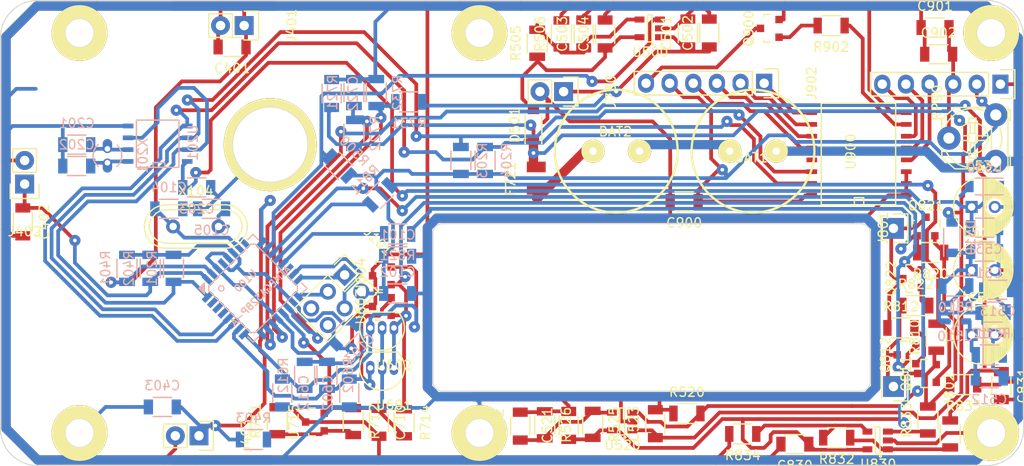
<source format=kicad_pcb>
(kicad_pcb (version 4) (host pcbnew 4.0.4-stable)
  (layers (0 F.Cu signal hide) (31 B.Cu signal) (34 B.Paste user) (35 F.Paste user) (36 B.SilkS user hide) (37 F.SilkS user) (38 B.Mask user hide) (39 F.Mask user hide) (44 Edge.Cuts user))
  (net 0 "")
  (net 1 "Net-(BAT1-Pad1)")
  (net 2 GND)
  (net 3 "Net-(BAT2-Pad1)")
  (net 4 VCC)
  (net 5 "Net-(C104-Pad2)")
  (net 6 "Net-(C105-Pad2)")
  (net 7 "Net-(C201-Pad1)")
  (net 8 "Net-(C202-Pad1)")
  (net 9 V_rtc)
  (net 10 BP1)
  (net 11 BP2)
  (net 12 BP3)
  (net 13 V_sol)
  (net 14 "Net-(C503-Pad1)")
  (net 15 "Net-(C504-Pad1)")
  (net 16 "Net-(C511-Pad1)")
  (net 17 "Net-(C513-Pad1)")
  (net 18 VPP)
  (net 19 "Net-(C522-Pad1)")
  (net 20 V_bat)
  (net 21 quadA)
  (net 22 quadB)
  (net 23 V_ref)
  (net 24 M_imot)
  (net 25 "Net-(J101-Pad1)")
  (net 26 "Net-(J101-Pad3)")
  (net 27 "Net-(J101-Pad4)")
  (net 28 "Net-(J101-Pad5)")
  (net 29 SDA)
  (net 30 SCL)
  (net 31 "Net-(J901-Pad4)")
  (net 32 "Net-(J901-Pad5)")
  (net 33 "Net-(J901-Pad6)")
  (net 34 "Net-(J902-Pad1)")
  (net 35 "Net-(J902-Pad2)")
  (net 36 "Net-(J902-Pad3)")
  (net 37 "Net-(J902-Pad4)")
  (net 38 "Net-(J902-Pad6)")
  (net 39 "Net-(Q811-Pad1)")
  (net 40 "Net-(Q811-Pad2)")
  (net 41 "Net-(Q812-Pad1)")
  (net 42 "Net-(Q821-Pad1)")
  (net 43 "Net-(Q822-Pad1)")
  (net 44 "Net-(Q900-Pad1)")
  (net 45 alarm)
  (net 46 charge_OFF)
  (net 47 "Net-(R510-Pad2)")
  (net 48 VppEn)
  (net 49 "Net-(R711-Pad1)")
  (net 50 M_bat)
  (net 51 M_sol)
  (net 52 C_frw)
  (net 53 C_bkw)
  (net 54 "Net-(R831-Pad2)")
  (net 55 "Net-(R832-Pad2)")
  (net 56 "Net-(R833-Pad1)")
  (net 57 "Net-(R902-Pad1)")
  (net 58 "Net-(J802-Pad1)")
  (net 59 "Net-(J801-Pad1)")
  (net 60 "Net-(C901-Pad2)")
  (module Resistors_SMD:R_1206 (layer B.Cu) (at 206.7 83.5)
    (fp_text reference R511 (at 0 2.3) (layer B.SilkS) (effects (justify mirror)))
    (fp_text value 100k)
    (pad 1 smd rect (at -1.45 0) (size 0.9 1.7) (layers B.Cu B.Paste B.Mask) (net 2 GND))
    (pad 2 smd rect (at 1.45 0) (size 0.9 1.7) (layers B.Cu B.Paste B.Mask) (net 17 "Net-(C513-Pad1)"))
  )
  (module Resistors_SMD:R_1206 (layer F.Cu) (at 179.8 96.6 180)
    (fp_text reference R834 (at 0 -2.3 180) (layer F.SilkS))
    (fp_text value 1k)
    (pad 1 smd rect (at -1.45 0 180) (size 0.9 1.7) (layers F.Cu F.Paste F.Mask) (net 55 "Net-(R832-Pad2)"))
    (pad 2 smd rect (at 1.45 0 180) (size 0.9 1.7) (layers F.Cu F.Paste F.Mask) (net 2 GND))
  )
  (module gdi:HFC1330 (layer F.Cu) (at 180.9 66.2)
    (fp_text reference BAT1 (at -0.2 0.7) (layer F.SilkS))
    (fp_text value BAT)
    (pad 1 thru_hole circle (at -2.5 0) (size 2.5 2.5) (drill 0.8) (layers *.Cu *.Mask F.SilkS) (net 1 "Net-(BAT1-Pad1)"))
    (pad 2 thru_hole circle (at 2.5 0) (size 2.5 2.5) (drill 0.8) (layers *.Cu *.Mask F.SilkS) (net 2 GND))
  )
  (module gdi:HFC1330 (layer F.Cu) (at 166.2 66.2)
    (fp_text reference BAT2 (at -0.1 -2.1) (layer F.SilkS))
    (fp_text value BAT)
    (pad 1 thru_hole circle (at -2.5 0) (size 2.5 2.5) (drill 0.8) (layers *.Cu *.Mask F.SilkS) (net 3 "Net-(BAT2-Pad1)"))
    (pad 2 thru_hole circle (at 2.5 0) (size 2.5 2.5) (drill 0.8) (layers *.Cu *.Mask F.SilkS) (net 1 "Net-(BAT1-Pad1)"))
  )
  (module Capacitors_ThroughHole:C_Radial_D6.3_L11.2_P2.5 (layer F.Cu) (at 204.4 79)
    (fp_text reference C511 (at 0.9 -4.1) (layer F.SilkS))
    (fp_text value 470uF)
    (pad 2 thru_hole circle (at 2.5 0) (size 1.3 1.3) (drill 0.8) (layers *.Cu *.Mask) (net 2 GND))
    (pad 1 thru_hole rect (at 0 0) (size 1.3 1.3) (drill 0.8) (layers *.Cu *.Mask) (net 16 "Net-(C511-Pad1)"))
  )
  (module Capacitors_ThroughHole:C_Radial_D6.3_L11.2_P2.5 (layer F.Cu) (at 204.4 85.96)
    (fp_text reference C515 (at 1.5 -4) (layer F.SilkS))
    (fp_text value 470uF)
    (pad 2 thru_hole circle (at 2.5 0) (size 1.3 1.3) (drill 0.8) (layers *.Cu *.Mask) (net 2 GND))
    (pad 1 thru_hole rect (at 0 0) (size 1.3 1.3) (drill 0.8) (layers *.Cu *.Mask) (net 4 VCC))
  )
  (module Capacitors_ThroughHole:C_Radial_D6.3_L11.2_P2.5 (layer F.Cu) (at 204.4 72.2)
    (fp_text reference C532 (at 1.25 -4.4) (layer F.SilkS))
    (fp_text value 470uF)
    (pad 2 thru_hole circle (at 2.5 0) (size 1.3 1.3) (drill 0.8) (layers *.Cu *.Mask) (net 2 GND))
    (pad 1 thru_hole rect (at 0 0) (size 1.3 1.3) (drill 0.8) (layers *.Cu *.Mask) (net 9 V_rtc))
  )
  (module Diodes_SMD:SOD-123 (layer F.Cu) (at 157.3 63.4 90)
    (fp_text reference D501 (at 0 -2 90) (layer F.SilkS))
    (fp_text value SCHOTTKY)
    (pad 1 smd rect (at -1.635 0 90) (size 0.91 1.22) (layers F.Cu F.Paste F.Mask) (net 20 V_bat))
    (pad 2 smd rect (at 1.635 0 90) (size 0.91 1.22) (layers F.Cu F.Paste F.Mask) (net 15 "Net-(C504-Pad1)"))
  )
  (module Diodes_SMD:SOD-123 (layer B.Cu) (at 202.3 75.5 90)
    (fp_text reference D510 (at 0 2 90) (layer B.SilkS) (effects (justify mirror)))
    (fp_text value SCHOTTKY)
    (pad 1 smd rect (at -1.635 0 90) (size 0.91 1.22) (layers B.Cu B.Paste B.Mask) (net 16 "Net-(C511-Pad1)"))
    (pad 2 smd rect (at 1.635 0 90) (size 0.91 1.22) (layers B.Cu B.Paste B.Mask) (net 20 V_bat))
  )
  (module Diodes_SMD:SOD-123 (layer B.Cu) (at 205.8 70 180)
    (fp_text reference D530 (at 0 2 180) (layer B.SilkS) (effects (justify mirror)))
    (fp_text value SCHOTTKY)
    (pad 1 smd rect (at -1.635 0 180) (size 0.91 1.22) (layers B.Cu B.Paste B.Mask) (net 9 V_rtc))
    (pad 2 smd rect (at 1.635 0 180) (size 0.91 1.22) (layers B.Cu B.Paste B.Mask) (net 4 VCC))
  )
  (module gdi:3mm_screw (layer F.Cu) (at 108.5 96.5)
    (fp_text reference H1 (at 0 0.5) (layer F.SilkS))
    (fp_text value hole)
    (pad 1 thru_hole circle (at 0 0) (size 6 6) (drill 3) (layers *.Mask F.Cu F.SilkS) (net 2 GND))
    (pad 1 thru_hole circle (at 0 0) (size 4 4) (drill 3) (layers *.Cu *.Mask F.SilkS) (net 2 GND))
  )
  (module gdi:3mm_screw (layer F.Cu) (at 151.5 96.5)
    (fp_text reference H2 (at 0 0.5) (layer F.SilkS))
    (fp_text value hole)
    (pad 1 thru_hole circle (at 0 0) (size 6 6) (drill 3) (layers *.Mask F.Cu F.SilkS) (net 2 GND))
    (pad 1 thru_hole circle (at 0 0) (size 4 4) (drill 3) (layers *.Cu *.Mask F.SilkS) (net 2 GND))
  )
  (module gdi:3mm_screw (layer F.Cu) (at 206.5 96.5)
    (fp_text reference H3 (at 0 0.5) (layer F.SilkS))
    (fp_text value hole)
    (pad 1 thru_hole circle (at 0 0) (size 6 6) (drill 3) (layers *.Mask F.Cu F.SilkS) (net 2 GND))
    (pad 1 thru_hole circle (at 0 0) (size 4 4) (drill 3) (layers *.Cu *.Mask F.SilkS) (net 2 GND))
  )
  (module gdi:3mm_screw (layer F.Cu) (at 206.5 53.5)
    (fp_text reference H4 (at 0 0.5) (layer F.SilkS))
    (fp_text value hole)
    (pad 1 thru_hole circle (at 0 0) (size 6 6) (drill 3) (layers *.Mask F.Cu F.SilkS) (net 2 GND))
    (pad 1 thru_hole circle (at 0 0) (size 4 4) (drill 3) (layers *.Cu *.Mask F.SilkS) (net 2 GND))
  )
  (module gdi:3mm_screw (layer F.Cu) (at 151.5 53.5)
    (fp_text reference H5 (at 0 0.5) (layer F.SilkS))
    (fp_text value hole)
    (pad 1 thru_hole circle (at 0 0) (size 6 6) (drill 3) (layers *.Mask F.Cu F.SilkS) (net 2 GND))
    (pad 1 thru_hole circle (at 0 0) (size 4 4) (drill 3) (layers *.Cu *.Mask F.SilkS) (net 2 GND))
  )
  (module gdi:3mm_screw (layer F.Cu) (at 108.5 53.5)
    (fp_text reference H6 (at 0 0.5) (layer F.SilkS))
    (fp_text value hole)
    (pad 1 thru_hole circle (at 0 0) (size 6 6) (drill 3) (layers *.Mask F.Cu F.SilkS) (net 2 GND))
    (pad 1 thru_hole circle (at 0 0) (size 4 4) (drill 3) (layers *.Cu *.Mask F.SilkS) (net 2 GND))
  )
  (module gdi:MF85 (layer F.Cu) (at 129 65.5)
    (fp_text reference H7 (at 0 0.5) (layer F.SilkS))
    (fp_text value hole)
    (pad 1 thru_hole circle (at 0 0) (size 10 10) (drill 8) (layers *.Cu *.Mask F.SilkS) (net 2 GND))
  )
  (module Pin_Headers:Pin_Header_Straight_2x03 (layer F.Cu) (at 136.996051 79.503949 315)
    (fp_text reference J101 (at 0 -5.1 315) (layer F.SilkS))
    (fp_text value HEADER_3x2)
    (pad 1 thru_hole rect (at 0 0 315) (size 1.7272 1.7272) (drill 1.016) (layers *.Cu *.Mask) (net 25 "Net-(J101-Pad1)"))
    (pad 2 thru_hole oval (at 2.54 0 315) (size 1.7272 1.7272) (drill 1.016) (layers *.Cu *.Mask) (net 4 VCC))
    (pad 3 thru_hole oval (at 0 2.54 315) (size 1.7272 1.7272) (drill 1.016) (layers *.Cu *.Mask) (net 26 "Net-(J101-Pad3)"))
    (pad 4 thru_hole oval (at 2.54 2.54 315) (size 1.7272 1.7272) (drill 1.016) (layers *.Cu *.Mask) (net 27 "Net-(J101-Pad4)"))
    (pad 5 thru_hole oval (at 0 5.08 315) (size 1.7272 1.7272) (drill 1.016) (layers *.Cu *.Mask) (net 28 "Net-(J101-Pad5)"))
    (pad 6 thru_hole oval (at 2.54 5.08 315) (size 1.7272 1.7272) (drill 1.016) (layers *.Cu *.Mask) (net 2 GND))
  )
  (module Pin_Headers:Pin_Header_Straight_1x02 (layer F.Cu) (at 126.2 52.7 270)
    (fp_text reference J401 (at 0 -5.1 270) (layer F.SilkS))
    (fp_text value HEADER_2)
    (pad 1 thru_hole rect (at 0 0 270) (size 2.032 2.032) (drill 1.016) (layers *.Cu *.Mask) (net 10 BP1))
    (pad 2 thru_hole oval (at 0 2.54 270) (size 2.032 2.032) (drill 1.016) (layers *.Cu *.Mask) (net 2 GND))
  )
  (module Pin_Headers:Pin_Header_Straight_1x02 (layer F.Cu) (at 102.6 69.74 180)
    (fp_text reference J402 (at 0 -5.1 180) (layer F.SilkS))
    (fp_text value HEADER_2)
    (pad 1 thru_hole rect (at 0 0 180) (size 2.032 2.032) (drill 1.016) (layers *.Cu *.Mask) (net 11 BP2))
    (pad 2 thru_hole oval (at 0 2.54 180) (size 2.032 2.032) (drill 1.016) (layers *.Cu *.Mask) (net 2 GND))
  )
  (module Pin_Headers:Pin_Header_Straight_1x02 (layer F.Cu) (at 121.34 96.8 270)
    (fp_text reference J403 (at 0 -5.1 270) (layer F.SilkS))
    (fp_text value HEADER_2)
    (pad 1 thru_hole rect (at 0 0 270) (size 2.032 2.032) (drill 1.016) (layers *.Cu *.Mask) (net 12 BP3))
    (pad 2 thru_hole oval (at 0 2.54 270) (size 2.032 2.032) (drill 1.016) (layers *.Cu *.Mask) (net 2 GND))
  )
  (module Pin_Headers:Pin_Header_Angled_1x04 (layer F.Cu) (at 151.52 124.78)
    (fp_text reference J410 (at 0 -5.1) (layer F.SilkS))
    (fp_text value HEADER_4)
    (pad 1 thru_hole rect (at 0 0) (size 2.032 1.7272) (drill 1.016) (layers *.Cu *.Mask) (net 2 GND))
    (pad 2 thru_hole oval (at 0 2.54) (size 2.032 1.7272) (drill 1.016) (layers *.Cu *.Mask) (net 29 SDA))
    (pad 3 thru_hole oval (at 0 5.08) (size 2.032 1.7272) (drill 1.016) (layers *.Cu *.Mask) (net 30 SCL))
    (pad 4 thru_hole oval (at 0 7.62) (size 2.032 1.7272) (drill 1.016) (layers *.Cu *.Mask) (net 4 VCC))
  )
  (module Pin_Headers:Pin_Header_Straight_1x02 (layer F.Cu) (at 160.54 59.8 270)
    (fp_text reference J730 (at 0 -5.1 270) (layer F.SilkS))
    (fp_text value HEADER_2)
    (pad 1 thru_hole rect (at 0 0 270) (size 2.032 2.032) (drill 1.016) (layers *.Cu *.Mask) (net 13 V_sol))
    (pad 2 thru_hole oval (at 0 2.54 270) (size 2.032 2.032) (drill 1.016) (layers *.Cu *.Mask) (net 2 GND))
  )
  (module Pin_Headers:Pin_Header_Straight_1x06 (layer F.Cu) (at 207.5 59 270)
    (fp_text reference J901 (at 0 -5.1 270) (layer F.SilkS))
    (fp_text value HEADER_6)
    (pad 1 thru_hole rect (at 0 0 270) (size 2.032 1.7272) (drill 1.016) (layers *.Cu *.Mask) (net 2 GND))
    (pad 2 thru_hole oval (at 0 2.54 270) (size 2.032 1.7272) (drill 1.016) (layers *.Cu *.Mask) (net 4 VCC))
    (pad 3 thru_hole oval (at 0 5.08 270) (size 2.032 1.7272) (drill 1.016) (layers *.Cu *.Mask) (net 60 "Net-(C901-Pad2)"))
    (pad 4 thru_hole oval (at 0 7.62 270) (size 2.032 1.7272) (drill 1.016) (layers *.Cu *.Mask) (net 31 "Net-(J901-Pad4)"))
    (pad 5 thru_hole oval (at 0 10.16 270) (size 2.032 1.7272) (drill 1.016) (layers *.Cu *.Mask) (net 32 "Net-(J901-Pad5)"))
    (pad 6 thru_hole oval (at 0 12.7 270) (size 2.032 1.7272) (drill 1.016) (layers *.Cu *.Mask) (net 33 "Net-(J901-Pad6)"))
  )
  (module Pin_Headers:Pin_Header_Straight_1x06 (layer F.Cu) (at 182.1 58.9 270)
    (fp_text reference J902 (at 0 -5.1 270) (layer F.SilkS))
    (fp_text value HEADER_6)
    (pad 1 thru_hole rect (at 0 0 270) (size 2.032 1.7272) (drill 1.016) (layers *.Cu *.Mask) (net 34 "Net-(J902-Pad1)"))
    (pad 2 thru_hole oval (at 0 2.54 270) (size 2.032 1.7272) (drill 1.016) (layers *.Cu *.Mask) (net 35 "Net-(J902-Pad2)"))
    (pad 3 thru_hole oval (at 0 5.08 270) (size 2.032 1.7272) (drill 1.016) (layers *.Cu *.Mask) (net 36 "Net-(J902-Pad3)"))
    (pad 4 thru_hole oval (at 0 7.62 270) (size 2.032 1.7272) (drill 1.016) (layers *.Cu *.Mask) (net 37 "Net-(J902-Pad4)"))
    (pad 5 thru_hole oval (at 0 10.16 270) (size 2.032 1.7272) (drill 1.016) (layers *.Cu *.Mask) (net 4 VCC))
    (pad 6 thru_hole oval (at 0 12.7 270) (size 2.032 1.7272) (drill 1.016) (layers *.Cu *.Mask) (net 38 "Net-(J902-Pad6)"))
  )
  (module Potentiometers:Potentiometer_Triwood_RM-065 (layer F.Cu) (at 207 67.3 90)
    (fp_text reference RP90 (at 6.30936 -6.30936 90) (layer F.SilkS))
    (fp_text value 100k)
    (pad 2 thru_hole circle (at 2.49936 -5.03936 90) (size 2.49936 2.49936) (drill 1.19888) (layers *.Cu *.Mask) (net 60 "Net-(C901-Pad2)"))
    (pad 3 thru_hole circle (at 4.99872 0 90) (size 2.49936 2.49936) (drill 1.19888) (layers *.Cu *.Mask) (net 4 VCC))
    (pad 1 thru_hole circle (at 0 0 90) (size 2.49936 2.49936) (drill 1.19888) (layers *.Cu *.Mask) (net 2 GND))
  )
  (module w_lqfp:lqfp32 (layer B.Cu) (at 127.153437 80.94891 45)
    (fp_text reference U100 (at 0 -1.143 45) (layer B.SilkS) (effects (font (size 0.7493 0.7493) (thickness 0.14986)) (justify mirror)))
    (fp_text value ATMEGA328P-A (at 0 1.143 45) (layer B.SilkS) (effects (font (size 0.7493 0.7493) (thickness 0.14986)) (justify mirror)))
    (pad 4 smd rect (at -0.39878 -4.09956 45) (size 0.55118 1.30048) (layers B.Cu B.Paste B.Mask) (net 4 VCC))
    (pad 5 smd rect (at 0.39878 -4.09956 45) (size 0.55118 1.30048) (layers B.Cu B.Paste B.Mask) (net 2 GND))
    (pad 6 smd rect (at 1.19888 -4.09956 45) (size 0.55118 1.30048) (layers B.Cu B.Paste B.Mask) (net 4 VCC))
    (pad 7 smd rect (at 1.99898 -4.09956 45) (size 0.55118 1.30048) (layers B.Cu B.Paste B.Mask) (net 5 "Net-(C104-Pad2)"))
    (pad 8 smd rect (at 2.79908 -4.09956 45) (size 0.55118 1.30048) (layers B.Cu B.Paste B.Mask) (net 6 "Net-(C105-Pad2)"))
    (pad 1 smd rect (at -2.79908 -4.09956 45) (size 0.55118 1.30048) (layers B.Cu B.Paste B.Mask) (net 11 BP2))
    (pad 2 smd rect (at -1.99898 -4.09956 45) (size 0.55118 1.30048) (layers B.Cu B.Paste B.Mask) (net 10 BP1))
    (pad 3 smd rect (at -1.19888 -4.09956 45) (size 0.55118 1.30048) (layers B.Cu B.Paste B.Mask) (net 2 GND))
    (pad 9 smd rect (at 4.09956 -2.79908 45) (size 1.30048 0.55118) (layers B.Cu B.Paste B.Mask) (net 12 BP3))
    (pad 10 smd rect (at 4.09956 -1.99898 45) (size 1.30048 0.55118) (layers B.Cu B.Paste B.Mask) (net 46 charge_OFF))
    (pad 11 smd rect (at 4.09956 -1.19888 45) (size 1.30048 0.55118) (layers B.Cu B.Paste B.Mask) (net 48 VppEn))
    (pad 12 smd rect (at 4.09956 -0.39878 45) (size 1.30048 0.55118) (layers B.Cu B.Paste B.Mask) (net 52 C_frw))
    (pad 13 smd rect (at 4.09956 0.39878 45) (size 1.30048 0.55118) (layers B.Cu B.Paste B.Mask) (net 53 C_bkw))
    (pad 14 smd rect (at 4.09956 1.19888 45) (size 1.30048 0.55118) (layers B.Cu B.Paste B.Mask))
    (pad 15 smd rect (at 4.09956 1.99898 45) (size 1.30048 0.55118) (layers B.Cu B.Paste B.Mask) (net 27 "Net-(J101-Pad4)"))
    (pad 16 smd rect (at 4.09956 2.79908 45) (size 1.30048 0.55118) (layers B.Cu B.Paste B.Mask) (net 25 "Net-(J101-Pad1)"))
    (pad 17 smd rect (at 2.79908 4.09956 45) (size 0.55118 1.30048) (layers B.Cu B.Paste B.Mask) (net 26 "Net-(J101-Pad3)"))
    (pad 18 smd rect (at 1.99898 4.09956 45) (size 0.55118 1.30048) (layers B.Cu B.Paste B.Mask) (net 4 VCC))
    (pad 19 smd rect (at 1.19888 4.09956 45) (size 0.55118 1.30048) (layers B.Cu B.Paste B.Mask) (net 51 M_sol))
    (pad 20 smd rect (at 0.39878 4.09956 45) (size 0.55118 1.30048) (layers B.Cu B.Paste B.Mask) (net 23 V_ref))
    (pad 21 smd rect (at -0.39878 4.09956 45) (size 0.55118 1.30048) (layers B.Cu B.Paste B.Mask) (net 2 GND))
    (pad 22 smd rect (at -1.19888 4.09956 45) (size 0.55118 1.30048) (layers B.Cu B.Paste B.Mask) (net 50 M_bat))
    (pad 23 smd rect (at -1.99898 4.09956 45) (size 0.55118 1.30048) (layers B.Cu B.Paste B.Mask) (net 24 M_imot))
    (pad 24 smd rect (at -2.79908 4.09956 45) (size 0.55118 1.30048) (layers B.Cu B.Paste B.Mask))
    (pad 25 smd rect (at -4.09956 2.79908 45) (size 1.30048 0.55118) (layers B.Cu B.Paste B.Mask) (net 22 quadB))
    (pad 26 smd rect (at -4.09956 1.99898 45) (size 1.30048 0.55118) (layers B.Cu B.Paste B.Mask) (net 21 quadA))
    (pad 27 smd rect (at -4.09956 1.19888 45) (size 1.30048 0.55118) (layers B.Cu B.Paste B.Mask) (net 29 SDA))
    (pad 28 smd rect (at -4.09956 0.39878 45) (size 1.30048 0.55118) (layers B.Cu B.Paste B.Mask) (net 30 SCL))
    (pad 29 smd rect (at -4.09956 -0.39878 45) (size 1.30048 0.55118) (layers B.Cu B.Paste B.Mask) (net 28 "Net-(J101-Pad5)"))
    (pad 30 smd rect (at -4.09956 -1.19888 45) (size 1.30048 0.55118) (layers B.Cu B.Paste B.Mask))
    (pad 31 smd rect (at -4.09956 -1.99898 45) (size 1.30048 0.55118) (layers B.Cu B.Paste B.Mask))
    (pad 32 smd rect (at -4.09956 -2.79908 45) (size 1.30048 0.55118) (layers B.Cu B.Paste B.Mask) (net 45 alarm))
  )
  (module SMD_Packages:SOIC-8-N (layer B.Cu) (at 116.9 65.4 90)
    (fp_text reference U201 (at 0.1 3.8 90) (layer B.SilkS) (effects (justify mirror)))
    (fp_text value MCP7940)
    (pad 8 smd rect (at -1.905 3.175 90) (size 0.508 1.143) (layers B.Cu B.Paste B.Mask) (net 9 V_rtc))
    (pad 7 smd rect (at -0.635 3.175 90) (size 0.508 1.143) (layers B.Cu B.Paste B.Mask) (net 45 alarm))
    (pad 6 smd rect (at 0.635 3.175 90) (size 0.508 1.143) (layers B.Cu B.Paste B.Mask) (net 30 SCL))
    (pad 5 smd rect (at 1.905 3.175 90) (size 0.508 1.143) (layers B.Cu B.Paste B.Mask) (net 29 SDA))
    (pad 4 smd rect (at 1.905 -3.175 90) (size 0.508 1.143) (layers B.Cu B.Paste B.Mask) (net 2 GND))
    (pad 3 smd rect (at 0.635 -3.175 90) (size 0.508 1.143) (layers B.Cu B.Paste B.Mask) (net 45 alarm))
    (pad 2 smd rect (at -0.635 -3.175 90) (size 0.508 1.143) (layers B.Cu B.Paste B.Mask) (net 7 "Net-(C201-Pad1)"))
    (pad 1 smd rect (at -1.905 -3.175 90) (size 0.508 1.143) (layers B.Cu B.Paste B.Mask) (net 8 "Net-(C202-Pad1)"))
  )
  (module TO_SOT_Packages_THT:TO-92_Inline_Narrow_Oval (layer F.Cu) (at 142.3 89.5 180)
    (fp_text reference U601 (at 0 -4 180) (layer F.SilkS))
    (fp_text value A3144)
    (pad 2 thru_hole oval (at 1.27 0) (size 0.89916 1.50114) (drill 0.6) (layers *.Cu *.Mask) (net 2 GND))
    (pad 3 thru_hole oval (at 2.54 0) (size 0.89916 1.50114) (drill 0.6) (layers *.Cu *.Mask) (net 21 quadA))
    (pad 1 thru_hole oval (at 0 0) (size 0.89916 1.50114) (drill 0.6) (layers *.Cu *.Mask) (net 18 VPP))
  )
  (module TO_SOT_Packages_THT:TO-92_Inline_Narrow_Oval (layer F.Cu) (at 142.3 85.2 180)
    (fp_text reference U602 (at 0 -4 180) (layer F.SilkS))
    (fp_text value A3144)
    (pad 2 thru_hole oval (at 1.27 0) (size 0.89916 1.50114) (drill 0.6) (layers *.Cu *.Mask) (net 2 GND))
    (pad 3 thru_hole oval (at 2.54 0) (size 0.89916 1.50114) (drill 0.6) (layers *.Cu *.Mask) (net 22 quadB))
    (pad 1 thru_hole oval (at 0 0) (size 0.89916 1.50114) (drill 0.6) (layers *.Cu *.Mask) (net 18 VPP))
  )
  (module SMD_Packages:SO-16-W (layer F.Cu) (at 192.3 66.5 90)
    (fp_text reference U900 (at 0.254 -0.889 90) (layer F.SilkS))
    (fp_text value PCF8574)
    (pad 1 smd rect (at -4.445 5.08 90) (size 0.508 1.143) (layers F.Cu F.Paste F.Mask) (net 2 GND))
    (pad 2 smd rect (at -3.175 5.08 90) (size 0.508 1.143) (layers F.Cu F.Paste F.Mask) (net 2 GND))
    (pad 3 smd rect (at -1.905 5.08 90) (size 0.508 1.143) (layers F.Cu F.Paste F.Mask) (net 2 GND))
    (pad 4 smd rect (at -0.635 5.08 90) (size 0.508 1.143) (layers F.Cu F.Paste F.Mask) (net 31 "Net-(J901-Pad4)"))
    (pad 5 smd rect (at 0.635 5.08 90) (size 0.508 1.143) (layers F.Cu F.Paste F.Mask) (net 32 "Net-(J901-Pad5)"))
    (pad 6 smd rect (at 1.905 5.08 90) (size 0.508 1.143) (layers F.Cu F.Paste F.Mask) (net 33 "Net-(J901-Pad6)"))
    (pad 7 smd rect (at 3.175 5.08 90) (size 0.508 1.143) (layers F.Cu F.Paste F.Mask) (net 57 "Net-(R902-Pad1)"))
    (pad 8 smd rect (at 4.445 5.08 90) (size 0.508 1.143) (layers F.Cu F.Paste F.Mask) (net 2 GND))
    (pad 9 smd rect (at 4.445 -5.08 90) (size 0.508 1.143) (layers F.Cu F.Paste F.Mask) (net 34 "Net-(J902-Pad1)"))
    (pad 10 smd rect (at 3.175 -5.08 90) (size 0.508 1.143) (layers F.Cu F.Paste F.Mask) (net 35 "Net-(J902-Pad2)"))
    (pad 11 smd rect (at 1.905 -5.08 90) (size 0.508 1.143) (layers F.Cu F.Paste F.Mask) (net 36 "Net-(J902-Pad3)"))
    (pad 12 smd rect (at 0.635 -5.08 90) (size 0.508 1.143) (layers F.Cu F.Paste F.Mask) (net 37 "Net-(J902-Pad4)"))
    (pad 13 smd rect (at -0.635 -5.08 90) (size 0.508 1.143) (layers F.Cu F.Paste F.Mask))
    (pad 14 smd rect (at -1.905 -5.08 90) (size 0.508 1.143) (layers F.Cu F.Paste F.Mask) (net 30 SCL))
    (pad 15 smd rect (at -3.175 -5.08 90) (size 0.508 1.143) (layers F.Cu F.Paste F.Mask) (net 29 SDA))
    (pad 16 smd rect (at -4.445 -5.08 90) (size 0.508 1.143) (layers F.Cu F.Paste F.Mask) (net 4 VCC))
  )
  (module Crystals:Crystal_HC49-U_Vertical (layer F.Cu) (at 121 74.3)
    (fp_text reference X104 (at 0 -3.81) (layer F.SilkS))
    (fp_text value 16M)
    (pad 1 thru_hole circle (at -2.44094 0) (size 1.50114 1.50114) (drill 0.8001) (layers *.Cu *.Mask) (net 5 "Net-(C104-Pad2)"))
    (pad 2 thru_hole circle (at 2.44094 0) (size 1.50114 1.50114) (drill 0.8001) (layers *.Cu *.Mask) (net 6 "Net-(C105-Pad2)"))
  )
  (module Crystals:Crystal_Round_Vertical_3mm_BigPad (layer B.Cu) (at 111.5 66.7 90)
    (fp_text reference X201 (at 0 3.81 90) (layer B.SilkS) (effects (justify mirror)))
    (fp_text value 32.768K)
    (pad 1 thru_hole oval (at -0.7493 0 90) (size 1.50114 1.00076) (drill 0.59944 (offset -0.29972 0)) (layers *.Cu *.Mask) (net 8 "Net-(C202-Pad1)"))
    (pad 2 thru_hole oval (at 0.7493 0 90) (size 1.50114 1.00076) (drill 0.59944 (offset 0.29972 0)) (layers *.Cu *.Mask) (net 7 "Net-(C201-Pad1)"))
  )
  (module Pin_Headers:Pin_Header_Straight_1x01 (layer F.Cu) (at 196 74.5 270)
    (fp_text reference J801 (at 0 1.1 270) (layer F.SilkS))
    (fp_text value HEADER_1)
    (pad 1 thru_hole rect (at 0 0 270) (size 2.2352 2.2352) (drill 1.016) (layers *.Cu *.Mask) (net 59 "Net-(J801-Pad1)"))
  )
  (module Pin_Headers:Pin_Header_Straight_1x01 (layer F.Cu) (at 196 91.5 270)
    (fp_text reference J802 (at 0.3 -6 270) (layer F.SilkS))
    (fp_text value HEADER_1)
    (pad 1 thru_hole rect (at 0 0 270) (size 2.2352 2.2352) (drill 1.016) (layers *.Cu *.Mask) (net 58 "Net-(J802-Pad1)"))
  )
  (module Capacitors_SMD:C_1206 (layer B.Cu) (at 142.7 77.5 180)
    (fp_text reference C101 (at 0 2.3 180) (layer B.SilkS) (effects (justify mirror)))
    (fp_text value 10n)
    (pad 1 smd rect (at -1.5 0 180) (size 1 1.6) (layers B.Cu B.Paste B.Mask) (net 2 GND))
    (pad 2 smd rect (at 1.5 0 180) (size 1 1.6) (layers B.Cu B.Paste B.Mask) (net 4 VCC))
  )
  (module Capacitors_SMD:C_1206 (layer B.Cu) (at 142.7 81.5 180)
    (fp_text reference C102 (at 0 2.3 180) (layer B.SilkS) (effects (justify mirror)))
    (fp_text value 100n)
    (pad 1 smd rect (at -1.5 0 180) (size 1 1.6) (layers B.Cu B.Paste B.Mask) (net 2 GND))
    (pad 2 smd rect (at 1.5 0 180) (size 1 1.6) (layers B.Cu B.Paste B.Mask) (net 4 VCC))
  )
  (module Capacitors_SMD:C_1206 (layer B.Cu) (at 137 85.8 45)
    (fp_text reference C103 (at 0 2.3 45) (layer B.SilkS) (effects (justify mirror)))
    (fp_text value 10n)
    (pad 1 smd rect (at -1.5 0 45) (size 1 1.6) (layers B.Cu B.Paste B.Mask) (net 2 GND))
    (pad 2 smd rect (at 1.5 0 45) (size 1 1.6) (layers B.Cu B.Paste B.Mask) (net 4 VCC))
  )
  (module Capacitors_SMD:C_1206 (layer B.Cu) (at 118.1 72.4 180)
    (fp_text reference C104 (at 0 2.3 180) (layer B.SilkS) (effects (justify mirror)))
    (fp_text value 10p)
    (pad 1 smd rect (at -1.5 0 180) (size 1 1.6) (layers B.Cu B.Paste B.Mask) (net 2 GND))
    (pad 2 smd rect (at 1.5 0 180) (size 1 1.6) (layers B.Cu B.Paste B.Mask) (net 5 "Net-(C104-Pad2)"))
  )
  (module Capacitors_SMD:C_1206 (layer B.Cu) (at 122.7 72.4)
    (fp_text reference C105 (at 0 2.3) (layer B.SilkS) (effects (justify mirror)))
    (fp_text value 10p)
    (pad 1 smd rect (at -1.5 0) (size 1 1.6) (layers B.Cu B.Paste B.Mask) (net 2 GND))
    (pad 2 smd rect (at 1.5 0) (size 1 1.6) (layers B.Cu B.Paste B.Mask) (net 6 "Net-(C105-Pad2)"))
  )
  (module Capacitors_SMD:C_1206 (layer B.Cu) (at 108.2 65.5 180)
    (fp_text reference C201 (at 0 2.3 180) (layer B.SilkS) (effects (justify mirror)))
    (fp_text value 10p)
    (pad 1 smd rect (at -1.5 0 180) (size 1 1.6) (layers B.Cu B.Paste B.Mask) (net 7 "Net-(C201-Pad1)"))
    (pad 2 smd rect (at 1.5 0 180) (size 1 1.6) (layers B.Cu B.Paste B.Mask) (net 2 GND))
  )
  (module Capacitors_SMD:C_1206 (layer B.Cu) (at 108.2 67.8 180)
    (fp_text reference C202 (at 0 2.3 180) (layer B.SilkS) (effects (justify mirror)))
    (fp_text value 10p)
    (pad 1 smd rect (at -1.5 0 180) (size 1 1.6) (layers B.Cu B.Paste B.Mask) (net 8 "Net-(C202-Pad1)"))
    (pad 2 smd rect (at 1.5 0 180) (size 1 1.6) (layers B.Cu B.Paste B.Mask) (net 2 GND))
  )
  (module Capacitors_SMD:C_1206 (layer B.Cu) (at 121.1 70.1)
    (fp_text reference C203 (at 0 2.3) (layer B.SilkS) (effects (justify mirror)))
    (fp_text value 10n)
    (pad 1 smd rect (at -1.5 0) (size 1 1.6) (layers B.Cu B.Paste B.Mask) (net 9 V_rtc))
    (pad 2 smd rect (at 1.5 0) (size 1 1.6) (layers B.Cu B.Paste B.Mask) (net 2 GND))
  )
  (module Capacitors_SMD:C_1206 (layer F.Cu) (at 124.9 55 180)
    (fp_text reference C401 (at 0 -2.3 180) (layer F.SilkS))
    (fp_text value 10n)
    (pad 1 smd rect (at -1.5 0 180) (size 1 1.6) (layers F.Cu F.Paste F.Mask) (net 10 BP1))
    (pad 2 smd rect (at 1.5 0 180) (size 1 1.6) (layers F.Cu F.Paste F.Mask) (net 2 GND))
  )
  (module Capacitors_SMD:C_1206 (layer F.Cu) (at 102.4 73.8 270)
    (fp_text reference C402 (at 0 -2.3 270) (layer F.SilkS))
    (fp_text value 10n)
    (pad 1 smd rect (at -1.5 0 270) (size 1 1.6) (layers F.Cu F.Paste F.Mask) (net 11 BP2))
    (pad 2 smd rect (at 1.5 0 270) (size 1 1.6) (layers F.Cu F.Paste F.Mask) (net 2 GND))
  )
  (module Capacitors_SMD:C_1206 (layer B.Cu) (at 117.4 93.7 180)
    (fp_text reference C403 (at 0 2.3 180) (layer B.SilkS) (effects (justify mirror)))
    (fp_text value 10n)
    (pad 1 smd rect (at -1.5 0 180) (size 1 1.6) (layers B.Cu B.Paste B.Mask) (net 12 BP3))
    (pad 2 smd rect (at 1.5 0 180) (size 1 1.6) (layers B.Cu B.Paste B.Mask) (net 2 GND))
  )
  (module Capacitors_SMD:C_1206 (layer F.Cu) (at 173.9 53.5 90)
    (fp_text reference C501 (at 0 -2.3 90) (layer F.SilkS))
    (fp_text value 10uF)
    (pad 1 smd rect (at -1.5 0 90) (size 1 1.6) (layers F.Cu F.Paste F.Mask) (net 13 V_sol))
    (pad 2 smd rect (at 1.5 0 90) (size 1 1.6) (layers F.Cu F.Paste F.Mask) (net 2 GND))
  )
  (module Capacitors_SMD:C_1206 (layer F.Cu) (at 176.2 53.5 90)
    (fp_text reference C502 (at 0 -2.3 90) (layer F.SilkS))
    (fp_text value 10n)
    (pad 1 smd rect (at -1.5 0 90) (size 1 1.6) (layers F.Cu F.Paste F.Mask) (net 13 V_sol))
    (pad 2 smd rect (at 1.5 0 90) (size 1 1.6) (layers F.Cu F.Paste F.Mask) (net 2 GND))
  )
  (module Capacitors_SMD:C_1206 (layer F.Cu) (at 162.7 53.6 90)
    (fp_text reference C503 (at 0 -2.3 90) (layer F.SilkS))
    (fp_text value 470p)
    (pad 1 smd rect (at -1.5 0 90) (size 1 1.6) (layers F.Cu F.Paste F.Mask) (net 14 "Net-(C503-Pad1)"))
    (pad 2 smd rect (at 1.5 0 90) (size 1 1.6) (layers F.Cu F.Paste F.Mask) (net 2 GND))
  )
  (module Capacitors_SMD:C_1206 (layer F.Cu) (at 165 53.6 90)
    (fp_text reference C504 (at 0 -2.3 90) (layer F.SilkS))
    (fp_text value 10uF)
    (pad 1 smd rect (at -1.5 0 90) (size 1 1.6) (layers F.Cu F.Paste F.Mask) (net 15 "Net-(C504-Pad1)"))
    (pad 2 smd rect (at 1.5 0 90) (size 1 1.6) (layers F.Cu F.Paste F.Mask) (net 2 GND))
  )
  (module Capacitors_SMD:C_1206 (layer B.Cu) (at 206.3 90.6)
    (fp_text reference C512 (at 0 2.3) (layer B.SilkS) (effects (justify mirror)))
    (fp_text value 10uF)
    (pad 1 smd rect (at -1.5 0) (size 1 1.6) (layers B.Cu B.Paste B.Mask) (net 4 VCC))
    (pad 2 smd rect (at 1.5 0) (size 1 1.6) (layers B.Cu B.Paste B.Mask) (net 2 GND))
  )
  (module Capacitors_SMD:C_1206 (layer B.Cu) (at 207.2 81.1)
    (fp_text reference C513 (at 0 2.3) (layer B.SilkS) (effects (justify mirror)))
    (fp_text value 470p)
    (pad 1 smd rect (at -1.5 0) (size 1 1.6) (layers B.Cu B.Paste B.Mask) (net 17 "Net-(C513-Pad1)"))
    (pad 2 smd rect (at 1.5 0) (size 1 1.6) (layers B.Cu B.Paste B.Mask) (net 2 GND))
  )
  (module Capacitors_SMD:C_1206 (layer B.Cu) (at 205.8 77)
    (fp_text reference C514 (at 0 2.3) (layer B.SilkS) (effects (justify mirror)))
    (fp_text value 10uF)
    (pad 1 smd rect (at -1.5 0) (size 1 1.6) (layers B.Cu B.Paste B.Mask) (net 16 "Net-(C511-Pad1)"))
    (pad 2 smd rect (at 1.5 0) (size 1 1.6) (layers B.Cu B.Paste B.Mask) (net 2 GND))
  )
  (module Capacitors_SMD:C_1206 (layer F.Cu) (at 161.09 95.68 90)
    (fp_text reference C521 (at 0 -2.3 90) (layer F.SilkS))
    (fp_text value 10uF)
    (pad 1 smd rect (at -1.5 0 90) (size 1 1.6) (layers F.Cu F.Paste F.Mask) (net 18 VPP))
    (pad 2 smd rect (at 1.5 0 90) (size 1 1.6) (layers F.Cu F.Paste F.Mask) (net 2 GND))
  )
  (module Capacitors_SMD:C_1206 (layer F.Cu) (at 155.88 95.76 90)
    (fp_text reference C522 (at 0 -2.3 90) (layer F.SilkS))
    (fp_text value 470p)
    (pad 1 smd rect (at -1.5 0 90) (size 1 1.6) (layers F.Cu F.Paste F.Mask) (net 19 "Net-(C522-Pad1)"))
    (pad 2 smd rect (at 1.5 0 90) (size 1 1.6) (layers F.Cu F.Paste F.Mask) (net 2 GND))
  )
  (module Capacitors_SMD:C_1206 (layer F.Cu) (at 170.4 95.5 90)
    (fp_text reference C523 (at 0 -2.3 90) (layer F.SilkS))
    (fp_text value 10uF)
    (pad 1 smd rect (at -1.5 0 90) (size 1 1.6) (layers F.Cu F.Paste F.Mask) (net 20 V_bat))
    (pad 2 smd rect (at 1.5 0 90) (size 1 1.6) (layers F.Cu F.Paste F.Mask) (net 2 GND))
  )
  (module Capacitors_SMD:C_1206 (layer B.Cu) (at 205.8 74.43)
    (fp_text reference C531 (at 0 2.3) (layer B.SilkS) (effects (justify mirror)))
    (fp_text value 10uF)
    (pad 1 smd rect (at -1.5 0) (size 1 1.6) (layers B.Cu B.Paste B.Mask) (net 9 V_rtc))
    (pad 2 smd rect (at 1.5 0) (size 1 1.6) (layers B.Cu B.Paste B.Mask) (net 2 GND))
  )
  (module Capacitors_SMD:C_1206 (layer F.Cu) (at 144.92 128.47)
    (fp_text reference C541 (at 0 -2.3) (layer F.SilkS))
    (fp_text value 10n)
    (pad 1 smd rect (at -1.5 0) (size 1 1.6) (layers F.Cu F.Paste F.Mask) (net 4 VCC))
    (pad 2 smd rect (at 1.5 0) (size 1 1.6) (layers F.Cu F.Paste F.Mask) (net 2 GND))
  )
  (module Capacitors_SMD:C_1206 (layer F.Cu) (at 144.42 126.32)
    (fp_text reference C542 (at 0 -2.3) (layer F.SilkS))
    (fp_text value 100nF)
    (pad 1 smd rect (at -1.5 0) (size 1 1.6) (layers F.Cu F.Paste F.Mask) (net 4 VCC))
    (pad 2 smd rect (at 1.5 0) (size 1 1.6) (layers F.Cu F.Paste F.Mask) (net 2 GND))
  )
  (module Capacitors_SMD:C_1206 (layer F.Cu) (at 143.42 123.98)
    (fp_text reference C543 (at 0 -2.3) (layer F.SilkS))
    (fp_text value 10uF)
    (pad 1 smd rect (at -1.5 0) (size 1 1.6) (layers F.Cu F.Paste F.Mask) (net 4 VCC))
    (pad 2 smd rect (at 1.5 0) (size 1 1.6) (layers F.Cu F.Paste F.Mask) (net 2 GND))
  )
  (module Capacitors_SMD:C_1206 (layer B.Cu) (at 137.5 92.2 270)
    (fp_text reference C602 (at 0 2.3 270) (layer B.SilkS) (effects (justify mirror)))
    (fp_text value 100nF)
    (pad 1 smd rect (at -1.5 0 270) (size 1 1.6) (layers B.Cu B.Paste B.Mask) (net 21 quadA))
    (pad 2 smd rect (at 1.5 0 270) (size 1 1.6) (layers B.Cu B.Paste B.Mask) (net 2 GND))
  )
  (module Capacitors_SMD:C_1206 (layer B.Cu) (at 130.3 92.2 90)
    (fp_text reference C612 (at 0 2.3 90) (layer B.SilkS) (effects (justify mirror)))
    (fp_text value 100nF)
    (pad 1 smd rect (at -1.5 0 90) (size 1 1.6) (layers B.Cu B.Paste B.Mask) (net 2 GND))
    (pad 2 smd rect (at 1.5 0 90) (size 1 1.6) (layers B.Cu B.Paste B.Mask) (net 22 quadB))
  )
  (module Capacitors_SMD:C_1206 (layer F.Cu) (at 140.689999 95.35 270)
    (fp_text reference C710 (at 0 -2.3 270) (layer F.SilkS))
    (fp_text value 10n)
    (pad 1 smd rect (at -1.5 0 270) (size 1 1.6) (layers F.Cu F.Paste F.Mask) (net 23 V_ref))
    (pad 2 smd rect (at 1.5 0 270) (size 1 1.6) (layers F.Cu F.Paste F.Mask) (net 2 GND))
  )
  (module Capacitors_SMD:C_1206 (layer B.Cu) (at 135.6 60 90)
    (fp_text reference C722 (at 0 2.3 90) (layer B.SilkS) (effects (justify mirror)))
    (fp_text value 10uF)
    (pad 1 smd rect (at -1.5 0 90) (size 1 1.6) (layers B.Cu B.Paste B.Mask) (net 20 V_bat))
    (pad 2 smd rect (at 1.5 0 90) (size 1 1.6) (layers B.Cu B.Paste B.Mask) (net 2 GND))
  )
  (module Capacitors_SMD:C_1206 (layer F.Cu) (at 185.4 97.7 180)
    (fp_text reference C830 (at 0 -2.3 180) (layer F.SilkS))
    (fp_text value 100n)
    (pad 1 smd rect (at -1.5 0 180) (size 1 1.6) (layers F.Cu F.Paste F.Mask) (net 18 VPP))
    (pad 2 smd rect (at 1.5 0 180) (size 1 1.6) (layers F.Cu F.Paste F.Mask) (net 2 GND))
  )
  (module Capacitors_SMD:C_1206 (layer F.Cu) (at 207.6 91.4 270)
    (fp_text reference C831 (at 0 -2.3 270) (layer F.SilkS))
    (fp_text value 100n)
    (pad 1 smd rect (at -1.5 0 270) (size 1 1.6) (layers F.Cu F.Paste F.Mask) (net 24 M_imot))
    (pad 2 smd rect (at 1.5 0 270) (size 1 1.6) (layers F.Cu F.Paste F.Mask) (net 2 GND))
  )
  (module Capacitors_SMD:C_1206 (layer F.Cu) (at 173.5 71.6 180)
    (fp_text reference C900 (at 0 -2.3 180) (layer F.SilkS))
    (fp_text value 100nF)
    (pad 1 smd rect (at -1.5 0 180) (size 1 1.6) (layers F.Cu F.Paste F.Mask) (net 4 VCC))
    (pad 2 smd rect (at 1.5 0 180) (size 1 1.6) (layers F.Cu F.Paste F.Mask) (net 2 GND))
  )
  (module Capacitors_SMD:C_1206 (layer F.Cu) (at 200.47 52.91)
    (fp_text reference C901 (at 0 -2.3) (layer F.SilkS))
    (fp_text value 10nF)
    (pad 1 smd rect (at -1.5 0) (size 1 1.6) (layers F.Cu F.Paste F.Mask) (net 2 GND))
    (pad 2 smd rect (at 1.5 0) (size 1 1.6) (layers F.Cu F.Paste F.Mask) (net 60 "Net-(C901-Pad2)"))
  )
  (module Capacitors_SMD:C_1206 (layer F.Cu) (at 200.86 55.78)
    (fp_text reference C902 (at 0 -2.3) (layer F.SilkS))
    (fp_text value 10uF)
    (pad 1 smd rect (at -1.5 0) (size 1 1.6) (layers F.Cu F.Paste F.Mask) (net 2 GND))
    (pad 2 smd rect (at 1.5 0) (size 1 1.6) (layers F.Cu F.Paste F.Mask) (net 60 "Net-(C901-Pad2)"))
  )
  (module Fuse_Holders_and_Fuses:Fuse_SMD1206_Reflow (layer F.Cu) (at 157.6 69.1 90)
    (fp_text reference F721 (at -0.09906 -2.75082 90) (layer F.SilkS))
    (fp_text value 5A)
    (pad 1 smd rect (at -1.20396 0 180) (size 2.02946 1.14046) (layers F.Cu F.Paste F.Mask) (net 3 "Net-(BAT2-Pad1)"))
    (pad 2 smd rect (at 1.20396 0 180) (size 2.02946 1.14046) (layers F.Cu F.Paste F.Mask) (net 20 V_bat))
  )
  (module TO_SOT_Packages_SMD:SOT-23 (layer F.Cu) (at 199.6 90.1 90)
    (fp_text reference Q811 (at 0 -2.25 90) (layer F.SilkS))
    (fp_text value PBSS4320)
    (pad 1 smd rect (at -0.95 1.00076 90) (size 0.8001 0.8001) (layers F.Cu F.Paste F.Mask) (net 39 "Net-(Q811-Pad1)"))
    (pad 2 smd rect (at 0.95 1.00076 90) (size 0.8001 0.8001) (layers F.Cu F.Paste F.Mask) (net 40 "Net-(Q811-Pad2)"))
    (pad 3 smd rect (at 0 -0.99822 90) (size 0.8001 0.8001) (layers F.Cu F.Paste F.Mask) (net 58 "Net-(J802-Pad1)"))
  )
  (module TO_SOT_Packages_SMD:SOT-23 (layer F.Cu) (at 197.4 88.1 90)
    (fp_text reference Q812 (at 0 -2.25 90) (layer F.SilkS))
    (fp_text value PBSS5350)
    (pad 1 smd rect (at -0.95 1.00076 90) (size 0.8001 0.8001) (layers F.Cu F.Paste F.Mask) (net 41 "Net-(Q812-Pad1)"))
    (pad 2 smd rect (at 0.95 1.00076 90) (size 0.8001 0.8001) (layers F.Cu F.Paste F.Mask) (net 18 VPP))
    (pad 3 smd rect (at 0 -0.99822 90) (size 0.8001 0.8001) (layers F.Cu F.Paste F.Mask) (net 58 "Net-(J802-Pad1)"))
  )
  (module TO_SOT_Packages_SMD:SOT-23 (layer F.Cu) (at 199.5 74.3)
    (fp_text reference Q821 (at 0 -2.25) (layer F.SilkS))
    (fp_text value PBSS4320)
    (pad 1 smd rect (at -0.95 1.00076) (size 0.8001 0.8001) (layers F.Cu F.Paste F.Mask) (net 42 "Net-(Q821-Pad1)"))
    (pad 2 smd rect (at 0.95 1.00076) (size 0.8001 0.8001) (layers F.Cu F.Paste F.Mask) (net 40 "Net-(Q811-Pad2)"))
    (pad 3 smd rect (at 0 -0.99822) (size 0.8001 0.8001) (layers F.Cu F.Paste F.Mask) (net 59 "Net-(J801-Pad1)"))
  )
  (module TO_SOT_Packages_SMD:SOT-23 (layer F.Cu) (at 198 79.9 90)
    (fp_text reference Q822 (at 0 -2.25 90) (layer F.SilkS))
    (fp_text value PBSS5350)
    (pad 1 smd rect (at -0.95 1.00076 90) (size 0.8001 0.8001) (layers F.Cu F.Paste F.Mask) (net 43 "Net-(Q822-Pad1)"))
    (pad 2 smd rect (at 0.95 1.00076 90) (size 0.8001 0.8001) (layers F.Cu F.Paste F.Mask) (net 18 VPP))
    (pad 3 smd rect (at 0 -0.99822 90) (size 0.8001 0.8001) (layers F.Cu F.Paste F.Mask) (net 59 "Net-(J801-Pad1)"))
  )
  (module TO_SOT_Packages_SMD:SOT-23 (layer F.Cu) (at 182.7 53 90)
    (fp_text reference Q900 (at 0 -2.25 90) (layer F.SilkS))
    (fp_text value PBSS4320)
    (pad 1 smd rect (at -0.95 1.00076 90) (size 0.8001 0.8001) (layers F.Cu F.Paste F.Mask) (net 44 "Net-(Q900-Pad1)"))
    (pad 2 smd rect (at 0.95 1.00076 90) (size 0.8001 0.8001) (layers F.Cu F.Paste F.Mask) (net 2 GND))
    (pad 3 smd rect (at 0 -0.99822 90) (size 0.8001 0.8001) (layers F.Cu F.Paste F.Mask) (net 38 "Net-(J902-Pad6)"))
  )
  (module Resistors_SMD:R_1206 (layer B.Cu) (at 118.6 78.8 270)
    (fp_text reference R201 (at 0 2.3 270) (layer B.SilkS) (effects (justify mirror)))
    (fp_text value 10k)
    (pad 1 smd rect (at -1.45 0 270) (size 0.9 1.7) (layers B.Cu B.Paste B.Mask) (net 4 VCC))
    (pad 2 smd rect (at 1.45 0 270) (size 0.9 1.7) (layers B.Cu B.Paste B.Mask) (net 45 alarm))
  )
  (module Resistors_SMD:R_1206 (layer B.Cu) (at 149.5 67.2 90)
    (fp_text reference R203 (at 0 2.3 90) (layer B.SilkS) (effects (justify mirror)))
    (fp_text value 2.2k)
    (pad 1 smd rect (at -1.45 0 90) (size 0.9 1.7) (layers B.Cu B.Paste B.Mask) (net 4 VCC))
    (pad 2 smd rect (at 1.45 0 90) (size 0.9 1.7) (layers B.Cu B.Paste B.Mask) (net 30 SCL))
  )
  (module Resistors_SMD:R_1206 (layer B.Cu) (at 152.1 67.2 90)
    (fp_text reference R204 (at 0 2.3 90) (layer B.SilkS) (effects (justify mirror)))
    (fp_text value 2.2k)
    (pad 1 smd rect (at -1.45 0 90) (size 0.9 1.7) (layers B.Cu B.Paste B.Mask) (net 4 VCC))
    (pad 2 smd rect (at 1.45 0 90) (size 0.9 1.7) (layers B.Cu B.Paste B.Mask) (net 29 SDA))
  )
  (module Resistors_SMD:R_1206 (layer B.Cu) (at 113.6 78.8 270)
    (fp_text reference R401 (at 0 2.3 270) (layer B.SilkS) (effects (justify mirror)))
    (fp_text value 10k)
    (pad 1 smd rect (at -1.45 0 270) (size 0.9 1.7) (layers B.Cu B.Paste B.Mask) (net 4 VCC))
    (pad 2 smd rect (at 1.45 0 270) (size 0.9 1.7) (layers B.Cu B.Paste B.Mask) (net 10 BP1))
  )
  (module Resistors_SMD:R_1206 (layer B.Cu) (at 116.1 78.8 270)
    (fp_text reference R402 (at 0 2.3 270) (layer B.SilkS) (effects (justify mirror)))
    (fp_text value 10k)
    (pad 1 smd rect (at -1.45 0 270) (size 0.9 1.7) (layers B.Cu B.Paste B.Mask) (net 4 VCC))
    (pad 2 smd rect (at 1.45 0 270) (size 0.9 1.7) (layers B.Cu B.Paste B.Mask) (net 11 BP2))
  )
  (module Resistors_SMD:R_1206 (layer B.Cu) (at 127.2 97.2 180)
    (fp_text reference R403 (at 0 2.3 180) (layer B.SilkS) (effects (justify mirror)))
    (fp_text value 10k)
    (pad 1 smd rect (at -1.45 0 180) (size 0.9 1.7) (layers B.Cu B.Paste B.Mask) (net 4 VCC))
    (pad 2 smd rect (at 1.45 0 180) (size 0.9 1.7) (layers B.Cu B.Paste B.Mask) (net 12 BP3))
  )
  (module Resistors_SMD:R_1206 (layer B.Cu) (at 136.4 67.8 135)
    (fp_text reference R500 (at 0 2.3 135) (layer B.SilkS) (effects (justify mirror)))
    (fp_text value 10k)
    (pad 1 smd rect (at -1.45 0 135) (size 0.9 1.7) (layers B.Cu B.Paste B.Mask) (net 4 VCC))
    (pad 2 smd rect (at 1.45 0 135) (size 0.9 1.7) (layers B.Cu B.Paste B.Mask) (net 46 charge_OFF))
  )
  (module Resistors_SMD:R_1206 (layer F.Cu) (at 157.7 54.6 90)
    (fp_text reference R505 (at 0 -2.3 90) (layer F.SilkS))
    (fp_text value tbd)
    (pad 1 smd rect (at -1.45 0 90) (size 0.9 1.7) (layers F.Cu F.Paste F.Mask) (net 15 "Net-(C504-Pad1)"))
    (pad 2 smd rect (at 1.45 0 90) (size 0.9 1.7) (layers F.Cu F.Paste F.Mask) (net 14 "Net-(C503-Pad1)"))
  )
  (module Resistors_SMD:R_1206 (layer F.Cu) (at 160.3 53.6 90)
    (fp_text reference R506 (at 0 -2.3 90) (layer F.SilkS))
    (fp_text value tbd)
    (pad 1 smd rect (at -1.45 0 90) (size 0.9 1.7) (layers F.Cu F.Paste F.Mask) (net 14 "Net-(C503-Pad1)"))
    (pad 2 smd rect (at 1.45 0 90) (size 0.9 1.7) (layers F.Cu F.Paste F.Mask) (net 2 GND))
  )
  (module Resistors_SMD:R_1206 (layer B.Cu) (at 202.7 80.7)
    (fp_text reference R510 (at 0 2.3) (layer B.SilkS) (effects (justify mirror)))
    (fp_text value 10k)
    (pad 1 smd rect (at -1.45 0) (size 0.9 1.7) (layers B.Cu B.Paste B.Mask) (net 16 "Net-(C511-Pad1)"))
    (pad 2 smd rect (at 1.45 0) (size 0.9 1.7) (layers B.Cu B.Paste B.Mask) (net 47 "Net-(R510-Pad2)"))
  )
  (module Resistors_SMD:R_1206 (layer B.Cu) (at 206.3 88.1 180)
    (fp_text reference R512 (at 0 2.3 180) (layer B.SilkS) (effects (justify mirror)))
    (fp_text value 33k)
    (pad 1 smd rect (at -1.45 0 180) (size 0.9 1.7) (layers B.Cu B.Paste B.Mask) (net 17 "Net-(C513-Pad1)"))
    (pad 2 smd rect (at 1.45 0 180) (size 0.9 1.7) (layers B.Cu B.Paste B.Mask) (net 4 VCC))
  )
  (module Resistors_SMD:R_1206 (layer F.Cu) (at 173.8 94.4)
    (fp_text reference R520 (at 0 -2.3) (layer F.SilkS))
    (fp_text value 10k)
    (pad 1 smd rect (at -1.45 0) (size 0.9 1.7) (layers F.Cu F.Paste F.Mask) (net 2 GND))
    (pad 2 smd rect (at 1.45 0) (size 0.9 1.7) (layers F.Cu F.Paste F.Mask) (net 48 VppEn))
  )
  (module Resistors_SMD:R_1206 (layer F.Cu) (at 163.67 95.57 270)
    (fp_text reference R525 (at 0 -2.3 270) (layer F.SilkS))
    (fp_text value tbd)
    (pad 1 smd rect (at -1.45 0 270) (size 0.9 1.7) (layers F.Cu F.Paste F.Mask) (net 19 "Net-(C522-Pad1)"))
    (pad 2 smd rect (at 1.45 0 270) (size 0.9 1.7) (layers F.Cu F.Paste F.Mask) (net 18 VPP))
  )
  (module Resistors_SMD:R_1206 (layer F.Cu) (at 158.51 95.62 270)
    (fp_text reference R526 (at 0 -2.3 270) (layer F.SilkS))
    (fp_text value tbd)
    (pad 1 smd rect (at -1.45 0 270) (size 0.9 1.7) (layers F.Cu F.Paste F.Mask) (net 2 GND))
    (pad 2 smd rect (at 1.45 0 270) (size 0.9 1.7) (layers F.Cu F.Paste F.Mask) (net 19 "Net-(C522-Pad1)"))
  )
  (module Resistors_SMD:R_1206 (layer B.Cu) (at 135.1 90.3 90)
    (fp_text reference R602 (at 0 2.3 90) (layer B.SilkS) (effects (justify mirror)))
    (fp_text value 4k7)
    (pad 1 smd rect (at -1.45 0 90) (size 0.9 1.7) (layers B.Cu B.Paste B.Mask) (net 21 quadA))
    (pad 2 smd rect (at 1.45 0 90) (size 0.9 1.7) (layers B.Cu B.Paste B.Mask) (net 4 VCC))
  )
  (module Resistors_SMD:R_1206 (layer B.Cu) (at 132.7 90.3 270)
    (fp_text reference R612 (at 0 2.3 270) (layer B.SilkS) (effects (justify mirror)))
    (fp_text value 4k7)
    (pad 1 smd rect (at -1.45 0 270) (size 0.9 1.7) (layers B.Cu B.Paste B.Mask) (net 4 VCC))
    (pad 2 smd rect (at 1.45 0 270) (size 0.9 1.7) (layers B.Cu B.Paste B.Mask) (net 22 quadB))
  )
  (module Resistors_SMD:R_1206 (layer F.Cu) (at 129.76 95.18 90)
    (fp_text reference R711 (at 0 -2.3 90) (layer F.SilkS))
    (fp_text value 10k)
    (pad 1 smd rect (at -1.45 0 90) (size 0.9 1.7) (layers F.Cu F.Paste F.Mask) (net 49 "Net-(R711-Pad1)"))
    (pad 2 smd rect (at 1.45 0 90) (size 0.9 1.7) (layers F.Cu F.Paste F.Mask) (net 2 GND))
  )
  (module Resistors_SMD:R_1206 (layer F.Cu) (at 137.92 95.27 270)
    (fp_text reference R712 (at 0 -2.3 270) (layer F.SilkS))
    (fp_text value 4.7k)
    (pad 1 smd rect (at -1.45 0 270) (size 0.9 1.7) (layers F.Cu F.Paste F.Mask) (net 23 V_ref))
    (pad 2 smd rect (at 1.45 0 270) (size 0.9 1.7) (layers F.Cu F.Paste F.Mask) (net 49 "Net-(R711-Pad1)"))
  )
  (module Resistors_SMD:R_1206 (layer F.Cu) (at 143.39 95.4 270)
    (fp_text reference R714 (at 0 -2.3 270) (layer F.SilkS))
    (fp_text value 10k)
    (pad 1 smd rect (at -1.45 0 270) (size 0.9 1.7) (layers F.Cu F.Paste F.Mask) (net 18 VPP))
    (pad 2 smd rect (at 1.45 0 270) (size 0.9 1.7) (layers F.Cu F.Paste F.Mask) (net 23 V_ref))
  )
  (module Resistors_SMD:R_1206 (layer B.Cu) (at 138 59.9 270)
    (fp_text reference R721 (at 0 2.3 270) (layer B.SilkS) (effects (justify mirror)))
    (fp_text value 4.7k)
    (pad 1 smd rect (at -1.45 0 270) (size 0.9 1.7) (layers B.Cu B.Paste B.Mask) (net 2 GND))
    (pad 2 smd rect (at 1.45 0 270) (size 0.9 1.7) (layers B.Cu B.Paste B.Mask) (net 50 M_bat))
  )
  (module Resistors_SMD:R_1206 (layer B.Cu) (at 138 64.3 90)
    (fp_text reference R722 (at 0 2.3 90) (layer B.SilkS) (effects (justify mirror)))
    (fp_text value 10k)
    (pad 1 smd rect (at -1.45 0 90) (size 0.9 1.7) (layers B.Cu B.Paste B.Mask) (net 20 V_bat))
    (pad 2 smd rect (at 1.45 0 90) (size 0.9 1.7) (layers B.Cu B.Paste B.Mask) (net 50 M_bat))
  )
  (module Resistors_SMD:R_1206 (layer B.Cu) (at 143.9 60.9)
    (fp_text reference R731 (at 0 2.3) (layer B.SilkS) (effects (justify mirror)))
    (fp_text value 10k)
    (pad 1 smd rect (at -1.45 0) (size 0.9 1.7) (layers B.Cu B.Paste B.Mask) (net 51 M_sol))
    (pad 2 smd rect (at 1.45 0) (size 0.9 1.7) (layers B.Cu B.Paste B.Mask) (net 13 V_sol))
  )
  (module Resistors_SMD:R_1206 (layer B.Cu) (at 140.4 59.9 90)
    (fp_text reference R732 (at 0 2.3 90) (layer B.SilkS) (effects (justify mirror)))
    (fp_text value 2.2k)
    (pad 1 smd rect (at -1.45 0 90) (size 0.9 1.7) (layers B.Cu B.Paste B.Mask) (net 51 M_sol))
    (pad 2 smd rect (at 1.45 0 90) (size 0.9 1.7) (layers B.Cu B.Paste B.Mask) (net 2 GND))
  )
  (module Resistors_SMD:R_1206 (layer F.Cu) (at 200.6 86.2 90)
    (fp_text reference R810 (at 0 -2.3 90) (layer F.SilkS))
    (fp_text value 3k3)
    (pad 1 smd rect (at -1.45 0 90) (size 0.9 1.7) (layers F.Cu F.Paste F.Mask) (net 40 "Net-(Q811-Pad2)"))
    (pad 2 smd rect (at 1.45 0 90) (size 0.9 1.7) (layers F.Cu F.Paste F.Mask) (net 39 "Net-(Q811-Pad1)"))
  )
  (module Resistors_SMD:R_1206 (layer B.Cu) (at 140.8 70.9 225)
    (fp_text reference R811 (at 0 2.3 225) (layer B.SilkS) (effects (justify mirror)))
    (fp_text value 330)
    (pad 1 smd rect (at -1.45 0 225) (size 0.9 1.7) (layers B.Cu B.Paste B.Mask) (net 39 "Net-(Q811-Pad1)"))
    (pad 2 smd rect (at 1.45 0 225) (size 0.9 1.7) (layers B.Cu B.Paste B.Mask) (net 52 C_frw))
  )
  (module Resistors_SMD:R_1206 (layer F.Cu) (at 196.8 85.2)
    (fp_text reference R812 (at 0 -2.3) (layer F.SilkS))
    (fp_text value 330)
    (pad 1 smd rect (at -1.45 0) (size 0.9 1.7) (layers F.Cu F.Paste F.Mask) (net 59 "Net-(J801-Pad1)"))
    (pad 2 smd rect (at 1.45 0) (size 0.9 1.7) (layers F.Cu F.Paste F.Mask) (net 41 "Net-(Q812-Pad1)"))
  )
  (module Resistors_SMD:R_1206 (layer F.Cu) (at 200 77.1 180)
    (fp_text reference R820 (at 0 -2.3 180) (layer F.SilkS))
    (fp_text value 3k3)
    (pad 1 smd rect (at -1.45 0 180) (size 0.9 1.7) (layers F.Cu F.Paste F.Mask) (net 40 "Net-(Q811-Pad2)"))
    (pad 2 smd rect (at 1.45 0 180) (size 0.9 1.7) (layers F.Cu F.Paste F.Mask) (net 42 "Net-(Q821-Pad1)"))
  )
  (module Resistors_SMD:R_1206 (layer B.Cu) (at 142.7 75.1)
    (fp_text reference R821 (at 0 2.3) (layer B.SilkS) (effects (justify mirror)))
    (fp_text value 330)
    (pad 1 smd rect (at -1.45 0) (size 0.9 1.7) (layers B.Cu B.Paste B.Mask) (net 53 C_bkw))
    (pad 2 smd rect (at 1.45 0) (size 0.9 1.7) (layers B.Cu B.Paste B.Mask) (net 42 "Net-(Q821-Pad1)"))
  )
  (module Resistors_SMD:R_1206 (layer F.Cu) (at 198.4 82.8)
    (fp_text reference R822 (at 0 -2.3) (layer F.SilkS))
    (fp_text value 330)
    (pad 1 smd rect (at -1.45 0) (size 0.9 1.7) (layers F.Cu F.Paste F.Mask) (net 58 "Net-(J802-Pad1)"))
    (pad 2 smd rect (at 1.45 0) (size 0.9 1.7) (layers F.Cu F.Paste F.Mask) (net 43 "Net-(Q822-Pad1)"))
  )
  (module Resistors_SMD:R_1206 (layer F.Cu) (at 202.1 96.6 270)
    (fp_text reference R831 (at 0 -2.3 270) (layer F.SilkS))
    (fp_text value 1k)
    (pad 1 smd rect (at -1.45 0 270) (size 0.9 1.7) (layers F.Cu F.Paste F.Mask) (net 24 M_imot))
    (pad 2 smd rect (at 1.45 0 270) (size 0.9 1.7) (layers F.Cu F.Paste F.Mask) (net 54 "Net-(R831-Pad2)"))
  )
  (module Resistors_SMD:R_1206 (layer F.Cu) (at 189.9 97 180)
    (fp_text reference R832 (at 0 -2.3 180) (layer F.SilkS))
    (fp_text value 10k)
    (pad 1 smd rect (at -1.45 0 180) (size 0.9 1.7) (layers F.Cu F.Paste F.Mask) (net 54 "Net-(R831-Pad2)"))
    (pad 2 smd rect (at 1.45 0 180) (size 0.9 1.7) (layers F.Cu F.Paste F.Mask) (net 55 "Net-(R832-Pad2)"))
  )
  (module Resistors_SMD:R_1206 (layer F.Cu) (at 199.7 95.1 90)
    (fp_text reference R833 (at 0 -2.3 90) (layer F.SilkS))
    (fp_text value 1k)
    (pad 1 smd rect (at -1.45 0 90) (size 0.9 1.7) (layers F.Cu F.Paste F.Mask) (net 56 "Net-(R833-Pad1)"))
    (pad 2 smd rect (at 1.45 0 90) (size 0.9 1.7) (layers F.Cu F.Paste F.Mask) (net 40 "Net-(Q811-Pad2)"))
  )
  (module Resistors_SMD:R_1206 (layer F.Cu) (at 203.55 91.3 180)
    (fp_text reference R835 (at 0 -2.3 180) (layer F.SilkS))
    (fp_text value 0R2)
    (pad 1 smd rect (at -1.45 0 180) (size 0.9 1.7) (layers F.Cu F.Paste F.Mask) (net 2 GND))
    (pad 2 smd rect (at 1.45 0 180) (size 0.9 1.7) (layers F.Cu F.Paste F.Mask) (net 40 "Net-(Q811-Pad2)"))
  )
  (module Resistors_SMD:R_1206 (layer F.Cu) (at 189.3 52.7 180)
    (fp_text reference R902 (at 0 -2.3 180) (layer F.SilkS))
    (fp_text value 4.7k)
    (pad 1 smd rect (at -1.45 0 180) (size 0.9 1.7) (layers F.Cu F.Paste F.Mask) (net 57 "Net-(R902-Pad1)"))
    (pad 2 smd rect (at 1.45 0 180) (size 0.9 1.7) (layers F.Cu F.Paste F.Mask) (net 44 "Net-(Q900-Pad1)"))
  )
  (module TO_SOT_Packages_SMD:SOT-23-5 (layer F.Cu) (at 169.8 53 180)
    (fp_text reference U500 (at -0.05 -2.55 180) (layer F.SilkS))
    (fp_text value MIC5205)
    (pad 1 smd rect (at -1.1 -0.95 180) (size 1.06 0.65) (layers F.Cu F.Paste F.Mask) (net 13 V_sol))
    (pad 2 smd rect (at -1.1 0 180) (size 1.06 0.65) (layers F.Cu F.Paste F.Mask) (net 2 GND))
    (pad 3 smd rect (at -1.1 0.95 180) (size 1.06 0.65) (layers F.Cu F.Paste F.Mask) (net 46 charge_OFF))
    (pad 4 smd rect (at 1.1 0.95 180) (size 1.06 0.65) (layers F.Cu F.Paste F.Mask) (net 14 "Net-(C503-Pad1)"))
    (pad 5 smd rect (at 1.1 -0.95 180) (size 1.06 0.65) (layers F.Cu F.Paste F.Mask) (net 15 "Net-(C504-Pad1)"))
  )
  (module TO_SOT_Packages_SMD:SOT-23-5 (layer B.Cu) (at 202.7 83.55)
    (fp_text reference U510 (at -0.05 2.55) (layer B.SilkS) (effects (justify mirror)))
    (fp_text value MIC5205)
    (pad 1 smd rect (at -1.1 0.95) (size 1.06 0.65) (layers B.Cu B.Paste B.Mask) (net 16 "Net-(C511-Pad1)"))
    (pad 2 smd rect (at -1.1 0) (size 1.06 0.65) (layers B.Cu B.Paste B.Mask) (net 2 GND))
    (pad 3 smd rect (at -1.1 -0.95) (size 1.06 0.65) (layers B.Cu B.Paste B.Mask) (net 47 "Net-(R510-Pad2)"))
    (pad 4 smd rect (at 1.1 -0.95) (size 1.06 0.65) (layers B.Cu B.Paste B.Mask) (net 17 "Net-(C513-Pad1)"))
    (pad 5 smd rect (at 1.1 0.95) (size 1.06 0.65) (layers B.Cu B.Paste B.Mask) (net 4 VCC))
  )
  (module TO_SOT_Packages_SMD:SOT-23-5 (layer F.Cu) (at 166.83 95.26 180)
    (fp_text reference U520 (at -0.05 -2.55 180) (layer F.SilkS))
    (fp_text value MIC5205)
    (pad 1 smd rect (at -1.1 -0.95 180) (size 1.06 0.65) (layers F.Cu F.Paste F.Mask) (net 20 V_bat))
    (pad 2 smd rect (at -1.1 0 180) (size 1.06 0.65) (layers F.Cu F.Paste F.Mask) (net 2 GND))
    (pad 3 smd rect (at -1.1 0.95 180) (size 1.06 0.65) (layers F.Cu F.Paste F.Mask) (net 48 VppEn))
    (pad 4 smd rect (at 1.1 0.95 180) (size 1.06 0.65) (layers F.Cu F.Paste F.Mask) (net 19 "Net-(C522-Pad1)"))
    (pad 5 smd rect (at 1.1 -0.95 180) (size 1.06 0.65) (layers F.Cu F.Paste F.Mask) (net 18 VPP))
  )
  (module TO_SOT_Packages_SMD:SOT-23 (layer F.Cu) (at 141 82.9 90)
    (fp_text reference U603 (at 0 -2.25 90) (layer F.SilkS))
    (fp_text value A3144)
    (pad 1 smd rect (at -0.95 1.00076 90) (size 0.8001 0.8001) (layers F.Cu F.Paste F.Mask) (net 18 VPP))
    (pad 2 smd rect (at 0.95 1.00076 90) (size 0.8001 0.8001) (layers F.Cu F.Paste F.Mask) (net 21 quadA))
    (pad 3 smd rect (at 0 -0.99822 90) (size 0.8001 0.8001) (layers F.Cu F.Paste F.Mask) (net 2 GND))
  )
  (module TO_SOT_Packages_SMD:SOT-23 (layer F.Cu) (at 141 79.6 90)
    (fp_text reference U604 (at 0 -2.25 90) (layer F.SilkS))
    (fp_text value A3144)
    (pad 1 smd rect (at -0.95 1.00076 90) (size 0.8001 0.8001) (layers F.Cu F.Paste F.Mask) (net 18 VPP))
    (pad 2 smd rect (at 0.95 1.00076 90) (size 0.8001 0.8001) (layers F.Cu F.Paste F.Mask) (net 22 quadB))
    (pad 3 smd rect (at 0 -0.99822 90) (size 0.8001 0.8001) (layers F.Cu F.Paste F.Mask) (net 2 GND))
  )
  (module TO_SOT_Packages_SMD:SOT-23 (layer F.Cu) (at 133.8 95.32 90)
    (fp_text reference U715 (at 0 -2.25 90) (layer F.SilkS))
    (fp_text value TLV431-DBZ)
    (pad 1 smd rect (at -0.95 1.00076 90) (size 0.8001 0.8001) (layers F.Cu F.Paste F.Mask) (net 49 "Net-(R711-Pad1)"))
    (pad 2 smd rect (at 0.95 1.00076 90) (size 0.8001 0.8001) (layers F.Cu F.Paste F.Mask) (net 23 V_ref))
    (pad 3 smd rect (at 0 -0.99822 90) (size 0.8001 0.8001) (layers F.Cu F.Paste F.Mask) (net 2 GND))
  )
  (module TO_SOT_Packages_SMD:SOT-23-5 (layer F.Cu) (at 194.3 97.3 180)
    (fp_text reference U830 (at -0.05 -2.55 180) (layer F.SilkS))
    (fp_text value MCP601-SOT)
    (pad 1 smd rect (at -1.1 -0.95 180) (size 1.06 0.65) (layers F.Cu F.Paste F.Mask) (net 54 "Net-(R831-Pad2)"))
    (pad 2 smd rect (at -1.1 0 180) (size 1.06 0.65) (layers F.Cu F.Paste F.Mask) (net 2 GND))
    (pad 3 smd rect (at -1.1 0.95 180) (size 1.06 0.65) (layers F.Cu F.Paste F.Mask) (net 56 "Net-(R833-Pad1)"))
    (pad 4 smd rect (at 1.1 0.95 180) (size 1.06 0.65) (layers F.Cu F.Paste F.Mask) (net 55 "Net-(R832-Pad2)"))
    (pad 5 smd rect (at 1.1 -0.95 180) (size 1.06 0.65) (layers F.Cu F.Paste F.Mask) (net 18 VPP))
  )
  (gr_arc (start 206 54) (end 206 50) (angle 90) (layer Edge.Cuts) (width 0.1))
  (gr_arc (start 206 96) (end 210 96) (angle 90) (layer Edge.Cuts) (width 0.1))
  (gr_circle (center 206.5 96.5) (end 208 96.5) (layer Edge.Cuts) (width 0.1))
  (gr_circle (center 206.5 53.5) (end 208 53.5) (layer Edge.Cuts) (width 0.1))
  (gr_circle (center 151.5 53.5) (end 153 53.5) (layer Edge.Cuts) (width 0.1))
  (gr_circle (center 151.5 96.5) (end 153 96.5) (layer Edge.Cuts) (width 0.1))
  (gr_circle (center 108.5 53.5) (end 110 53.5) (layer Edge.Cuts) (width 0.1))
  (gr_circle (center 108.5 96.5) (end 110 96.5) (layer Edge.Cuts) (width 0.1))
  (gr_arc (start 104 96) (end 104 100) (angle 90) (layer Edge.Cuts) (width 0.1))
  (gr_arc (start 104 54) (end 100 54) (angle 90) (layer Edge.Cuts) (width 0.1))
  (gr_line (start 104 50) (end 206 50) (layer Edge.Cuts) (width 0.1))
  (gr_line (start 206 100) (end 104 100) (layer Edge.Cuts) (width 0.1))
  (gr_arc (start 147.5 75) (end 146.5 75) (angle 90) (layer Edge.Cuts) (width 0.1))
  (gr_line (start 147.5 74) (end 192.5 74) (layer Edge.Cuts) (width 0.1))
  (gr_arc (start 192.5 75) (end 192.5 74) (angle 90) (layer Edge.Cuts) (width 0.1))
  (gr_line (start 193.5 91) (end 193.5 75) (layer Edge.Cuts) (width 0.1))
  (gr_arc (start 192.5 91) (end 193.5 91) (angle 90) (layer Edge.Cuts) (width 0.1))
  (gr_line (start 192.5 92) (end 147.5 92) (layer Edge.Cuts) (width 0.1))
  (gr_arc (start 147.5 91) (end 147.5 92) (angle 90) (layer Edge.Cuts) (width 0.1))
  (gr_line (start 146.5 91) (end 146.5 75) (layer Edge.Cuts) (width 0.1))
  (gr_line (start 100 96) (end 100 54) (layer Edge.Cuts) (width 0.1))
  (gr_line (start 210 54) (end 210 96) (layer Edge.Cuts) (width 0.1))
  (gr_circle (center 129 65.5) (end 133 65.5) (layer Edge.Cuts) (width 0.1))
  (segment (start 126.240567 80.6) (end 125.109054 80.6) (width 0.4) (layer B.Cu) (net 0))
  (segment (start 125.109054 80.6) (end 123.406874 78.89782) (width 0.4) (layer B.Cu) (net 0))
  (segment (start 129.770284 84.129717) (end 126.240567 80.6) (width 0.4) (layer B.Cu) (net 0))
  (segment (start 123.968487 77.2) (end 122.709054 77.2) (width 0.4) (layer B.Cu) (net 0))
  (segment (start 122.709054 77.2) (end 122.209054 77.7) (width 0.4) (layer B.Cu) (net 0))
  (segment (start 124.53659 77.768103) (end 123.968487 77.2) (width 0.4) (layer B.Cu) (net 0))
  (segment (start 123.406874 78.89782) (end 122.209054 77.7) (width 0.4) (layer B.Cu) (net 0))
  (segment (start 129.770284 84.129717) (end 131.4 85.759433) (width 0.4) (layer B.Cu) (net 0))
  (segment (start 121.2 76.4) (end 120.25 77.35) (width 0.4) (layer B.Cu) (net 0))
  (segment (start 124.3 76.4) (end 121.2 76.4) (width 0.4) (layer B.Cu) (net 0))
  (segment (start 125 79) (end 125.4 78.6) (width 0.4) (layer B.Cu) (net 0))
  (segment (start 125.4 78.6) (end 125.7 78.3) (width 0.4) (layer B.Cu) (net 0))
  (segment (start 128.431512 79.4) (end 126.2 79.4) (width 0.4) (layer B.Cu) (net 0))
  (segment (start 126.2 79.4) (end 125.4 78.6) (width 0.4) (layer B.Cu) (net 0))
  (segment (start 131.465756 82.434244) (end 128.431512 79.4) (width 0.4) (layer B.Cu) (net 0))
  (segment (start 131.465756 82.434244) (end 132.1 83.068488) (width 0.4) (layer B.Cu) (net 0))
  (segment (start 132.1 83.068488) (end 132.1 83.64) (width 0.4) (layer B.Cu) (net 0))
  (segment (start 132.1 83.64) (end 132.86 84.4) (width 0.4) (layer B.Cu) (net 0))
  (segment (start 132.86 84.4) (end 133.9 84.4) (width 0.4) (layer B.Cu) (net 0))
  (segment (start 125.7 78.3) (end 125.7 77.8) (width 0.4) (layer B.Cu) (net 0))
  (segment (start 125.7 77.8) (end 125.102347 77.202347) (width 0.4) (layer B.Cu) (net 0))
  (segment (start 124.640567 79) (end 125 79) (width 0.4) (layer B.Cu) (net 0))
  (segment (start 123.97263 78.332063) (end 124.640567 79) (width 0.4) (layer B.Cu) (net 0))
  (segment (start 124.3 76.4) (end 125.102347 77.202347) (width 0.4) (layer B.Cu) (net 0))
  (segment (start 124.531512 75.5) (end 119.75906 75.5) (width 0.4) (layer B.Cu) (net 0))
  (segment (start 125.668103 76.636591) (end 124.531512 75.5) (width 0.4) (layer B.Cu) (net 0))
  (segment (start 115.25 78.6) (end 121.977542 78.6) (width 0.4) (layer B.Cu) (net 0))
  (segment (start 121.977542 78.6) (end 122.841118 79.463576) (width 0.4) (layer B.Cu) (net 0))
  (segment (start 117.05 79.3) (end 121.54603 79.3) (width 0.4) (layer B.Cu) (net 0))
  (segment (start 121.54603 79.3) (end 122.275362 80.029332) (width 0.4) (layer B.Cu) (net 0))
  (segment (start 128.073015 76.070835) (end 128.073015 72.426985) (width 0.4) (layer B.Cu) (net 0))
  (segment (start 125.668103 85.261229) (end 125.1 85.829332) (width 0.4) (layer B.Cu) (net 0))
  (segment (start 132.6 85.98) (end 130.84 84.22) (width 0.4) (layer B.Cu) (net 0))
  (segment (start 130.84 84.071513) (end 130.84 84.22) (width 0.4) (layer B.Cu) (net 0))
  (segment (start 130.334244 83.565757) (end 130.84 84.071513) (width 0.4) (layer B.Cu) (net 0))
  (segment (start 129.2 85.822458) (end 128.638771 85.261229) (width 0.4) (layer B.Cu) (net 0))
  (segment (start 132.292741 79.792741) (end 136.707259 79.792741) (width 0.4) (layer B.Cu) (net 0))
  (segment (start 132.292741 81.631897) (end 134.868103 81.631897) (width 0.4) (layer B.Cu) (net 0))
  (segment (start 135.8 78.6) (end 132.35397 78.6) (width 0.4) (layer B.Cu) (net 0))
  (segment (start 132.35397 78.6) (end 131.726985 79.226985) (width 0.4) (layer B.Cu) (net 0))
  (segment (start 125.102347 84.695473) (end 123.19782 86.6) (width 0.4) (layer B.Cu) (net 0))
  (segment (start 124.53659 84.129717) (end 122.766307 85.9) (width 0.4) (layer B.Cu) (net 0))
  (segment (start 120.656874 80.25) (end 122.275362 81.868488) (width 0.4) (layer B.Cu) (net 0))
  (segment (start 129.359999 75.940001) (end 128.9 76.4) (width 0.4) (layer B.Cu) (net 0))
  (segment (start 129.359999 72.840001) (end 129.359999 75.940001) (width 0.4) (layer B.Cu) (net 0))
  (segment (start 130.6 75.806874) (end 136.206874 70.2) (width 0.4) (layer B.Cu) (net 0))
  (segment (start 130.6 75.806874) (end 129.204527 77.202347) (width 0.4) (layer B.Cu) (net 0))
  (segment (start 129.204527 84.695473) (end 130.3 85.790946) (width 0.4) (layer B.Cu) (net 0))
  (segment (start 131.46 83.91) (end 133.18 85.63) (width 0.4) (layer B.Cu) (net 0))
  (segment (start 131.46 83.56) (end 131.46 83.91) (width 0.4) (layer B.Cu) (net 0))
  (segment (start 130.9 83) (end 131.46 83.56) (width 0.4) (layer B.Cu) (net 0))
  (segment (start 129.770284 77.768103) (end 135.613082 71.925305) (width 0.4) (layer B.Cu) (net 0))
  (segment (start 130.334244 78.332063) (end 133.566307 75.1) (width 0.4) (layer B.Cu) (net 0))
  (segment (start 118.5 99.4) (end 121 99.4) (width 1) (layer B.Cu) (net 0))
  (segment (start 121 99.4) (end 129.1 99.4) (width 1) (layer B.Cu) (net 0))
  (segment (start 118.5 50.6) (end 129.6 50.6) (width 1) (layer B.Cu) (net 0))
  (segment (start 101.7 59.5) (end 100.7 60.5) (width 0.4) (layer B.Cu) (net 0))
  (segment (start 103.8 59.5) (end 101.7 59.5) (width 0.4) (layer B.Cu) (net 0))
  (segment (start 168.6 65.5) (end 178.3 65.5) (width 1) (layer B.Cu) (net 1))
  (segment (start 100.6 53.9) (end 100.6 64.2) (width 1) (layer B.Cu) (net 2))
  (segment (start 100.6 64.2) (end 100.6 96) (width 1) (layer B.Cu) (net 2))
  (segment (start 106.705 63.495) (end 101.305 63.495) (width 0.4) (layer B.Cu) (net 2))
  (segment (start 101.305 63.495) (end 100.6 64.2) (width 0.4) (layer B.Cu) (net 2))
  (segment (start 106.7 65.5) (end 106.7 63.5) (width 0.4) (layer B.Cu) (net 2))
  (segment (start 113.725 63.495) (end 106.705 63.495) (width 0.4) (layer B.Cu) (net 2))
  (segment (start 106.705 63.495) (end 106.7 63.5) (width 0.4) (layer B.Cu) (net 2))
  (segment (start 122.1 72.4) (end 123.4 71.1) (width 0.4) (layer B.Cu) (net 2))
  (segment (start 122.6 70.1) (end 122.6 70.3) (width 0.4) (layer B.Cu) (net 2))
  (segment (start 123.4 71.1) (end 129 65.5) (width 0.4) (layer B.Cu) (net 2))
  (segment (start 122.6 70.3) (end 123.4 71.1) (width 0.4) (layer B.Cu) (net 2))
  (segment (start 204.9 99.4) (end 209.4 94.9) (width 1) (layer B.Cu) (net 2))
  (segment (start 104 99.4) (end 204.9 99.4) (width 1) (layer B.Cu) (net 2))
  (segment (start 100.6 96) (end 104 99.4) (width 1) (layer B.Cu) (net 2))
  (segment (start 103.9 50.6) (end 100.6 53.9) (width 1) (layer B.Cu) (net 2))
  (segment (start 206 50.6) (end 103.9 50.6) (width 1) (layer B.Cu) (net 2))
  (segment (start 209.4 54) (end 206 50.6) (width 1) (layer B.Cu) (net 2))
  (segment (start 209.4 94.9) (end 209.4 54) (width 1) (layer B.Cu) (net 2))
  (segment (start 137.7 87.4) (end 136.47868 87.4) (width 0.4) (layer B.Cu) (net 2))
  (segment (start 136.47868 87.4) (end 135.93934 86.86066) (width 0.4) (layer B.Cu) (net 2))
  (segment (start 137.8 85.4) (end 137.8 87.3) (width 0.4) (layer F.Cu) (net 2))
  (segment (start 137.8 87.3) (end 137.7 87.4) (width 0.4) (layer F.Cu) (net 2))
  (via (at 137.7 87.4) (size 1.2) (drill 0.4) (layers F.Cu B.Cu) (net 2))
  (segment (start 145.9 81.8) (end 145.9 77.9) (width 1) (layer B.Cu) (net 2))
  (segment (start 145.9 77.9) (end 145.9 74.4) (width 1) (layer B.Cu) (net 2))
  (segment (start 144.2 77.5) (end 145.5 77.5) (width 0.4) (layer B.Cu) (net 2))
  (segment (start 145.5 77.5) (end 145.9 77.9) (width 0.4) (layer B.Cu) (net 2))
  (segment (start 145.9 91.6) (end 145.9 81.8) (width 1) (layer B.Cu) (net 2))
  (segment (start 144.2 81.5) (end 145.6 81.5) (width 0.4) (layer B.Cu) (net 2))
  (segment (start 145.6 81.5) (end 145.9 81.8) (width 0.4) (layer B.Cu) (net 2))
  (segment (start 106.7 67.8) (end 106.7 65.5) (width 0.4) (layer B.Cu) (net 2))
  (segment (start 100.6 96) (end 100.6 74.6) (width 1) (layer F.Cu) (net 2))
  (segment (start 100.6 74.6) (end 100.6 67.3) (width 1) (layer F.Cu) (net 2))
  (segment (start 102.4 75.3) (end 101.3 75.3) (width 0.4) (layer F.Cu) (net 2))
  (segment (start 101.3 75.3) (end 100.6 74.6) (width 0.4) (layer F.Cu) (net 2))
  (segment (start 100.6 67.3) (end 100.6 53.9) (width 1) (layer F.Cu) (net 2))
  (segment (start 102.6 67.2) (end 100.7 67.2) (width 0.4) (layer F.Cu) (net 2))
  (segment (start 100.7 67.2) (end 100.6 67.3) (width 0.4) (layer F.Cu) (net 2))
  (segment (start 137.5 93.7) (end 135.66 93.7) (width 0.4) (layer B.Cu) (net 2))
  (segment (start 130.3 93.7) (end 135.66 93.7) (width 0.4) (layer B.Cu) (net 2))
  (segment (start 135.66 93.7) (end 135.73 93.77) (width 0.4) (layer B.Cu) (net 2))
  (segment (start 123.4 55) (end 123.4 52.96) (width 0.4) (layer F.Cu) (net 2))
  (segment (start 123.4 52.96) (end 123.66 52.7) (width 0.4) (layer F.Cu) (net 2))
  (segment (start 110.3 50.6) (end 123.7 50.6) (width 1) (layer F.Cu) (net 2))
  (segment (start 123.7 50.6) (end 145.7 50.6) (width 1) (layer F.Cu) (net 2))
  (segment (start 123.66 52.7) (end 123.66 50.64) (width 0.4) (layer F.Cu) (net 2))
  (segment (start 123.66 50.64) (end 123.7 50.6) (width 0.4) (layer F.Cu) (net 2))
  (segment (start 135.8 58.5) (end 137.85 58.5) (width 0.4) (layer B.Cu) (net 2))
  (segment (start 137.85 58.5) (end 137.9 58.45) (width 0.4) (layer B.Cu) (net 2))
  (segment (start 158.8 62.7) (end 158.4 63.1) (width 0.4) (layer F.Cu) (net 2))
  (segment (start 158.8 60.6) (end 158.8 62.7) (width 0.4) (layer F.Cu) (net 2))
  (segment (start 140.6 99.4) (end 117.6 99.4) (width 1) (layer F.Cu) (net 2))
  (segment (start 117.6 99.4) (end 106.5 99.4) (width 1) (layer F.Cu) (net 2))
  (segment (start 118.8 96.8) (end 118.8 98.2) (width 0.4) (layer F.Cu) (net 2))
  (segment (start 118.8 98.2) (end 117.6 99.4) (width 0.4) (layer F.Cu) (net 2))
  (segment (start 107.6 50.6) (end 103.9 50.6) (width 0.4) (layer B.Cu) (net 2))
  (segment (start 108.5 51.5) (end 107.6 50.6) (width 0.4) (layer B.Cu) (net 2))
  (segment (start 108.5 53.5) (end 108.5 51.5) (width 0.4) (layer B.Cu) (net 2))
  (segment (start 206.5 53.3) (end 203.8 50.6) (width 0.4) (layer B.Cu) (net 2))
  (segment (start 206.5 53.5) (end 206.5 53.3) (width 0.4) (layer B.Cu) (net 2))
  (segment (start 140.3 52.3) (end 142 50.6) (width 0.4) (layer B.Cu) (net 2))
  (segment (start 140.3 58.45) (end 140.3 52.3) (width 0.4) (layer B.Cu) (net 2))
  (segment (start 140.3 58.45) (end 137.9 58.45) (width 0.4) (layer B.Cu) (net 2))
  (segment (start 160.3 51.5) (end 160.3 52.15) (width 0.4) (layer F.Cu) (net 2))
  (segment (start 145.7 50.6) (end 149.5 50.6) (width 1) (layer F.Cu) (net 2))
  (segment (start 145.9 74.4) (end 145.9 50.8) (width 0.4) (layer F.Cu) (net 2))
  (segment (start 145.9 50.8) (end 145.7 50.6) (width 0.4) (layer F.Cu) (net 2))
  (segment (start 170.1 63) (end 172 64.9) (width 0.4) (layer F.Cu) (net 2))
  (segment (start 172 64.9) (end 172 71.6) (width 0.4) (layer F.Cu) (net 2))
  (segment (start 161.2 63) (end 170.1 63) (width 0.4) (layer F.Cu) (net 2))
  (segment (start 158 59.8) (end 161.2 63) (width 0.4) (layer F.Cu) (net 2))
  (segment (start 183.70076 52.05) (end 184.20114 52.05) (width 0.4) (layer F.Cu) (net 2))
  (segment (start 193.2 50.6) (end 199.3 50.6) (width 1) (layer F.Cu) (net 2))
  (segment (start 199.3 50.6) (end 206 50.6) (width 1) (layer F.Cu) (net 2))
  (segment (start 198.97 52.91) (end 198.97 50.93) (width 0.4) (layer F.Cu) (net 2))
  (segment (start 198.97 50.93) (end 199.3 50.6) (width 0.4) (layer F.Cu) (net 2))
  (segment (start 199.36 55.78) (end 199.36 53.3) (width 0.4) (layer F.Cu) (net 2))
  (segment (start 199.36 53.3) (end 198.97 52.91) (width 0.4) (layer F.Cu) (net 2))
  (segment (start 146.9 73.4) (end 191.6 73.4) (width 1) (layer F.Cu) (net 2))
  (segment (start 172 71.6) (end 172 73.5) (width 0.4) (layer F.Cu) (net 2))
  (segment (start 161.9 92.6) (end 160.1 92.6) (width 0.4) (layer F.Cu) (net 2))
  (segment (start 193.1 92.6) (end 160.1 92.6) (width 1) (layer F.Cu) (net 2))
  (segment (start 160.1 92.6) (end 150.9 92.6) (width 1) (layer F.Cu) (net 2))
  (segment (start 161.09 94.18) (end 161.09 93.59) (width 0.4) (layer F.Cu) (net 2))
  (segment (start 161.09 93.59) (end 160.1 92.6) (width 0.4) (layer F.Cu) (net 2))
  (segment (start 158.51 94.17) (end 161.08 94.17) (width 0.4) (layer F.Cu) (net 2))
  (segment (start 161.08 94.17) (end 161.09 94.18) (width 0.4) (layer F.Cu) (net 2))
  (segment (start 155.88 94.26) (end 158.42 94.26) (width 0.4) (layer F.Cu) (net 2))
  (segment (start 158.42 94.26) (end 158.51 94.17) (width 0.4) (layer F.Cu) (net 2))
  (segment (start 151.5 96.5) (end 151.5 93.2) (width 0.4) (layer F.Cu) (net 2))
  (segment (start 151.5 93.2) (end 150.9 92.6) (width 0.4) (layer F.Cu) (net 2))
  (segment (start 151.5 96.5) (end 151.5 93.2) (width 0.4) (layer B.Cu) (net 2))
  (segment (start 151.5 93.2) (end 150.9 92.6) (width 0.4) (layer B.Cu) (net 2))
  (segment (start 194.1 74.4) (end 194 74.4) (width 0.4) (layer F.Cu) (net 2))
  (segment (start 194 74.4) (end 193 73.4) (width 0.4) (layer F.Cu) (net 2))
  (segment (start 193 73.4) (end 191.8 73.4) (width 0.4) (layer F.Cu) (net 2))
  (segment (start 195.455 70.945) (end 193 73.4) (width 0.4) (layer F.Cu) (net 2))
  (segment (start 197.38 70.945) (end 195.455 70.945) (width 0.4) (layer F.Cu) (net 2))
  (segment (start 197.38 69.675) (end 197.38 70.945) (width 0.4) (layer F.Cu) (net 2))
  (segment (start 197.38 68.405) (end 197.38 69.675) (width 0.4) (layer F.Cu) (net 2))
  (segment (start 193.1 92.6) (end 150.9 92.6) (width 1) (layer B.Cu) (net 2))
  (segment (start 194.1 91.6) (end 193.1 92.6) (width 1) (layer B.Cu) (net 2))
  (segment (start 194.1 74.4) (end 194.1 91.6) (width 1) (layer B.Cu) (net 2))
  (segment (start 193.1 73.4) (end 194.1 74.4) (width 1) (layer B.Cu) (net 2))
  (segment (start 191.6 73.4) (end 193.1 73.4) (width 1) (layer B.Cu) (net 2))
  (segment (start 146.9 73.4) (end 191.6 73.4) (width 1) (layer B.Cu) (net 2))
  (segment (start 145.9 74.4) (end 146.9 73.4) (width 1) (layer B.Cu) (net 2))
  (segment (start 146.9 92.6) (end 145.9 91.6) (width 1) (layer B.Cu) (net 2))
  (segment (start 208.7 80) (end 209.4 79.3) (width 0.4) (layer B.Cu) (net 2))
  (segment (start 208.7 81.1) (end 208.7 80) (width 0.4) (layer B.Cu) (net 2))
  (segment (start 208.7 80.7) (end 207 79) (width 0.4) (layer B.Cu) (net 2))
  (segment (start 207 79) (end 206.9 79) (width 0.4) (layer B.Cu) (net 2))
  (segment (start 208.7 81.1) (end 208.7 80.7) (width 0.4) (layer B.Cu) (net 2))
  (segment (start 207.3 74.43) (end 207.3 77) (width 0.4) (layer B.Cu) (net 2))
  (segment (start 207.3 77) (end 207.3 78.6) (width 0.4) (layer B.Cu) (net 2))
  (segment (start 207.3 78.6) (end 206.9 79) (width 0.4) (layer B.Cu) (net 2))
  (segment (start 206.7 86.16) (end 206.7 89.5) (width 0.4) (layer B.Cu) (net 2))
  (segment (start 206.7 89.5) (end 207.8 90.6) (width 0.4) (layer B.Cu) (net 2))
  (segment (start 206.9 85.96) (end 206.7 86.16) (width 0.4) (layer B.Cu) (net 2))
  (segment (start 207.8 90.6) (end 209.3 90.6) (width 0.4) (layer B.Cu) (net 2))
  (segment (start 208.9 53.5) (end 206.5 53.5) (width 0.4) (layer B.Cu) (net 2))
  (segment (start 205.65 83.5) (end 205.65 84.71) (width 0.4) (layer B.Cu) (net 2))
  (segment (start 205.65 84.71) (end 206.9 85.96) (width 0.4) (layer B.Cu) (net 2))
  (segment (start 202 83.55) (end 205.6 83.55) (width 0.4) (layer B.Cu) (net 2))
  (segment (start 205.6 83.55) (end 205.65 83.5) (width 0.4) (layer B.Cu) (net 2))
  (segment (start 119.6 72.4) (end 121.2 72.4) (width 0.4) (layer B.Cu) (net 2))
  (segment (start 121.2 72.4) (end 122.1 72.4) (width 0.4) (layer B.Cu) (net 2))
  (segment (start 205.232686 67.3) (end 207 67.3) (width 1) (layer B.Cu) (net 2))
  (segment (start 204.532686 68) (end 205.232686 67.3) (width 1) (layer B.Cu) (net 2))
  (segment (start 201.329895 68) (end 204.532686 68) (width 1) (layer B.Cu) (net 2))
  (segment (start 199.529895 66.2) (end 201.329895 68) (width 1) (layer B.Cu) (net 2))
  (segment (start 183.4 66.2) (end 199.529895 66.2) (width 1) (layer B.Cu) (net 2))
  (segment (start 209.4 72.2) (end 209.4 72.33) (width 0.4) (layer B.Cu) (net 2))
  (segment (start 209.4 72.33) (end 207.3 74.43) (width 0.4) (layer B.Cu) (net 2))
  (segment (start 206.9 72.2) (end 209.4 72.2) (width 0.4) (layer B.Cu) (net 2))
  (segment (start 134.3 87.9) (end 135.807897 86.392103) (width 0.4) (layer B.Cu) (net 2))
  (segment (start 135.807897 86.392103) (end 135.807897 85.5) (width 0.4) (layer B.Cu) (net 2))
  (segment (start 132 87.9) (end 134.3 87.9) (width 0.4) (layer B.Cu) (net 2))
  (segment (start 131.4 87.3) (end 132 87.9) (width 0.4) (layer B.Cu) (net 2))
  (segment (start 131.4 85.759433) (end 131.4 87.3) (width 0.4) (layer B.Cu) (net 2))
  (segment (start 145.9 91.6) (end 145.9 77.3) (width 1) (layer F.Cu) (net 2))
  (segment (start 145.9 77.3) (end 145.9 74.4) (width 1) (layer F.Cu) (net 2))
  (segment (start 140.00178 79.6) (end 140.00178 78.89822) (width 0.4) (layer F.Cu) (net 2))
  (segment (start 140.00178 78.89822) (end 141.6 77.3) (width 0.4) (layer F.Cu) (net 2))
  (segment (start 141.6 77.3) (end 145.9 77.3) (width 0.4) (layer F.Cu) (net 2))
  (segment (start 135.807897 85.5) (end 135.2 84.892103) (width 0.4) (layer B.Cu) (net 2))
  (segment (start 137.8 84.3) (end 137.8 85.4) (width 0.4) (layer F.Cu) (net 2))
  (segment (start 139.2 82.9) (end 137.8 84.3) (width 0.4) (layer F.Cu) (net 2))
  (segment (start 140.00178 82.9) (end 139.2 82.9) (width 0.4) (layer F.Cu) (net 2))
  (segment (start 140.3 82.60178) (end 140.3 79.89822) (width 0.4) (layer F.Cu) (net 2))
  (segment (start 140.3 79.89822) (end 140.00178 79.6) (width 0.4) (layer F.Cu) (net 2))
  (segment (start 140.00178 82.9) (end 140.3 82.60178) (width 0.4) (layer F.Cu) (net 2))
  (segment (start 145.9 91.6) (end 146.9 92.6) (width 0.4) (layer F.Cu) (net 2))
  (segment (start 146.9 92.6) (end 150.9 92.6) (width 0.4) (layer F.Cu) (net 2))
  (segment (start 132.80178 95.32) (end 139.159999 95.32) (width 0.4) (layer F.Cu) (net 2))
  (segment (start 139.159999 95.32) (end 140.689999 96.85) (width 0.4) (layer F.Cu) (net 2))
  (segment (start 129.76 93.73) (end 131.21178 93.73) (width 0.4) (layer F.Cu) (net 2))
  (segment (start 131.21178 93.73) (end 132.80178 95.32) (width 0.4) (layer F.Cu) (net 2))
  (segment (start 150.1 99.4) (end 140.6 99.4) (width 1) (layer F.Cu) (net 2))
  (segment (start 140.689999 96.85) (end 140.689999 99.310001) (width 0.4) (layer F.Cu) (net 2))
  (segment (start 140.689999 99.310001) (end 140.6 99.4) (width 0.4) (layer F.Cu) (net 2))
  (segment (start 141.03 89.5) (end 141.03 85.2) (width 0.4) (layer B.Cu) (net 2))
  (segment (start 194.1 91.6) (end 193.1 92.6) (width 0.4) (layer F.Cu) (net 2))
  (segment (start 176.9 99.4) (end 152.6 99.4) (width 1) (layer F.Cu) (net 2))
  (segment (start 151.5 96.5) (end 151.5 98.3) (width 0.4) (layer F.Cu) (net 2))
  (segment (start 152.6 99.4) (end 150.1 99.4) (width 1) (layer F.Cu) (net 2))
  (segment (start 151.5 98.3) (end 152.6 99.4) (width 0.4) (layer F.Cu) (net 2))
  (segment (start 209.4 66.9) (end 209.4 80.1) (width 1) (layer F.Cu) (net 2))
  (segment (start 209.4 80.1) (end 209.4 86.4) (width 1) (layer F.Cu) (net 2))
  (segment (start 206.9 79) (end 208.3 79) (width 0.4) (layer F.Cu) (net 2))
  (segment (start 208.3 79) (end 209.4 80.1) (width 0.4) (layer F.Cu) (net 2))
  (segment (start 209.4 86.4) (end 209.4 91) (width 1) (layer F.Cu) (net 2))
  (segment (start 206.9 85.96) (end 208.96 85.96) (width 0.4) (layer F.Cu) (net 2))
  (segment (start 208.96 85.96) (end 209.4 86.4) (width 0.4) (layer F.Cu) (net 2))
  (segment (start 209.4 91) (end 209.4 92.6) (width 1) (layer F.Cu) (net 2))
  (segment (start 209.4 92.6) (end 209.4 94.9) (width 1) (layer F.Cu) (net 2))
  (segment (start 207.6 92.9) (end 209.1 92.9) (width 0.4) (layer F.Cu) (net 2))
  (segment (start 209.1 92.9) (end 209.4 92.6) (width 0.4) (layer F.Cu) (net 2))
  (segment (start 205 91.3) (end 207.45 91.3) (width 0.4) (layer F.Cu) (net 2))
  (segment (start 207.45 91.3) (end 207.75 91) (width 0.4) (layer F.Cu) (net 2))
  (segment (start 200.6 97.6) (end 201.7 96.5) (width 0.4) (layer F.Cu) (net 2))
  (segment (start 201.7 96.5) (end 206.5 96.5) (width 0.4) (layer F.Cu) (net 2))
  (segment (start 196.4 97.6) (end 200.6 97.6) (width 0.4) (layer F.Cu) (net 2))
  (segment (start 196.1 97.3) (end 196.4 97.6) (width 0.4) (layer F.Cu) (net 2))
  (segment (start 195.4 97.3) (end 196.1 97.3) (width 0.4) (layer F.Cu) (net 2))
  (segment (start 183.9 97.7) (end 183.9 98) (width 0.4) (layer F.Cu) (net 2))
  (segment (start 183.9 98) (end 182.5 99.4) (width 0.4) (layer F.Cu) (net 2))
  (segment (start 177.8 99.4) (end 176.9 99.4) (width 1) (layer F.Cu) (net 2))
  (segment (start 178.35 96.6) (end 178.35 97.95) (width 0.4) (layer F.Cu) (net 2))
  (segment (start 178.35 97.95) (end 176.9 99.4) (width 0.4) (layer F.Cu) (net 2))
  (segment (start 181.4 99.4) (end 178.9 99.4) (width 1) (layer F.Cu) (net 2))
  (segment (start 178.9 99.4) (end 177.8 99.4) (width 1) (layer F.Cu) (net 2))
  (segment (start 186.6 99.4) (end 182.5 99.4) (width 1) (layer F.Cu) (net 2))
  (segment (start 182.5 99.4) (end 181.4 99.4) (width 1) (layer F.Cu) (net 2))
  (segment (start 170.4 94) (end 171.95 94) (width 0.4) (layer F.Cu) (net 2))
  (segment (start 171.95 94) (end 172.35 94.4) (width 0.4) (layer F.Cu) (net 2))
  (segment (start 204.9 99.4) (end 186.6 99.4) (width 1) (layer F.Cu) (net 2))
  (segment (start 207.75 91) (end 209.4 91) (width 0.4) (layer F.Cu) (net 2))
  (segment (start 194.1 74.4) (end 194.1 91.6) (width 1) (layer F.Cu) (net 2))
  (segment (start 170.85 92.75) (end 170.7 92.6) (width 0.4) (layer F.Cu) (net 2))
  (segment (start 170.7 92.6) (end 166.7 92.6) (width 0.4) (layer F.Cu) (net 2))
  (segment (start 170.85 94.03) (end 170.85 92.75) (width 0.4) (layer F.Cu) (net 2))
  (segment (start 166.7 92.6) (end 161.9 92.6) (width 0.4) (layer F.Cu) (net 2))
  (segment (start 166.7 95.2) (end 166.7 92.6) (width 0.4) (layer F.Cu) (net 2))
  (segment (start 166.76 95.26) (end 166.7 95.2) (width 0.4) (layer F.Cu) (net 2))
  (segment (start 167.93 95.26) (end 166.76 95.26) (width 0.4) (layer F.Cu) (net 2))
  (segment (start 135.73 93.77) (end 130.3 99.2) (width 0.4) (layer B.Cu) (net 2))
  (segment (start 141.03 93.77) (end 135.73 93.77) (width 0.4) (layer B.Cu) (net 2))
  (segment (start 141.06 93.8) (end 145.7 93.8) (width 0.4) (layer B.Cu) (net 2))
  (segment (start 145.7 93.8) (end 146.9 92.6) (width 0.4) (layer B.Cu) (net 2))
  (segment (start 141.03 93.77) (end 141.06 93.8) (width 0.4) (layer B.Cu) (net 2))
  (segment (start 141.03 89.5) (end 141.03 93.77) (width 0.4) (layer B.Cu) (net 2))
  (segment (start 115.4 93.7) (end 111.3 93.7) (width 0.4) (layer B.Cu) (net 2))
  (segment (start 111.3 93.7) (end 108.5 96.5) (width 0.4) (layer B.Cu) (net 2))
  (segment (start 209.2 67.3) (end 207 67.3) (width 1) (layer B.Cu) (net 2))
  (segment (start 206.5 96.5) (end 206.5 97.8) (width 0.4) (layer F.Cu) (net 2))
  (segment (start 206.5 97.8) (end 204.9 99.4) (width 0.4) (layer F.Cu) (net 2))
  (segment (start 151.5 98) (end 150.1 99.4) (width 0.4) (layer F.Cu) (net 2))
  (segment (start 151.5 96.5) (end 151.5 98) (width 0.4) (layer F.Cu) (net 2))
  (segment (start 106.5 99.4) (end 104 99.4) (width 1) (layer F.Cu) (net 2))
  (segment (start 108.5 96.5) (end 108.5 97.4) (width 0.4) (layer F.Cu) (net 2))
  (segment (start 108.5 97.4) (end 106.5 99.4) (width 0.4) (layer F.Cu) (net 2))
  (segment (start 103.9 50.6) (end 110.3 50.6) (width 1) (layer F.Cu) (net 2))
  (segment (start 108.5 53.5) (end 108.5 52.4) (width 0.4) (layer F.Cu) (net 2))
  (segment (start 108.5 52.4) (end 110.3 50.6) (width 0.4) (layer F.Cu) (net 2))
  (segment (start 149.5 50.6) (end 155.9 50.6) (width 1) (layer F.Cu) (net 2))
  (segment (start 151.5 53.5) (end 151.5 52.6) (width 0.4) (layer F.Cu) (net 2))
  (segment (start 151.5 52.6) (end 149.5 50.6) (width 0.4) (layer F.Cu) (net 2))
  (segment (start 158 59.8) (end 158.8 60.6) (width 0.4) (layer F.Cu) (net 2))
  (segment (start 155.9 50.6) (end 161.2 50.6) (width 1) (layer F.Cu) (net 2))
  (segment (start 161.2 50.6) (end 163.8 50.6) (width 1) (layer F.Cu) (net 2))
  (segment (start 160.3 51.6) (end 160.3 51.5) (width 0.4) (layer F.Cu) (net 2))
  (segment (start 160.3 51.5) (end 161.2 50.6) (width 0.4) (layer F.Cu) (net 2))
  (segment (start 163.8 50.6) (end 165.9 50.6) (width 1) (layer F.Cu) (net 2))
  (segment (start 162.7 51.6) (end 162.8 51.6) (width 0.4) (layer F.Cu) (net 2))
  (segment (start 162.8 51.6) (end 163.8 50.6) (width 0.4) (layer F.Cu) (net 2))
  (segment (start 165.9 50.6) (end 174.8 50.6) (width 1) (layer F.Cu) (net 2))
  (segment (start 165 51.6) (end 165 51.5) (width 0.4) (layer F.Cu) (net 2))
  (segment (start 165 51.5) (end 165.9 50.6) (width 0.4) (layer F.Cu) (net 2))
  (segment (start 174.8 50.6) (end 175.5 50.6) (width 1) (layer F.Cu) (net 2))
  (segment (start 173.9 51.5) (end 174.8 50.6) (width 0.4) (layer F.Cu) (net 2))
  (segment (start 175.5 50.6) (end 184.3 50.6) (width 1) (layer F.Cu) (net 2))
  (segment (start 176.2 51.5) (end 176.2 51.3) (width 0.4) (layer F.Cu) (net 2))
  (segment (start 176.2 51.3) (end 175.5 50.6) (width 0.4) (layer F.Cu) (net 2))
  (segment (start 171.15 53) (end 172.4 53) (width 0.4) (layer F.Cu) (net 2))
  (segment (start 172.4 53) (end 173.9 51.5) (width 0.4) (layer F.Cu) (net 2))
  (segment (start 118.8 96.8) (end 118.5 96.8) (width 0.4) (layer B.Cu) (net 2))
  (segment (start 209.4 59) (end 209.4 66.9) (width 1) (layer F.Cu) (net 2))
  (segment (start 207 67.3) (end 209 67.3) (width 0.4) (layer F.Cu) (net 2))
  (segment (start 209 67.3) (end 209.4 66.9) (width 0.4) (layer F.Cu) (net 2))
  (segment (start 209.4 54) (end 209.4 59) (width 1) (layer F.Cu) (net 2))
  (segment (start 207.5 59) (end 209.4 59) (width 0.4) (layer F.Cu) (net 2))
  (segment (start 184.3 50.6) (end 193.2 50.6) (width 1) (layer F.Cu) (net 2))
  (segment (start 184.20114 52.05) (end 184.20114 50.69886) (width 0.4) (layer F.Cu) (net 2))
  (segment (start 184.20114 50.69886) (end 184.3 50.6) (width 0.4) (layer F.Cu) (net 2))
  (segment (start 193.4 59.6) (end 193.4 50.8) (width 0.4) (layer F.Cu) (net 2))
  (segment (start 193.4 50.8) (end 193.2 50.6) (width 0.4) (layer F.Cu) (net 2))
  (segment (start 195.855 62.055) (end 193.4 59.6) (width 0.4) (layer F.Cu) (net 2))
  (segment (start 197.38 62.055) (end 195.855 62.055) (width 0.4) (layer F.Cu) (net 2))
  (segment (start 209.4 94.9) (end 204.9 99.4) (width 1) (layer F.Cu) (net 2))
  (segment (start 104 99.4) (end 100.6 96) (width 1) (layer F.Cu) (net 2))
  (segment (start 100.6 53.9) (end 103.9 50.6) (width 1) (layer F.Cu) (net 2))
  (segment (start 150.9 92.6) (end 146.9 92.6) (width 1) (layer B.Cu) (net 2))
  (segment (start 160 69) (end 162.8 66.2) (width 1) (layer F.Cu) (net 3))
  (segment (start 162.8 66.2) (end 163.7 66.2) (width 1) (layer F.Cu) (net 3))
  (segment (start 157.81466 71.18534) (end 160 69) (width 1) (layer F.Cu) (net 3))
  (segment (start 157.6 71.18534) (end 157.81466 71.18534) (width 1) (layer F.Cu) (net 3))
  (segment (start 113.5 77.35) (end 116 77.35) (width 0.4) (layer B.Cu) (net 4))
  (segment (start 118.5 77.35) (end 116 77.35) (width 0.4) (layer B.Cu) (net 4))
  (segment (start 120.25 77.35) (end 118.5 77.35) (width 0.4) (layer B.Cu) (net 4))
  (segment (start 154.8 69.1) (end 178 69.1) (width 0.4) (layer B.Cu) (net 4))
  (segment (start 152.1 68.65) (end 154.35 68.65) (width 0.4) (layer B.Cu) (net 4))
  (segment (start 154.35 68.65) (end 154.8 69.1) (width 0.4) (layer B.Cu) (net 4))
  (segment (start 149.5 68.65) (end 152.1 68.65) (width 0.4) (layer B.Cu) (net 4))
  (segment (start 143.9 68.3) (end 144.25 68.65) (width 0.4) (layer B.Cu) (net 4))
  (segment (start 144.25 68.65) (end 149.5 68.65) (width 0.4) (layer B.Cu) (net 4))
  (segment (start 138.792102 86.107898) (end 138.792102 85.470782) (width 0.4) (layer B.Cu) (net 4))
  (segment (start 138.792102 85.470782) (end 138.06066 84.73934) (width 0.4) (layer B.Cu) (net 4))
  (segment (start 138.792102 81.3) (end 138.792102 84.007898) (width 0.4) (layer B.Cu) (net 4))
  (segment (start 138.792102 84.007898) (end 138.06066 84.73934) (width 0.4) (layer B.Cu) (net 4))
  (segment (start 135.7 83.6) (end 136.83934 84.73934) (width 0.4) (layer B.Cu) (net 4))
  (segment (start 133.9 84.4) (end 134.7 83.6) (width 0.4) (layer B.Cu) (net 4))
  (segment (start 134.7 83.6) (end 135.7 83.6) (width 0.4) (layer B.Cu) (net 4))
  (segment (start 136.83934 84.73934) (end 138.06066 84.73934) (width 0.4) (layer B.Cu) (net 4))
  (segment (start 137.7 89) (end 135.25 89) (width 0.4) (layer B.Cu) (net 4))
  (segment (start 135.25 89) (end 135.1 88.85) (width 0.4) (layer B.Cu) (net 4))
  (segment (start 139.1 87.6) (end 137.7 89) (width 0.4) (layer B.Cu) (net 4))
  (segment (start 139.1 86.415796) (end 139.1 87.6) (width 0.4) (layer B.Cu) (net 4))
  (segment (start 138.792102 86.107898) (end 139.1 86.415796) (width 0.4) (layer B.Cu) (net 4))
  (segment (start 141.2 81.5) (end 138.992102 81.5) (width 0.4) (layer B.Cu) (net 4))
  (segment (start 138.992102 81.5) (end 138.792102 81.3) (width 0.4) (layer B.Cu) (net 4))
  (segment (start 141.2 79.8) (end 141.2 81.5) (width 0.4) (layer B.Cu) (net 4))
  (segment (start 141.2 77.5) (end 141.2 79.8) (width 0.4) (layer B.Cu) (net 4))
  (segment (start 142.2 73.957998) (end 142.2 76.5) (width 0.4) (layer B.Cu) (net 4))
  (segment (start 142.2 76.5) (end 141.2 77.5) (width 0.4) (layer B.Cu) (net 4))
  (segment (start 137.425305 68.825305) (end 140.125305 68.825305) (width 0.4) (layer B.Cu) (net 4))
  (segment (start 140.125305 68.825305) (end 140.4 69.1) (width 0.4) (layer B.Cu) (net 4))
  (segment (start 133 88.85) (end 135 88.85) (width 0.4) (layer B.Cu) (net 4))
  (segment (start 177.2 68.2) (end 175 70.4) (width 0.4) (layer F.Cu) (net 4))
  (segment (start 175 70.4) (end 175 71.6) (width 0.4) (layer F.Cu) (net 4))
  (segment (start 177.6 68.2) (end 177.2 68.2) (width 0.4) (layer F.Cu) (net 4))
  (segment (start 177.6 68.2) (end 176.4 67) (width 0.4) (layer F.Cu) (net 4))
  (segment (start 176.4 67) (end 176.4 66.5) (width 0.4) (layer F.Cu) (net 4))
  (segment (start 178 69.1) (end 178 68.6) (width 0.4) (layer B.Cu) (net 4))
  (segment (start 178 68.6) (end 177.6 68.2) (width 0.4) (layer B.Cu) (net 4))
  (via (at 177.6 68.2) (size 1.2) (drill 0.4) (layers F.Cu B.Cu) (net 4))
  (segment (start 140.4 70.2) (end 140.4 69.1) (width 0.4) (layer B.Cu) (net 4))
  (segment (start 199.9 65.2) (end 201.2 66.5) (width 0.4) (layer B.Cu) (net 4))
  (segment (start 142.2 73.957998) (end 141.7 73.457998) (width 0.4) (layer B.Cu) (net 4))
  (segment (start 201.2 66.5) (end 204.1 66.5) (width 0.4) (layer B.Cu) (net 4))
  (segment (start 141.7 73.457998) (end 141.7 71.5) (width 0.4) (layer B.Cu) (net 4))
  (segment (start 141.7 71.5) (end 140.4 70.2) (width 0.4) (layer B.Cu) (net 4))
  (segment (start 140.4 69.1) (end 141.2 68.3) (width 0.4) (layer B.Cu) (net 4))
  (segment (start 184.8 64.5) (end 185.5 65.2) (width 0.4) (layer B.Cu) (net 4))
  (segment (start 207 63.6) (end 207 62.30128) (width 0.4) (layer B.Cu) (net 4))
  (segment (start 141.2 68.3) (end 143.9 68.3) (width 0.4) (layer B.Cu) (net 4))
  (segment (start 185.5 65.2) (end 199.9 65.2) (width 0.4) (layer B.Cu) (net 4))
  (segment (start 178 69.1) (end 182.6 64.5) (width 0.4) (layer B.Cu) (net 4))
  (segment (start 182.6 64.5) (end 184.8 64.5) (width 0.4) (layer B.Cu) (net 4))
  (segment (start 204.1 66.5) (end 207 63.6) (width 0.4) (layer B.Cu) (net 4))
  (segment (start 204.96 60.26128) (end 205.5 60.80128) (width 0.4) (layer F.Cu) (net 4))
  (segment (start 205.5 60.80128) (end 207 62.30128) (width 0.4) (layer F.Cu) (net 4))
  (segment (start 207 62.30128) (end 205.5 60.80128) (width 0.4) (layer B.Cu) (net 4))
  (via (at 205.5 60.80128) (size 1.2) (drill 0.4) (layers F.Cu B.Cu) (net 4))
  (segment (start 176.4 61.8) (end 176.4 66.5) (width 0.4) (layer F.Cu) (net 4))
  (segment (start 175 71.6) (end 185.9 71.6) (width 0.4) (layer F.Cu) (net 4))
  (segment (start 185.9 71.6) (end 186.555 70.945) (width 0.4) (layer F.Cu) (net 4))
  (segment (start 203.2 71) (end 204.2 70) (width 0.4) (layer B.Cu) (net 4))
  (segment (start 204.8 90.6) (end 204.8 88.15) (width 0.4) (layer B.Cu) (net 4))
  (segment (start 204.8 88.15) (end 204.85 88.1) (width 0.4) (layer B.Cu) (net 4))
  (segment (start 204.4 85.96) (end 204.4 87.65) (width 0.4) (layer B.Cu) (net 4))
  (segment (start 204.4 87.65) (end 204.85 88.1) (width 0.4) (layer B.Cu) (net 4))
  (segment (start 204.2 84.5) (end 204.2 85.76) (width 0.4) (layer B.Cu) (net 4))
  (segment (start 204.2 85.76) (end 204.4 85.96) (width 0.4) (layer B.Cu) (net 4))
  (segment (start 175 60.4) (end 173.44 60.4) (width 0.4) (layer F.Cu) (net 4))
  (segment (start 173.44 60.4) (end 171.94 58.9) (width 0.4) (layer F.Cu) (net 4))
  (segment (start 176.4 61.8) (end 175 60.4) (width 0.4) (layer F.Cu) (net 4))
  (segment (start 204.96 59) (end 204.96 60.26128) (width 0.4) (layer F.Cu) (net 4))
  (segment (start 187.22 70.945) (end 186.555 70.945) (width 0.4) (layer F.Cu) (net 4))
  (segment (start 119.75906 75.5) (end 118.55906 74.3) (width 0.4) (layer B.Cu) (net 5))
  (segment (start 116.6 72.4) (end 116.65906 72.4) (width 0.4) (layer B.Cu) (net 5))
  (segment (start 116.65906 72.4) (end 118.55906 74.3) (width 0.4) (layer B.Cu) (net 5))
  (segment (start 124.2 72.4) (end 123.44094 73.15906) (width 0.4) (layer B.Cu) (net 6))
  (segment (start 123.44094 73.15906) (end 123.44094 74.3) (width 0.4) (layer B.Cu) (net 6))
  (segment (start 123.44094 74.3) (end 124.463024 74.3) (width 0.4) (layer B.Cu) (net 6))
  (segment (start 111.5 65.9507) (end 110.1507 65.9507) (width 0.4) (layer B.Cu) (net 7))
  (segment (start 110.1507 65.9507) (end 109.7 65.5) (width 0.4) (layer B.Cu) (net 7))
  (segment (start 113.725 66.035) (end 111.5843 66.035) (width 0.4) (layer B.Cu) (net 7))
  (segment (start 111.5843 66.035) (end 111.5 65.9507) (width 0.4) (layer B.Cu) (net 7))
  (segment (start 111.5 67.4493) (end 109.9507 67.4493) (width 0.4) (layer B.Cu) (net 8))
  (segment (start 109.9507 67.4493) (end 109.7 67.7) (width 0.4) (layer B.Cu) (net 8))
  (segment (start 113.725 67.305) (end 111.6443 67.305) (width 0.4) (layer B.Cu) (net 8))
  (segment (start 111.6443 67.305) (end 111.5 67.4493) (width 0.4) (layer B.Cu) (net 8))
  (segment (start 119.6 70.1) (end 119.6 67.78) (width 0.4) (layer B.Cu) (net 9))
  (segment (start 119.6 67.78) (end 120.075 67.305) (width 0.4) (layer B.Cu) (net 9))
  (segment (start 119.6 70.1) (end 120.4 70.1) (width 0.4) (layer B.Cu) (net 9))
  (segment (start 120.4 70.1) (end 121 69.5) (width 0.4) (layer B.Cu) (net 9))
  (segment (start 121 68.5) (end 121 69.5) (width 0.4) (layer B.Cu) (net 9))
  (segment (start 122.6 68.2) (end 122.3 68.5) (width 0.4) (layer F.Cu) (net 9))
  (segment (start 122.3 68.5) (end 121 68.5) (width 0.4) (layer F.Cu) (net 9))
  (via (at 121 68.5) (size 1.2) (drill 0.4) (layers F.Cu B.Cu) (net 9))
  (segment (start 122.6 62.9) (end 122.6 68.2) (width 0.4) (layer F.Cu) (net 9))
  (segment (start 128.8 56.7) (end 122.6 62.9) (width 0.4) (layer F.Cu) (net 9))
  (segment (start 137.2 56.7) (end 128.8 56.7) (width 0.4) (layer F.Cu) (net 9))
  (segment (start 142.1 69.9) (end 143.2 71) (width 0.4) (layer F.Cu) (net 9))
  (segment (start 137.2 56.7) (end 142.1 61.6) (width 0.4) (layer F.Cu) (net 9))
  (segment (start 142.1 61.6) (end 142.1 69.9) (width 0.4) (layer F.Cu) (net 9))
  (segment (start 144.254931 70.479967) (end 143.720033 70.479967) (width 0.4) (layer B.Cu) (net 9))
  (segment (start 143.720033 70.479967) (end 143.2 71) (width 0.4) (layer B.Cu) (net 9))
  (via (at 143.2 71) (size 1.2) (drill 0.4) (layers F.Cu B.Cu) (net 9))
  (segment (start 202.80999 71.65999) (end 198.875326 71.65999) (width 0.4) (layer B.Cu) (net 9))
  (segment (start 203.35 72.2) (end 202.80999 71.65999) (width 0.4) (layer B.Cu) (net 9))
  (segment (start 197.695303 70.479967) (end 144.254931 70.479967) (width 0.4) (layer B.Cu) (net 9))
  (segment (start 204.4 72.2) (end 203.35 72.2) (width 0.4) (layer B.Cu) (net 9))
  (segment (start 198.875326 71.65999) (end 197.695303 70.479967) (width 0.4) (layer B.Cu) (net 9))
  (segment (start 204.4 72.2) (end 204.4 74.33) (width 0.4) (layer B.Cu) (net 9))
  (segment (start 204.4 74.33) (end 204.3 74.43) (width 0.4) (layer B.Cu) (net 9))
  (segment (start 204.4 72.2) (end 205.235 72.2) (width 0.4) (layer B.Cu) (net 9))
  (segment (start 205.235 72.2) (end 207.435 70) (width 0.4) (layer B.Cu) (net 9))
  (segment (start 111.9 80.3) (end 113.55 80.3) (width 0.4) (layer B.Cu) (net 10))
  (segment (start 113.55 80.3) (end 113.6 80.25) (width 0.4) (layer B.Cu) (net 10))
  (segment (start 116.7 77.6) (end 114 80.3) (width 0.4) (layer F.Cu) (net 10))
  (segment (start 114 80.3) (end 111.9 80.3) (width 0.4) (layer F.Cu) (net 10))
  (via (at 111.9 80.3) (size 1.2) (drill 0.4) (layers F.Cu B.Cu) (net 10))
  (segment (start 116.7 61.5) (end 116.7 77.6) (width 0.4) (layer F.Cu) (net 10))
  (segment (start 119.5 58.7) (end 116.7 61.5) (width 0.4) (layer F.Cu) (net 10))
  (segment (start 123.6 58.7) (end 119.5 58.7) (width 0.4) (layer F.Cu) (net 10))
  (segment (start 126.4 55.9) (end 123.6 58.7) (width 0.4) (layer F.Cu) (net 10))
  (segment (start 126.4 55) (end 126.4 55.9) (width 0.4) (layer F.Cu) (net 10))
  (segment (start 113.6 80.25) (end 115.25 78.6) (width 0.4) (layer B.Cu) (net 10))
  (segment (start 126.4 55) (end 126.4 52.9) (width 0.4) (layer F.Cu) (net 10))
  (segment (start 126.4 52.9) (end 126.2 52.7) (width 0.4) (layer F.Cu) (net 10))
  (segment (start 126.2 52.7) (end 126.2 51) (width 0.4) (layer F.Cu) (net 10))
  (segment (start 115.7 81.7) (end 116.1 81.3) (width 0.4) (layer B.Cu) (net 11))
  (segment (start 116.1 81.3) (end 116.1 80.25) (width 0.4) (layer B.Cu) (net 11))
  (segment (start 111.5 81.7) (end 115.7 81.7) (width 0.4) (layer B.Cu) (net 11))
  (segment (start 108 78.2) (end 111.5 81.7) (width 0.4) (layer B.Cu) (net 11))
  (segment (start 108 75.8) (end 108 78.2) (width 0.4) (layer B.Cu) (net 11))
  (segment (start 102.4 72.3) (end 104.5 72.3) (width 0.4) (layer F.Cu) (net 11))
  (segment (start 104.5 72.3) (end 108 75.8) (width 0.4) (layer F.Cu) (net 11))
  (via (at 108 75.8) (size 1.2) (drill 0.4) (layers F.Cu B.Cu) (net 11))
  (segment (start 116.1 80.25) (end 117.05 79.3) (width 0.4) (layer B.Cu) (net 11))
  (segment (start 102.6 69.74) (end 102.6 72.1) (width 0.4) (layer F.Cu) (net 11))
  (segment (start 102.6 72.1) (end 102.4 72.3) (width 0.4) (layer F.Cu) (net 11))
  (segment (start 123.1 95.7) (end 124.6 97.2) (width 0.4) (layer B.Cu) (net 12))
  (segment (start 124.6 97.2) (end 125.75 97.2) (width 0.4) (layer B.Cu) (net 12))
  (segment (start 119.4 93.7) (end 121.4 95.7) (width 0.4) (layer B.Cu) (net 12))
  (segment (start 121.4 95.7) (end 123.1 95.7) (width 0.4) (layer B.Cu) (net 12))
  (segment (start 123.1 95.7) (end 122.44 95.7) (width 0.4) (layer F.Cu) (net 12))
  (segment (start 122.44 95.7) (end 121.34 96.8) (width 0.4) (layer F.Cu) (net 12))
  (segment (start 126 95.7) (end 123.1 95.7) (width 0.4) (layer F.Cu) (net 12))
  (via (at 123.1 95.7) (size 1.2) (drill 0.4) (layers F.Cu B.Cu) (net 12))
  (segment (start 128.4 93.3) (end 126 95.7) (width 0.4) (layer F.Cu) (net 12))
  (segment (start 128.4 88.1) (end 128.4 93.3) (width 0.4) (layer F.Cu) (net 12))
  (segment (start 127.9 87.6) (end 128.4 88.1) (width 0.4) (layer F.Cu) (net 12))
  (segment (start 127.9 86.6) (end 127.9 87.6) (width 0.4) (layer F.Cu) (net 12))
  (segment (start 128 86.5) (end 127.9 86.6) (width 0.4) (layer F.Cu) (net 12))
  (segment (start 128 72.5) (end 128 86.5) (width 0.4) (layer F.Cu) (net 12))
  (segment (start 129 71.5) (end 128 72.5) (width 0.4) (layer F.Cu) (net 12))
  (segment (start 128.073015 72.426985) (end 129 71.5) (width 0.4) (layer B.Cu) (net 12))
  (via (at 129 71.5) (size 1.2) (drill 0.4) (layers F.Cu B.Cu) (net 12))
  (segment (start 166.2 59.8) (end 165.351472 59.8) (width 0.4) (layer B.Cu) (net 13))
  (segment (start 165.351472 59.8) (end 163.851472 61.3) (width 0.4) (layer B.Cu) (net 13))
  (segment (start 163.851472 61.3) (end 145.45 61.3) (width 0.4) (layer B.Cu) (net 13))
  (segment (start 145.45 61.3) (end 145.15 61) (width 0.4) (layer B.Cu) (net 13))
  (via (at 166.2 59.8) (size 1.2) (drill 0.4) (layers F.Cu B.Cu) (net 13))
  (segment (start 176.2 55.5) (end 173.9 55.5) (width 0.4) (layer F.Cu) (net 13))
  (segment (start 169.6 56.4) (end 166.2 59.8) (width 0.4) (layer F.Cu) (net 13))
  (segment (start 173.9 55.5) (end 170.5 55.5) (width 0.4) (layer F.Cu) (net 13))
  (segment (start 170.5 55.5) (end 169.6 56.4) (width 0.4) (layer F.Cu) (net 13))
  (segment (start 171.15 53.95) (end 172.35 53.95) (width 0.4) (layer F.Cu) (net 13))
  (segment (start 172.35 53.95) (end 173.9 55.5) (width 0.4) (layer F.Cu) (net 13))
  (segment (start 166.2 59.8) (end 160.54 59.8) (width 0.4) (layer F.Cu) (net 13))
  (segment (start 157.7 52.6) (end 157.7 53) (width 0.4) (layer F.Cu) (net 14))
  (segment (start 157.7 53) (end 160.3 55.6) (width 0.4) (layer F.Cu) (net 14))
  (segment (start 160.3 55.6) (end 162.7 55.6) (width 0.4) (layer F.Cu) (net 14))
  (segment (start 163.5 53.9) (end 162.7 54.7) (width 0.4) (layer F.Cu) (net 14))
  (segment (start 162.7 54.7) (end 162.7 55.6) (width 0.4) (layer F.Cu) (net 14))
  (segment (start 165.5 53.9) (end 163.5 53.9) (width 0.4) (layer F.Cu) (net 14))
  (segment (start 167.35 52.05) (end 165.5 53.9) (width 0.4) (layer F.Cu) (net 14))
  (segment (start 168.45 52.05) (end 167.35 52.05) (width 0.4) (layer F.Cu) (net 14))
  (segment (start 157.7 56.05) (end 157.7 56.6) (width 0.4) (layer F.Cu) (net 15))
  (segment (start 163.6 57.5) (end 165 56.1) (width 0.4) (layer F.Cu) (net 15))
  (segment (start 165 56.1) (end 165 55.6) (width 0.4) (layer F.Cu) (net 15))
  (segment (start 158.7 57.5) (end 163.6 57.5) (width 0.4) (layer F.Cu) (net 15))
  (segment (start 157.8 56.6) (end 158.7 57.5) (width 0.4) (layer F.Cu) (net 15))
  (segment (start 157.7 56.6) (end 157.8 56.6) (width 0.4) (layer F.Cu) (net 15))
  (segment (start 156.1 58.2) (end 156.1 60.565) (width 0.4) (layer F.Cu) (net 15))
  (segment (start 156.1 60.565) (end 157.3 61.765) (width 0.4) (layer F.Cu) (net 15))
  (segment (start 157.7 56.6) (end 156.1 58.2) (width 0.4) (layer F.Cu) (net 15))
  (segment (start 168.45 53.95) (end 166.65 53.95) (width 0.4) (layer F.Cu) (net 15))
  (segment (start 166.65 53.95) (end 165 55.6) (width 0.4) (layer F.Cu) (net 15))
  (segment (start 202.3 77.135) (end 204.165 77.135) (width 0.4) (layer B.Cu) (net 16))
  (segment (start 204.165 77.135) (end 204.3 77) (width 0.4) (layer B.Cu) (net 16))
  (segment (start 204.3 77) (end 204.3 78.9) (width 0.4) (layer B.Cu) (net 16))
  (segment (start 204.3 78.9) (end 204.4 79) (width 0.4) (layer B.Cu) (net 16))
  (segment (start 200.9 81.05) (end 200.9 84.33) (width 0.4) (layer B.Cu) (net 16))
  (segment (start 200.9 84.33) (end 201.07 84.5) (width 0.4) (layer B.Cu) (net 16))
  (segment (start 201.07 84.5) (end 202 84.5) (width 0.4) (layer B.Cu) (net 16))
  (segment (start 201.25 80.7) (end 200.9 81.05) (width 0.4) (layer B.Cu) (net 16))
  (segment (start 201.25 80.7) (end 202.95 79) (width 0.4) (layer B.Cu) (net 16))
  (segment (start 202.95 79) (end 204.4 79) (width 0.4) (layer B.Cu) (net 16))
  (segment (start 208.15 83.5) (end 208.15 87.7) (width 0.4) (layer B.Cu) (net 17))
  (segment (start 208.15 87.7) (end 207.75 88.1) (width 0.4) (layer B.Cu) (net 17))
  (segment (start 208.15 83.5) (end 208.15 83.1) (width 0.4) (layer B.Cu) (net 17))
  (segment (start 208.15 83.1) (end 206.15 81.1) (width 0.4) (layer B.Cu) (net 17))
  (segment (start 206.15 81.1) (end 205.7 81.1) (width 0.4) (layer B.Cu) (net 17))
  (segment (start 204.2 82.2) (end 204.6 82.2) (width 0.4) (layer B.Cu) (net 17))
  (segment (start 204.6 82.2) (end 205.7 81.1) (width 0.4) (layer B.Cu) (net 17))
  (segment (start 203.8 82.6) (end 204.2 82.2) (width 0.4) (layer B.Cu) (net 17))
  (segment (start 143.5 79.7) (end 143.059989 79.259989) (width 0.4) (layer B.Cu) (net 18))
  (segment (start 143.059989 79.259989) (end 143.05999 74.234898) (width 0.4) (layer B.Cu) (net 18))
  (segment (start 143.05999 74.234898) (end 145.534899 71.759989) (width 0.4) (layer B.Cu) (net 18))
  (segment (start 145.534899 71.759989) (end 197.165101 71.759989) (width 0.4) (layer B.Cu) (net 18))
  (segment (start 197.165101 71.759989) (end 198.340011 72.934899) (width 0.4) (layer B.Cu) (net 18))
  (segment (start 198.340011 72.934899) (end 198.340011 76.942795) (width 0.4) (layer B.Cu) (net 18))
  (segment (start 198.340011 76.942795) (end 197.199247 78.083559) (width 0.4) (layer B.Cu) (net 18))
  (segment (start 142.85 80.55) (end 142.85 80.35) (width 0.4) (layer F.Cu) (net 18))
  (segment (start 142.85 80.35) (end 143.5 79.7) (width 0.4) (layer F.Cu) (net 18))
  (via (at 143.5 79.7) (size 1.2) (drill 0.4) (layers F.Cu B.Cu) (net 18))
  (segment (start 196.599248 78.683558) (end 197.199247 78.083559) (width 0.4) (layer B.Cu) (net 18))
  (segment (start 196.5 89.4) (end 196.5 78.782806) (width 0.4) (layer B.Cu) (net 18))
  (segment (start 196.5 78.782806) (end 196.599248 78.683558) (width 0.4) (layer B.Cu) (net 18))
  (segment (start 198.065688 78.95) (end 197.799246 78.683558) (width 0.4) (layer F.Cu) (net 18))
  (segment (start 197.799246 78.683558) (end 197.199247 78.083559) (width 0.4) (layer F.Cu) (net 18))
  (via (at 197.199247 78.083559) (size 1.2) (drill 0.4) (layers F.Cu B.Cu) (net 18))
  (segment (start 199.00076 78.95) (end 198.065688 78.95) (width 0.4) (layer F.Cu) (net 18))
  (segment (start 143.39 93.95) (end 143.39 84.11) (width 0.4) (layer F.Cu) (net 18))
  (segment (start 143.39 84.11) (end 143.6 83.9) (width 0.4) (layer F.Cu) (net 18))
  (segment (start 142.85 80.55) (end 143.6 81.3) (width 0.4) (layer F.Cu) (net 18))
  (segment (start 143.6 81.3) (end 143.6 83.9) (width 0.4) (layer F.Cu) (net 18))
  (segment (start 142.00076 80.55) (end 142.85 80.55) (width 0.4) (layer F.Cu) (net 18))
  (segment (start 143.6 83.9) (end 142.3 85.2) (width 0.4) (layer B.Cu) (net 18))
  (via (at 143.6 83.9) (size 1.2) (drill 0.4) (layers F.Cu B.Cu) (net 18))
  (segment (start 142.00076 83.85) (end 143.55 83.85) (width 0.4) (layer F.Cu) (net 18))
  (segment (start 143.55 83.85) (end 143.6 83.9) (width 0.4) (layer F.Cu) (net 18))
  (segment (start 142.3 89.5) (end 142.3 85.2) (width 0.4) (layer B.Cu) (net 18))
  (segment (start 197.5 88.8) (end 197.5 88.05076) (width 0.4) (layer F.Cu) (net 18))
  (segment (start 197.5 88.05076) (end 198.40076 87.15) (width 0.4) (layer F.Cu) (net 18))
  (segment (start 196.9 89.4) (end 197.5 88.8) (width 0.4) (layer F.Cu) (net 18))
  (segment (start 196.5 89.4) (end 196.9 89.4) (width 0.4) (layer F.Cu) (net 18))
  (segment (start 197.6 90.1) (end 196.9 89.4) (width 0.4) (layer B.Cu) (net 18))
  (segment (start 196.9 89.4) (end 196.5 89.4) (width 0.4) (layer B.Cu) (net 18))
  (via (at 196.5 89.4) (size 1.2) (drill 0.4) (layers F.Cu B.Cu) (net 18))
  (segment (start 197.6 92.8) (end 197.6 90.1) (width 0.4) (layer B.Cu) (net 18))
  (segment (start 196.7 93.7) (end 197.6 92.8) (width 0.4) (layer B.Cu) (net 18))
  (segment (start 196.7 95) (end 196.7 93.7) (width 0.4) (layer B.Cu) (net 18))
  (segment (start 197.1 95.4) (end 196.7 95) (width 0.4) (layer B.Cu) (net 18))
  (segment (start 196.7 95) (end 197.1 95.4) (width 0.4) (layer F.Cu) (net 18))
  (via (at 197.1 95.4) (size 1.2) (drill 0.4) (layers F.Cu B.Cu) (net 18))
  (segment (start 179.8 95) (end 196.7 95) (width 0.4) (layer F.Cu) (net 18))
  (segment (start 187.5 98.3) (end 193.15 98.3) (width 0.4) (layer F.Cu) (net 18))
  (segment (start 193.15 98.3) (end 193.2 98.25) (width 0.4) (layer F.Cu) (net 18))
  (segment (start 186.9 97.7) (end 187.5 98.3) (width 0.4) (layer F.Cu) (net 18))
  (segment (start 183.1 96.4) (end 185.6 96.4) (width 0.4) (layer F.Cu) (net 18))
  (segment (start 185.6 96.4) (end 186.9 97.7) (width 0.4) (layer F.Cu) (net 18))
  (segment (start 182.8 96.7) (end 183.1 96.4) (width 0.4) (layer F.Cu) (net 18))
  (segment (start 182.8 97.4) (end 182.8 96.7) (width 0.4) (layer F.Cu) (net 18))
  (segment (start 182.1 98.1) (end 182.8 97.4) (width 0.4) (layer F.Cu) (net 18))
  (segment (start 180.7 98.1) (end 182.1 98.1) (width 0.4) (layer F.Cu) (net 18))
  (segment (start 179.8 97.2) (end 180.7 98.1) (width 0.4) (layer F.Cu) (net 18))
  (segment (start 179.8 95) (end 177.6 95) (width 0.4) (layer F.Cu) (net 18))
  (segment (start 179.8 95) (end 179.8 97.2) (width 0.4) (layer F.Cu) (net 18))
  (segment (start 177.6 95) (end 174.5 98.1) (width 0.4) (layer F.Cu) (net 18))
  (segment (start 166.41 96.21) (end 165.73 96.21) (width 0.4) (layer F.Cu) (net 18))
  (segment (start 174.5 98.1) (end 168.3 98.1) (width 0.4) (layer F.Cu) (net 18))
  (segment (start 168.3 98.1) (end 166.41 96.21) (width 0.4) (layer F.Cu) (net 18))
  (segment (start 165.73 96.21) (end 164.48 96.21) (width 0.4) (layer F.Cu) (net 18))
  (segment (start 164.48 96.21) (end 163.67 97.02) (width 0.4) (layer F.Cu) (net 18))
  (segment (start 161.09 97.18) (end 163.51 97.18) (width 0.4) (layer F.Cu) (net 18))
  (segment (start 163.51 97.18) (end 163.67 97.02) (width 0.4) (layer F.Cu) (net 18))
  (segment (start 160.2 95.3) (end 162.49 95.3) (width 0.4) (layer F.Cu) (net 19))
  (segment (start 162.49 95.3) (end 163.67 94.12) (width 0.4) (layer F.Cu) (net 19))
  (segment (start 158.51 96.99) (end 160.2 95.3) (width 0.4) (layer F.Cu) (net 19))
  (segment (start 158.51 97.07) (end 158.51 96.99) (width 0.4) (layer F.Cu) (net 19))
  (segment (start 155.88 97.26) (end 158.32 97.26) (width 0.4) (layer F.Cu) (net 19))
  (segment (start 158.32 97.26) (end 158.51 97.07) (width 0.4) (layer F.Cu) (net 19))
  (segment (start 165.73 94.31) (end 163.86 94.31) (width 0.4) (layer F.Cu) (net 19))
  (segment (start 163.86 94.31) (end 163.67 94.12) (width 0.4) (layer F.Cu) (net 19))
  (segment (start 135.3 64.6) (end 136.15 65.45) (width 0.4) (layer B.Cu) (net 20))
  (segment (start 136.15 65.45) (end 137.9 65.45) (width 0.4) (layer B.Cu) (net 20))
  (segment (start 135.3 62) (end 135.3 64.6) (width 0.4) (layer B.Cu) (net 20))
  (segment (start 135.8 61.5) (end 135.3 62) (width 0.4) (layer B.Cu) (net 20))
  (segment (start 137.9 65.45) (end 141.15 65.45) (width 0.4) (layer B.Cu) (net 20))
  (segment (start 141.15 65.45) (end 143.2 63.4) (width 0.4) (layer B.Cu) (net 20))
  (segment (start 143.2 63.4) (end 157 63.4) (width 0.4) (layer B.Cu) (net 20))
  (segment (start 157.3 65.035) (end 157.3 63.7) (width 0.4) (layer F.Cu) (net 20))
  (segment (start 157.3 63.7) (end 157 63.4) (width 0.4) (layer F.Cu) (net 20))
  (via (at 157 63.4) (size 1.2) (drill 0.4) (layers F.Cu B.Cu) (net 20))
  (segment (start 157.3 65.035) (end 156.435 65.035) (width 0.4) (layer F.Cu) (net 20))
  (segment (start 178.8 64.5) (end 160.4 64.5) (width 0.4) (layer B.Cu) (net 20))
  (segment (start 202.1 61.9) (end 181.4 61.9) (width 0.4) (layer B.Cu) (net 20))
  (segment (start 181.4 61.9) (end 178.8 64.5) (width 0.4) (layer B.Cu) (net 20))
  (segment (start 203.1 62.9) (end 202.1 61.9) (width 0.4) (layer B.Cu) (net 20))
  (segment (start 203.7 66.5) (end 203.7 63.5) (width 0.4) (layer F.Cu) (net 20))
  (segment (start 203.7 63.5) (end 203.1 62.9) (width 0.4) (layer F.Cu) (net 20))
  (via (at 203.1 62.9) (size 1.2) (drill 0.4) (layers F.Cu B.Cu) (net 20))
  (segment (start 203.5 66.7) (end 203.7 66.5) (width 0.4) (layer F.Cu) (net 20))
  (segment (start 203.3 83.6) (end 203.3 72.7) (width 0.4) (layer F.Cu) (net 20))
  (segment (start 203.3 72.7) (end 203.3 71.207998) (width 0.4) (layer F.Cu) (net 20))
  (segment (start 201.9 72.8) (end 203.2 72.8) (width 0.4) (layer F.Cu) (net 20))
  (segment (start 203.2 72.8) (end 203.3 72.7) (width 0.4) (layer F.Cu) (net 20))
  (segment (start 202.3 73.365) (end 202.3 73.2) (width 0.4) (layer B.Cu) (net 20))
  (segment (start 202.3 73.2) (end 201.9 72.8) (width 0.4) (layer B.Cu) (net 20))
  (via (at 201.9 72.8) (size 1.2) (drill 0.4) (layers F.Cu B.Cu) (net 20))
  (segment (start 160.4 64.5) (end 158.5 66.4) (width 0.4) (layer B.Cu) (net 20))
  (segment (start 158.5 66.4) (end 157.3 66.4) (width 0.4) (layer B.Cu) (net 20))
  (segment (start 203.5 67.7) (end 203.5 66.7) (width 0.4) (layer F.Cu) (net 20))
  (segment (start 203.5 71.007998) (end 203.5 67.7) (width 0.4) (layer F.Cu) (net 20))
  (segment (start 203.3 71.207998) (end 203.5 71.007998) (width 0.4) (layer F.Cu) (net 20))
  (segment (start 203.3 92.192002) (end 203.3 83.6) (width 0.4) (layer F.Cu) (net 20))
  (segment (start 202.3 93) (end 202.492002 93) (width 0.4) (layer F.Cu) (net 20))
  (segment (start 202.492002 93) (end 203.3 92.192002) (width 0.4) (layer F.Cu) (net 20))
  (segment (start 200.4 94.9) (end 202.3 93) (width 0.4) (layer F.Cu) (net 20))
  (segment (start 198.7 94.9) (end 200.4 94.9) (width 0.4) (layer F.Cu) (net 20))
  (segment (start 198.1 94.3) (end 198.7 94.9) (width 0.4) (layer F.Cu) (net 20))
  (segment (start 197.6 94.3) (end 198.1 94.3) (width 0.4) (layer F.Cu) (net 20))
  (segment (start 157.3 66.4) (end 157.3 67.59604) (width 1) (layer F.Cu) (net 20))
  (segment (start 157.3 65.035) (end 157.3 66.4) (width 1) (layer F.Cu) (net 20))
  (via (at 157.3 66.4) (size 1.2) (drill 0.4) (layers F.Cu B.Cu) (net 20))
  (segment (start 157.3 67.59604) (end 157.6 67.89604) (width 1) (layer F.Cu) (net 20))
  (segment (start 170.4 97) (end 174.6 97) (width 0.4) (layer F.Cu) (net 20))
  (segment (start 174.6 97) (end 177.3 94.3) (width 0.4) (layer F.Cu) (net 20))
  (segment (start 177.3 94.3) (end 197.6 94.3) (width 0.4) (layer F.Cu) (net 20))
  (segment (start 167.93 96.21) (end 170.03 96.21) (width 0.4) (layer F.Cu) (net 20))
  (segment (start 170.03 96.21) (end 170.85 97.03) (width 0.4) (layer F.Cu) (net 20))
  (segment (start 139.7 91.3) (end 139.7 89.56) (width 0.4) (layer B.Cu) (net 21))
  (segment (start 139.7 89.56) (end 139.76 89.5) (width 0.4) (layer B.Cu) (net 21))
  (segment (start 142.00076 81.95) (end 142.00076 82.19924) (width 0.4) (layer F.Cu) (net 21))
  (segment (start 138.8 90.4) (end 139.7 91.3) (width 0.4) (layer F.Cu) (net 21))
  (segment (start 142.00076 82.19924) (end 141 83.2) (width 0.4) (layer F.Cu) (net 21))
  (segment (start 141 83.2) (end 141 83.6) (width 0.4) (layer F.Cu) (net 21))
  (segment (start 141 83.6) (end 140.7 83.9) (width 0.4) (layer F.Cu) (net 21))
  (segment (start 140.7 83.9) (end 139.4 83.9) (width 0.4) (layer F.Cu) (net 21))
  (segment (start 139.4 83.9) (end 138.8 84.5) (width 0.4) (layer F.Cu) (net 21))
  (segment (start 138.8 84.5) (end 138.8 90.4) (width 0.4) (layer F.Cu) (net 21))
  (segment (start 139.7 91.3) (end 139.76 91.24) (width 0.4) (layer F.Cu) (net 21))
  (segment (start 139.1 90.7) (end 139.7 91.3) (width 0.4) (layer B.Cu) (net 21))
  (via (at 139.7 91.3) (size 1.2) (drill 0.4) (layers F.Cu B.Cu) (net 21))
  (segment (start 137.5 90.7) (end 139.1 90.7) (width 0.4) (layer B.Cu) (net 21))
  (segment (start 128.7 91.7) (end 128.7 89.9) (width 0.4) (layer B.Cu) (net 21))
  (segment (start 128.7 89.9) (end 125.1 86.3) (width 0.4) (layer B.Cu) (net 21))
  (segment (start 129.5 92.5) (end 128.7 91.7) (width 0.4) (layer B.Cu) (net 21))
  (segment (start 131.3 92.5) (end 129.5 92.5) (width 0.4) (layer B.Cu) (net 21))
  (segment (start 131.6 92.8) (end 131.3 92.5) (width 0.4) (layer B.Cu) (net 21))
  (segment (start 136.15 91.75) (end 136.5 91.4) (width 0.4) (layer B.Cu) (net 21))
  (segment (start 137.5 90.7) (end 137.2 90.7) (width 0.4) (layer B.Cu) (net 21))
  (segment (start 137.2 90.7) (end 136.5 91.4) (width 0.4) (layer B.Cu) (net 21))
  (segment (start 135 91.75) (end 136.15 91.75) (width 0.4) (layer B.Cu) (net 21))
  (segment (start 125.1 85.829332) (end 125.1 86.3) (width 0.4) (layer B.Cu) (net 21))
  (segment (start 131.6 92.8) (end 133.95 92.8) (width 0.4) (layer B.Cu) (net 21))
  (segment (start 133.95 92.8) (end 135 91.75) (width 0.4) (layer B.Cu) (net 21))
  (segment (start 139.56 89.3) (end 139.76 89.5) (width 0.4) (layer B.Cu) (net 21))
  (segment (start 131.206874 90.8) (end 132.156874 91.75) (width 0.4) (layer B.Cu) (net 22))
  (segment (start 138 89.7) (end 139.76 87.94) (width 0.4) (layer B.Cu) (net 22))
  (segment (start 132.156874 91.75) (end 133 91.75) (width 0.4) (layer B.Cu) (net 22))
  (segment (start 133 91.75) (end 133.95 90.8) (width 0.4) (layer B.Cu) (net 22))
  (segment (start 133.95 90.8) (end 135.4 90.8) (width 0.4) (layer B.Cu) (net 22))
  (segment (start 135.4 90.8) (end 136.5 89.7) (width 0.4) (layer B.Cu) (net 22))
  (segment (start 136.5 89.7) (end 138 89.7) (width 0.4) (layer B.Cu) (net 22))
  (segment (start 139.76 87.94) (end 139.76 86.44) (width 0.4) (layer B.Cu) (net 22))
  (segment (start 139.76 86.44) (end 139.76 85.2) (width 0.4) (layer B.Cu) (net 22))
  (segment (start 142.00076 78.65) (end 144.15 78.65) (width 0.4) (layer F.Cu) (net 22))
  (segment (start 144.15 78.65) (end 144.7 79.2) (width 0.4) (layer F.Cu) (net 22))
  (segment (start 144.7 79.2) (end 144.7 84.9) (width 0.4) (layer F.Cu) (net 22))
  (segment (start 144.7 84.9) (end 144.5 85.1) (width 0.4) (layer F.Cu) (net 22))
  (segment (start 144.7 83.2) (end 144.7 84.9) (width 0.4) (layer B.Cu) (net 22))
  (segment (start 144.7 84.9) (end 144.5 85.1) (width 0.4) (layer B.Cu) (net 22))
  (via (at 144.5 85.1) (size 1.2) (drill 0.4) (layers F.Cu B.Cu) (net 22))
  (segment (start 144.3 82.8) (end 144.7 83.2) (width 0.4) (layer B.Cu) (net 22))
  (segment (start 142.5 82.8) (end 144.3 82.8) (width 0.4) (layer B.Cu) (net 22))
  (segment (start 142.3 83) (end 142.5 82.8) (width 0.4) (layer B.Cu) (net 22))
  (segment (start 141.6 83.7) (end 142.3 83) (width 0.4) (layer B.Cu) (net 22))
  (segment (start 140.2 83.7) (end 141.6 83.7) (width 0.4) (layer B.Cu) (net 22))
  (segment (start 139.76 84.14) (end 140.2 83.7) (width 0.4) (layer B.Cu) (net 22))
  (segment (start 126.233859 85.826985) (end 131.206874 90.8) (width 0.4) (layer B.Cu) (net 22))
  (segment (start 130.3 90.7) (end 131.106874 90.7) (width 0.4) (layer B.Cu) (net 22))
  (segment (start 131.106874 90.7) (end 131.206874 90.8) (width 0.4) (layer B.Cu) (net 22))
  (segment (start 139.76 85.2) (end 139.76 84.14) (width 0.4) (layer B.Cu) (net 22))
  (segment (start 132.6 86.8) (end 132.6 85.98) (width 0.4) (layer B.Cu) (net 23))
  (segment (start 132.7 86.6) (end 135.35076 89.25076) (width 0.4) (layer F.Cu) (net 23))
  (segment (start 135.35076 89.25076) (end 135.35076 93.82) (width 0.4) (layer F.Cu) (net 23))
  (via (at 132.6 86.8) (size 1.2) (drill 0.4) (layers F.Cu B.Cu) (net 23))
  (segment (start 137.92 93.82) (end 135.35076 93.82) (width 0.4) (layer F.Cu) (net 23))
  (segment (start 135.35076 93.82) (end 134.80076 94.37) (width 0.4) (layer F.Cu) (net 23))
  (segment (start 140.689999 93.85) (end 140.689999 94.149999) (width 0.4) (layer F.Cu) (net 23))
  (segment (start 140.689999 94.149999) (end 143.39 96.85) (width 0.4) (layer F.Cu) (net 23))
  (segment (start 137.92 93.82) (end 140.659999 93.82) (width 0.4) (layer F.Cu) (net 23))
  (segment (start 140.659999 93.82) (end 140.689999 93.85) (width 0.4) (layer F.Cu) (net 23))
  (segment (start 136.6 64.1) (end 136.8 64.3) (width 0.4) (layer B.Cu) (net 24))
  (segment (start 136.8 64.3) (end 140.8 64.3) (width 0.4) (layer B.Cu) (net 24))
  (segment (start 135.8 67.2) (end 136.6 66.4) (width 0.4) (layer F.Cu) (net 24))
  (segment (start 136.6 66.4) (end 136.6 64.1) (width 0.4) (layer F.Cu) (net 24))
  (via (at 136.6 64.1) (size 1.2) (drill 0.4) (layers F.Cu B.Cu) (net 24))
  (segment (start 203.7 61.3) (end 202.851472 61.3) (width 0.4) (layer B.Cu) (net 24))
  (segment (start 142.5 62.6) (end 140.8 64.3) (width 0.4) (layer B.Cu) (net 24))
  (segment (start 202.851472 61.3) (end 202.807473 61.256001) (width 0.4) (layer B.Cu) (net 24))
  (segment (start 202.807473 61.256001) (end 164.800583 61.256001) (width 0.4) (layer B.Cu) (net 24))
  (segment (start 164.800583 61.256001) (end 164.116573 61.940011) (width 0.4) (layer B.Cu) (net 24))
  (segment (start 164.116573 61.940011) (end 147.95999 61.94001) (width 0.4) (layer B.Cu) (net 24))
  (segment (start 147.95999 61.94001) (end 147.3 62.6) (width 0.4) (layer B.Cu) (net 24))
  (segment (start 147.3 62.6) (end 142.5 62.6) (width 0.4) (layer B.Cu) (net 24))
  (segment (start 135.6 67.4) (end 128.7 74.3) (width 0.4) (layer F.Cu) (net 24))
  (segment (start 135.8 67.2) (end 135.6 67.4) (width 0.4) (layer F.Cu) (net 24))
  (segment (start 205.3 65.8) (end 205.3 62.9) (width 0.4) (layer F.Cu) (net 24))
  (segment (start 205.3 62.9) (end 203.7 61.3) (width 0.4) (layer F.Cu) (net 24))
  (via (at 203.7 61.3) (size 1.2) (drill 0.4) (layers F.Cu B.Cu) (net 24))
  (segment (start 205.3 68.5) (end 205.3 65.8) (width 0.4) (layer F.Cu) (net 24))
  (segment (start 205.8 69) (end 205.3 68.5) (width 0.4) (layer F.Cu) (net 24))
  (segment (start 129.2 86.80752) (end 129.2 85.822458) (width 0.4) (layer B.Cu) (net 24))
  (segment (start 129.00376 87.00376) (end 129.2 86.80752) (width 0.4) (layer B.Cu) (net 24))
  (segment (start 128.7 74.3) (end 128.7 86.7) (width 0.4) (layer F.Cu) (net 24))
  (segment (start 128.7 86.7) (end 129.00376 87.00376) (width 0.4) (layer F.Cu) (net 24))
  (via (at 129.00376 87.00376) (size 1.2) (drill 0.4) (layers F.Cu B.Cu) (net 24))
  (segment (start 204.4 89.8) (end 205.9 89.8) (width 0.4) (layer F.Cu) (net 24))
  (segment (start 203.940011 90.259989) (end 204.4 89.8) (width 0.4) (layer F.Cu) (net 24))
  (segment (start 203.940011 92.459989) (end 203.940011 90.259989) (width 0.4) (layer F.Cu) (net 24))
  (segment (start 202.1 94.3) (end 203.940011 92.459989) (width 0.4) (layer F.Cu) (net 24))
  (segment (start 202.1 95.15) (end 202.1 94.3) (width 0.4) (layer F.Cu) (net 24))
  (segment (start 205.8 89.7) (end 205.8 69) (width 0.4) (layer F.Cu) (net 24))
  (segment (start 205.9 89.8) (end 207.5 89.8) (width 0.4) (layer F.Cu) (net 24))
  (segment (start 205.9 89.8) (end 205.8 89.7) (width 0.4) (layer F.Cu) (net 24))
  (segment (start 207.5 89.8) (end 207.6 89.9) (width 0.4) (layer F.Cu) (net 24))
  (segment (start 136.707259 79.792741) (end 136.996051 79.503949) (width 0.4) (layer B.Cu) (net 25))
  (segment (start 134.868103 81.631897) (end 135.2 81.3) (width 0.4) (layer B.Cu) (net 26))
  (segment (start 136.6 77.8) (end 135.8 78.6) (width 0.4) (layer B.Cu) (net 27))
  (segment (start 137.2 77.8) (end 136.6 77.8) (width 0.4) (layer B.Cu) (net 27))
  (segment (start 138.7 79.3) (end 137.2 77.8) (width 0.4) (layer B.Cu) (net 27))
  (segment (start 138.7 79.6) (end 138.7 79.3) (width 0.4) (layer B.Cu) (net 27))
  (segment (start 136.996051 81.303949) (end 138.7 79.6) (width 0.4) (layer B.Cu) (net 27))
  (segment (start 136.996051 83.096051) (end 136.996051 81.303949) (width 0.4) (layer B.Cu) (net 27))
  (segment (start 123.19782 86.6) (end 119 86.6) (width 0.4) (layer B.Cu) (net 29))
  (segment (start 117.2 65.9) (end 119.605 63.495) (width 0.4) (layer B.Cu) (net 29))
  (segment (start 119 86.6) (end 116.3 83.9) (width 0.4) (layer B.Cu) (net 29))
  (segment (start 116.3 83.9) (end 110.7 83.9) (width 0.4) (layer B.Cu) (net 29))
  (segment (start 108.8 70.2) (end 114 70.2) (width 0.4) (layer B.Cu) (net 29))
  (segment (start 110.7 83.9) (end 104.8 78) (width 0.4) (layer B.Cu) (net 29))
  (segment (start 104.8 78) (end 104.8 74.2) (width 0.4) (layer B.Cu) (net 29))
  (segment (start 104.8 74.2) (end 108.8 70.2) (width 0.4) (layer B.Cu) (net 29))
  (segment (start 114 70.2) (end 117.2 67) (width 0.4) (layer B.Cu) (net 29))
  (segment (start 117.2 67) (end 117.2 65.9) (width 0.4) (layer B.Cu) (net 29))
  (segment (start 119.605 63.495) (end 120.075 63.495) (width 0.4) (layer B.Cu) (net 29))
  (segment (start 118.9 61.8) (end 119.15 61.8) (width 0.4) (layer B.Cu) (net 29))
  (segment (start 119.15 61.8) (end 120.075 62.725) (width 0.4) (layer B.Cu) (net 29))
  (segment (start 122.7 61.8) (end 118.9 61.8) (width 0.4) (layer F.Cu) (net 29))
  (via (at 118.9 61.8) (size 1.2) (drill 0.4) (layers F.Cu B.Cu) (net 29))
  (segment (start 129.9 54.6) (end 122.7 61.8) (width 0.4) (layer F.Cu) (net 29))
  (segment (start 130.7 54.6) (end 129.9 54.6) (width 0.4) (layer F.Cu) (net 29))
  (segment (start 152.1 65.75) (end 153.834662 65.75) (width 0.4) (layer B.Cu) (net 29))
  (segment (start 153.834662 65.75) (end 154.284662 65.3) (width 0.4) (layer B.Cu) (net 29))
  (segment (start 147.6 67.1) (end 150.75 67.1) (width 0.4) (layer B.Cu) (net 29))
  (segment (start 150.75 67.1) (end 152.1 65.75) (width 0.4) (layer B.Cu) (net 29))
  (segment (start 146.8 66.3) (end 147.6 67.1) (width 0.4) (layer B.Cu) (net 29))
  (segment (start 143.4 66.3) (end 146.8 66.3) (width 0.4) (layer B.Cu) (net 29))
  (segment (start 120.075 62.725) (end 120.075 63.495) (width 0.4) (layer B.Cu) (net 29))
  (segment (start 138.3 54.6) (end 130.7 54.6) (width 0.4) (layer F.Cu) (net 29))
  (segment (start 143.4 59.7) (end 138.3 54.6) (width 0.4) (layer F.Cu) (net 29))
  (segment (start 143.4 66.3) (end 143.4 59.7) (width 0.4) (layer F.Cu) (net 29))
  (segment (start 143.5 66.3) (end 143.4 66.3) (width 0.4) (layer B.Cu) (net 29))
  (via (at 143.4 66.3) (size 1.2) (drill 0.4) (layers F.Cu B.Cu) (net 29))
  (segment (start 158.3 65.3) (end 154.284662 65.3) (width 0.4) (layer B.Cu) (net 29))
  (segment (start 160.000001 63.599999) (end 158.3 65.3) (width 0.4) (layer B.Cu) (net 29))
  (segment (start 177.500001 63.599999) (end 160.000001 63.599999) (width 0.4) (layer B.Cu) (net 29))
  (segment (start 178.1 63) (end 177.500001 63.599999) (width 0.4) (layer B.Cu) (net 29))
  (segment (start 179.5 63.4) (end 178.5 63.4) (width 0.4) (layer F.Cu) (net 29))
  (segment (start 178.5 63.4) (end 178.1 63) (width 0.4) (layer F.Cu) (net 29))
  (via (at 178.1 63) (size 1.2) (drill 0.4) (layers F.Cu B.Cu) (net 29))
  (segment (start 181 64.9) (end 179.5 63.4) (width 0.4) (layer F.Cu) (net 29))
  (segment (start 181 67.2) (end 181 64.9) (width 0.4) (layer F.Cu) (net 29))
  (segment (start 183.475 69.675) (end 181 67.2) (width 0.4) (layer F.Cu) (net 29))
  (segment (start 186.325 69.675) (end 183.475 69.675) (width 0.4) (layer F.Cu) (net 29))
  (segment (start 187.22 69.675) (end 186.325 69.675) (width 0.4) (layer F.Cu) (net 29))
  (segment (start 122.766307 85.9) (end 119.3 85.9) (width 0.4) (layer B.Cu) (net 30))
  (segment (start 105.5 77.7) (end 105.5 74.5) (width 0.4) (layer B.Cu) (net 30))
  (segment (start 119.3 85.9) (end 116.6 83.2) (width 0.4) (layer B.Cu) (net 30))
  (segment (start 116.6 83.2) (end 111 83.2) (width 0.4) (layer B.Cu) (net 30))
  (segment (start 105.5 74.5) (end 109.1 70.9) (width 0.4) (layer B.Cu) (net 30))
  (segment (start 109.1 70.9) (end 114.3 70.9) (width 0.4) (layer B.Cu) (net 30))
  (segment (start 111 83.2) (end 105.5 77.7) (width 0.4) (layer B.Cu) (net 30))
  (segment (start 117.9 66.2) (end 119.335 64.765) (width 0.4) (layer B.Cu) (net 30))
  (segment (start 114.3 70.9) (end 117.9 67.3) (width 0.4) (layer B.Cu) (net 30))
  (segment (start 117.9 67.3) (end 117.9 66.2) (width 0.4) (layer B.Cu) (net 30))
  (segment (start 119.335 64.765) (end 120.075 64.765) (width 0.4) (layer B.Cu) (net 30))
  (segment (start 144.7 64.6) (end 144.7 59) (width 0.4) (layer F.Cu) (net 30))
  (segment (start 122.8 60.7) (end 120.1 60.7) (width 0.4) (layer F.Cu) (net 30))
  (segment (start 144.7 59) (end 139.1 53.4) (width 0.4) (layer F.Cu) (net 30))
  (segment (start 139.1 53.4) (end 130.1 53.4) (width 0.4) (layer F.Cu) (net 30))
  (segment (start 130.1 53.4) (end 122.8 60.7) (width 0.4) (layer F.Cu) (net 30))
  (segment (start 121.3 61.7) (end 121.3 64.3) (width 0.4) (layer B.Cu) (net 30))
  (segment (start 121.3 64.3) (end 120.835 64.765) (width 0.4) (layer B.Cu) (net 30))
  (segment (start 120.3 60.7) (end 121.3 61.7) (width 0.4) (layer B.Cu) (net 30))
  (segment (start 120.1 60.7) (end 120.3 60.7) (width 0.4) (layer B.Cu) (net 30))
  (via (at 120.1 60.7) (size 1.2) (drill 0.4) (layers F.Cu B.Cu) (net 30))
  (segment (start 144.9 64.6) (end 149.5 64.6) (width 0.4) (layer B.Cu) (net 30))
  (segment (start 149.5 64.6) (end 157.7 64.6) (width 0.4) (layer B.Cu) (net 30))
  (segment (start 149.5 65.75) (end 149.5 64.6) (width 0.4) (layer B.Cu) (net 30))
  (segment (start 120.835 64.765) (end 120.075 64.765) (width 0.4) (layer B.Cu) (net 30))
  (segment (start 144.9 64.6) (end 144.7 64.6) (width 0.4) (layer B.Cu) (net 30))
  (via (at 144.7 64.6) (size 1.2) (drill 0.4) (layers F.Cu B.Cu) (net 30))
  (segment (start 157.7 64.6) (end 159.719978 62.580022) (width 0.4) (layer B.Cu) (net 30))
  (segment (start 164.381674 62.580022) (end 165.061696 61.9) (width 0.4) (layer B.Cu) (net 30))
  (segment (start 165.061696 61.9) (end 179 61.9) (width 0.4) (layer B.Cu) (net 30))
  (segment (start 159.719978 62.580022) (end 164.381674 62.580022) (width 0.4) (layer B.Cu) (net 30))
  (segment (start 179 61.9) (end 179.4 62.3) (width 0.4) (layer B.Cu) (net 30))
  (segment (start 181.7 66.9) (end 181.7 64.6) (width 0.4) (layer F.Cu) (net 30))
  (segment (start 181.7 64.6) (end 179.4 62.3) (width 0.4) (layer F.Cu) (net 30))
  (via (at 179.4 62.3) (size 1.2) (drill 0.4) (layers F.Cu B.Cu) (net 30))
  (segment (start 183.205 68.405) (end 181.7 66.9) (width 0.4) (layer F.Cu) (net 30))
  (segment (start 185.695 68.405) (end 183.205 68.405) (width 0.4) (layer F.Cu) (net 30))
  (segment (start 187.22 68.405) (end 186.405 68.405) (width 0.4) (layer F.Cu) (net 30))
  (segment (start 187.22 68.405) (end 185.695 68.405) (width 0.4) (layer F.Cu) (net 30))
  (segment (start 197.965 67.135) (end 199.88 65.22) (width 0.4) (layer F.Cu) (net 31))
  (segment (start 199.88 65.22) (end 199.88 59) (width 0.4) (layer F.Cu) (net 31))
  (segment (start 197.38 67.135) (end 197.965 67.135) (width 0.4) (layer F.Cu) (net 31))
  (segment (start 199.1 64.9) (end 199.1 60.76) (width 0.4) (layer F.Cu) (net 32))
  (segment (start 199.1 60.76) (end 197.34 59) (width 0.4) (layer F.Cu) (net 32))
  (segment (start 198.135 65.865) (end 199.1 64.9) (width 0.4) (layer F.Cu) (net 32))
  (segment (start 197.38 65.865) (end 198.135 65.865) (width 0.4) (layer F.Cu) (net 32))
  (segment (start 197.5 60.5) (end 198.4 61.4) (width 0.4) (layer F.Cu) (net 33))
  (segment (start 198.4 61.4) (end 198.4 64.4) (width 0.4) (layer F.Cu) (net 33))
  (segment (start 196.3 60.5) (end 197.5 60.5) (width 0.4) (layer F.Cu) (net 33))
  (segment (start 198.4 64.4) (end 198.205 64.595) (width 0.4) (layer F.Cu) (net 33))
  (segment (start 198.205 64.595) (end 197.38 64.595) (width 0.4) (layer F.Cu) (net 33))
  (segment (start 194.8 59) (end 196.3 60.5) (width 0.4) (layer F.Cu) (net 33))
  (segment (start 182.1 58.9) (end 185.255 62.055) (width 0.4) (layer F.Cu) (net 34))
  (segment (start 185.255 62.055) (end 187.22 62.055) (width 0.4) (layer F.Cu) (net 34))
  (segment (start 181.16 60.5) (end 179.56 58.9) (width 0.4) (layer F.Cu) (net 35))
  (segment (start 185.525 63.325) (end 182.7 60.5) (width 0.4) (layer F.Cu) (net 35))
  (segment (start 182.7 60.5) (end 181.16 60.5) (width 0.4) (layer F.Cu) (net 35))
  (segment (start 187.22 63.325) (end 185.525 63.325) (width 0.4) (layer F.Cu) (net 35))
  (segment (start 177.02 58.9) (end 178.5 60.38) (width 0.4) (layer F.Cu) (net 36))
  (segment (start 180.1 60.4) (end 178.52 60.4) (width 0.4) (layer F.Cu) (net 36))
  (segment (start 178.52 60.4) (end 178.5 60.38) (width 0.4) (layer F.Cu) (net 36))
  (segment (start 180.9 61.2) (end 180.1 60.4) (width 0.4) (layer F.Cu) (net 36))
  (segment (start 182.4 61.2) (end 180.9 61.2) (width 0.4) (layer F.Cu) (net 36))
  (segment (start 185.795 64.595) (end 182.4 61.2) (width 0.4) (layer F.Cu) (net 36))
  (segment (start 187.22 64.595) (end 185.795 64.595) (width 0.4) (layer F.Cu) (net 36))
  (segment (start 176 60.42) (end 174.48 58.9) (width 0.4) (layer F.Cu) (net 37))
  (segment (start 179.8 61.1) (end 176.68 61.1) (width 0.4) (layer F.Cu) (net 37))
  (segment (start 176.68 61.1) (end 176 60.42) (width 0.4) (layer F.Cu) (net 37))
  (segment (start 180.6 61.9) (end 179.8 61.1) (width 0.4) (layer F.Cu) (net 37))
  (segment (start 182.1 61.9) (end 180.6 61.9) (width 0.4) (layer F.Cu) (net 37))
  (segment (start 186.065 65.865) (end 182.1 61.9) (width 0.4) (layer F.Cu) (net 37))
  (segment (start 187.22 65.865) (end 186.065 65.865) (width 0.4) (layer F.Cu) (net 37))
  (segment (start 181.19886 53) (end 181.70178 53) (width 0.4) (layer F.Cu) (net 38))
  (segment (start 171.1 57.2) (end 176.99886 57.2) (width 0.4) (layer F.Cu) (net 38))
  (segment (start 176.99886 57.2) (end 181.19886 53) (width 0.4) (layer F.Cu) (net 38))
  (segment (start 169.4 58.9) (end 171.1 57.2) (width 0.4) (layer F.Cu) (net 38))
  (segment (start 199.7 69.9) (end 199.6 69.8) (width 0.4) (layer B.Cu) (net 39))
  (segment (start 141.9 69.8) (end 141.825305 69.874695) (width 0.4) (layer B.Cu) (net 39))
  (segment (start 199.6 69.8) (end 141.9 69.8) (width 0.4) (layer B.Cu) (net 39))
  (segment (start 200.5 72.1) (end 200.5 71.8) (width 0.4) (layer F.Cu) (net 39))
  (segment (start 200.5 73.8) (end 200.5 72.1) (width 0.4) (layer F.Cu) (net 39))
  (segment (start 200.5 72.1) (end 200.5 70.7) (width 0.4) (layer F.Cu) (net 39))
  (segment (start 200.5 70.7) (end 199.7 69.9) (width 0.4) (layer F.Cu) (net 39))
  (via (at 199.7 69.9) (size 1.2) (drill 0.4) (layers F.Cu B.Cu) (net 39))
  (segment (start 199.6 74.7) (end 200.5 73.8) (width 0.4) (layer F.Cu) (net 39))
  (segment (start 199.6 77.9) (end 199.6 74.7) (width 0.4) (layer F.Cu) (net 39))
  (segment (start 200.8 79.1) (end 199.6 77.9) (width 0.4) (layer F.Cu) (net 39))
  (segment (start 200.8 84.55) (end 200.8 79.1) (width 0.4) (layer F.Cu) (net 39))
  (segment (start 200.6 84.75) (end 200.8 84.55) (width 0.4) (layer F.Cu) (net 39))
  (segment (start 202 89.3) (end 200.60076 90.69924) (width 0.4) (layer F.Cu) (net 39))
  (segment (start 200.60076 90.69924) (end 200.60076 91.05) (width 0.4) (layer F.Cu) (net 39))
  (segment (start 202 85.6) (end 202 89.3) (width 0.4) (layer F.Cu) (net 39))
  (segment (start 201.15 84.75) (end 202 85.6) (width 0.4) (layer F.Cu) (net 39))
  (segment (start 200.6 84.75) (end 201.15 84.75) (width 0.4) (layer F.Cu) (net 39))
  (segment (start 202.659989 90.740011) (end 202.1 91.3) (width 0.4) (layer F.Cu) (net 40))
  (segment (start 202.659989 84.459989) (end 202.659989 90.740011) (width 0.4) (layer F.Cu) (net 40))
  (segment (start 201.45 83.25) (end 202.659989 84.459989) (width 0.4) (layer F.Cu) (net 40))
  (segment (start 201.45 77.1) (end 201.45 83.25) (width 0.4) (layer F.Cu) (net 40))
  (segment (start 202.1 91.3) (end 202.05 91.3) (width 0.4) (layer F.Cu) (net 40))
  (segment (start 202.05 91.3) (end 199.7 93.65) (width 0.4) (layer F.Cu) (net 40))
  (segment (start 199.5 90.25076) (end 199.5 93.45) (width 0.4) (layer F.Cu) (net 40))
  (segment (start 199.5 93.45) (end 199.7 93.65) (width 0.4) (layer F.Cu) (net 40))
  (segment (start 200.60076 89.15) (end 199.5 90.25076) (width 0.4) (layer F.Cu) (net 40))
  (segment (start 200.45 75.30076) (end 200.45 76.1) (width 0.4) (layer F.Cu) (net 40))
  (segment (start 200.45 76.1) (end 201.45 77.1) (width 0.4) (layer F.Cu) (net 40))
  (segment (start 200.4 87.65) (end 200.4 88.94924) (width 0.4) (layer F.Cu) (net 40))
  (segment (start 200.4 88.94924) (end 200.60076 89.15) (width 0.4) (layer F.Cu) (net 40))
  (segment (start 199.3 86.25) (end 199.3 88.15076) (width 0.4) (layer F.Cu) (net 41))
  (segment (start 199.3 88.15076) (end 198.40076 89.05) (width 0.4) (layer F.Cu) (net 41))
  (segment (start 198.25 85.2) (end 199.3 86.25) (width 0.4) (layer F.Cu) (net 41))
  (segment (start 146.2 72.4) (end 146.2 72.65) (width 0.4) (layer B.Cu) (net 42))
  (segment (start 146.2 72.65) (end 144.15 74.7) (width 0.4) (layer B.Cu) (net 42))
  (segment (start 144.15 74.7) (end 144.15 75.1) (width 0.4) (layer B.Cu) (net 42))
  (segment (start 196.9 72.4) (end 146.2 72.4) (width 0.4) (layer B.Cu) (net 42))
  (segment (start 197.7 73.2) (end 196.9 72.4) (width 0.4) (layer B.Cu) (net 42))
  (segment (start 197.7 75.8) (end 197.7 73.2) (width 0.4) (layer B.Cu) (net 42))
  (segment (start 196.8 76.7) (end 197.7 75.8) (width 0.4) (layer B.Cu) (net 42))
  (segment (start 198.19924 75.30076) (end 196.8 76.7) (width 0.4) (layer F.Cu) (net 42))
  (via (at 196.8 76.7) (size 1.2) (drill 0.4) (layers F.Cu B.Cu) (net 42))
  (segment (start 198.55 75.30076) (end 198.19924 75.30076) (width 0.4) (layer F.Cu) (net 42))
  (segment (start 198.55 75.30076) (end 198.55 77.1) (width 0.4) (layer F.Cu) (net 42))
  (segment (start 199.00076 81.05) (end 199.00076 82.25076) (width 0.4) (layer F.Cu) (net 43))
  (segment (start 199.00076 82.25076) (end 199.55 82.8) (width 0.4) (layer F.Cu) (net 43))
  (segment (start 186.1 52.7) (end 184.85 53.95) (width 0.4) (layer F.Cu) (net 44))
  (segment (start 184.85 53.95) (end 183.70076 53.95) (width 0.4) (layer F.Cu) (net 44))
  (segment (start 187.85 52.7) (end 186.1 52.7) (width 0.4) (layer F.Cu) (net 44))
  (segment (start 118.6 80.25) (end 118.6 81.5) (width 0.4) (layer B.Cu) (net 45))
  (segment (start 118.6 81.5) (end 117.6 82.5) (width 0.4) (layer B.Cu) (net 45))
  (segment (start 117.6 82.5) (end 111.3 82.5) (width 0.4) (layer B.Cu) (net 45))
  (segment (start 111.3 82.5) (end 106.2 77.4) (width 0.4) (layer B.Cu) (net 45))
  (segment (start 106.2 77.4) (end 106.2 74.8) (width 0.4) (layer B.Cu) (net 45))
  (segment (start 114.6 71.6) (end 118.6 67.6) (width 0.4) (layer B.Cu) (net 45))
  (segment (start 106.2 74.8) (end 109.4 71.6) (width 0.4) (layer B.Cu) (net 45))
  (segment (start 109.4 71.6) (end 114.6 71.6) (width 0.4) (layer B.Cu) (net 45))
  (segment (start 118.6 67.6) (end 118.6 66.5) (width 0.4) (layer B.Cu) (net 45))
  (segment (start 118.6 66.5) (end 119.065 66.035) (width 0.4) (layer B.Cu) (net 45))
  (segment (start 119.065 66.035) (end 120.075 66.035) (width 0.4) (layer B.Cu) (net 45))
  (segment (start 122.2 65.3) (end 121.465 66.035) (width 0.4) (layer B.Cu) (net 45))
  (segment (start 121.465 66.035) (end 120.075 66.035) (width 0.4) (layer B.Cu) (net 45))
  (segment (start 122.2 60.8) (end 122.2 65.3) (width 0.4) (layer B.Cu) (net 45))
  (segment (start 120.8 59.4) (end 122.2 60.8) (width 0.4) (layer B.Cu) (net 45))
  (segment (start 119.1 59.4) (end 120.8 59.4) (width 0.4) (layer B.Cu) (net 45))
  (segment (start 116.9 61.6) (end 119.1 59.4) (width 0.4) (layer B.Cu) (net 45))
  (segment (start 116.9 63.1) (end 116.9 61.6) (width 0.4) (layer B.Cu) (net 45))
  (segment (start 115.235 64.765) (end 116.9 63.1) (width 0.4) (layer B.Cu) (net 45))
  (segment (start 113.725 64.765) (end 115.235 64.765) (width 0.4) (layer B.Cu) (net 45))
  (segment (start 118.6 80.25) (end 120.656874 80.25) (width 0.4) (layer B.Cu) (net 45))
  (segment (start 134.5 60.3) (end 134.5 66.2) (width 0.4) (layer B.Cu) (net 46))
  (segment (start 134.5 66.2) (end 134.5 67.7) (width 0.4) (layer B.Cu) (net 46))
  (segment (start 135.374695 66.774695) (end 135.074695 66.774695) (width 0.4) (layer B.Cu) (net 46))
  (segment (start 135.074695 66.774695) (end 134.5 66.2) (width 0.4) (layer B.Cu) (net 46))
  (segment (start 163.6 58.7) (end 163.000001 58.100001) (width 0.4) (layer B.Cu) (net 46))
  (segment (start 163.000001 58.100001) (end 142.9 58.100001) (width 0.4) (layer B.Cu) (net 46))
  (segment (start 142.9 58.100001) (end 141.000001 60) (width 0.4) (layer B.Cu) (net 46))
  (segment (start 141.000001 60) (end 134.8 60) (width 0.4) (layer B.Cu) (net 46))
  (segment (start 134.8 60) (end 134.5 60.3) (width 0.4) (layer B.Cu) (net 46))
  (segment (start 134.5 67.7) (end 129.359999 72.840001) (width 0.4) (layer B.Cu) (net 46))
  (segment (start 165.7 58.7) (end 163.6 58.7) (width 0.4) (layer F.Cu) (net 46))
  (via (at 163.6 58.7) (size 1.2) (drill 0.4) (layers F.Cu B.Cu) (net 46))
  (segment (start 169.8 54.6) (end 165.7 58.7) (width 0.4) (layer F.Cu) (net 46))
  (segment (start 169.8 52.5) (end 169.8 54.6) (width 0.4) (layer F.Cu) (net 46))
  (segment (start 170.25 52.05) (end 169.8 52.5) (width 0.4) (layer F.Cu) (net 46))
  (segment (start 171.15 52.05) (end 170.25 52.05) (width 0.4) (layer F.Cu) (net 46))
  (segment (start 204.15 80.7) (end 203.9 80.7) (width 0.4) (layer B.Cu) (net 47))
  (segment (start 203.9 80.7) (end 202 82.6) (width 0.4) (layer B.Cu) (net 47))
  (segment (start 139 70.2) (end 140.8 70.2) (width 0.4) (layer F.Cu) (net 48))
  (segment (start 140.8 70.2) (end 143.2 72.6) (width 0.4) (layer F.Cu) (net 48))
  (via (at 139 70.2) (size 1.2) (drill 0.4) (layers F.Cu B.Cu) (net 48))
  (segment (start 136.206874 70.2) (end 139 70.2) (width 0.4) (layer B.Cu) (net 48))
  (segment (start 144.680022 71.119978) (end 143.799999 72.000001) (width 0.4) (layer B.Cu) (net 48))
  (segment (start 199.199999 91.400001) (end 199.199999 72.889775) (width 0.4) (layer B.Cu) (net 48))
  (segment (start 143.799999 72.000001) (end 143.2 72.6) (width 0.4) (layer B.Cu) (net 48))
  (segment (start 198.6 92) (end 199.199999 91.400001) (width 0.4) (layer B.Cu) (net 48))
  (segment (start 199.199999 72.889775) (end 197.430202 71.119978) (width 0.4) (layer B.Cu) (net 48))
  (segment (start 197.430202 71.119978) (end 144.680022 71.119978) (width 0.4) (layer B.Cu) (net 48))
  (via (at 143.2 72.6) (size 1.2) (drill 0.4) (layers F.Cu B.Cu) (net 48))
  (segment (start 196.8 93.6) (end 198.2 92.2) (width 0.4) (layer F.Cu) (net 48))
  (segment (start 198.2 92.2) (end 198.2 92) (width 0.4) (layer F.Cu) (net 48))
  (via (at 198.6 92) (size 1.2) (drill 0.4) (layers F.Cu B.Cu) (net 48))
  (segment (start 191.5 93.6) (end 196.8 93.6) (width 0.4) (layer F.Cu) (net 48))
  (segment (start 191.5 93.6) (end 176.05 93.6) (width 0.4) (layer F.Cu) (net 48))
  (segment (start 176.05 93.6) (end 175.25 94.4) (width 0.4) (layer F.Cu) (net 48))
  (segment (start 171.5 95.8) (end 173.85 95.8) (width 0.4) (layer F.Cu) (net 48))
  (segment (start 173.85 95.8) (end 175.25 94.4) (width 0.4) (layer F.Cu) (net 48))
  (segment (start 167.93 94.31) (end 168.61 94.31) (width 0.4) (layer F.Cu) (net 48))
  (segment (start 168.61 94.31) (end 169.6 95.3) (width 0.4) (layer F.Cu) (net 48))
  (segment (start 169.6 95.3) (end 171 95.3) (width 0.4) (layer F.Cu) (net 48))
  (segment (start 171 95.3) (end 171.5 95.8) (width 0.4) (layer F.Cu) (net 48))
  (segment (start 129.76 96.63) (end 134.44076 96.63) (width 0.4) (layer F.Cu) (net 49))
  (segment (start 134.44076 96.63) (end 134.80076 96.27) (width 0.4) (layer F.Cu) (net 49))
  (segment (start 134.80076 96.27) (end 137.47 96.27) (width 0.4) (layer F.Cu) (net 49))
  (segment (start 137.47 96.27) (end 137.92 96.72) (width 0.4) (layer F.Cu) (net 49))
  (segment (start 139.4 63) (end 139.4 64.7) (width 0.4) (layer F.Cu) (net 50))
  (segment (start 139.4 64.7) (end 137 67.1) (width 0.4) (layer F.Cu) (net 50))
  (segment (start 137.9 62.55) (end 138.95 62.55) (width 0.4) (layer B.Cu) (net 50))
  (segment (start 138.95 62.55) (end 139.4 63) (width 0.4) (layer B.Cu) (net 50))
  (via (at 139.4 63) (size 1.2) (drill 0.4) (layers F.Cu B.Cu) (net 50))
  (segment (start 129.4 74.7) (end 137 67.1) (width 0.4) (layer F.Cu) (net 50))
  (segment (start 137.9 61.35) (end 137.9 62.55) (width 0.4) (layer B.Cu) (net 50))
  (segment (start 129.4 85.3) (end 129.4 74.7) (width 0.4) (layer F.Cu) (net 50))
  (segment (start 130.3 86.2) (end 129.4 85.3) (width 0.4) (layer F.Cu) (net 50))
  (segment (start 130.3 85.790946) (end 130.3 86.2) (width 0.4) (layer B.Cu) (net 50))
  (via (at 130.3 86.2) (size 1.2) (drill 0.4) (layers F.Cu B.Cu) (net 50))
  (segment (start 130.1 75) (end 140.9 64.2) (width 0.4) (layer F.Cu) (net 51))
  (segment (start 140.9 62.6) (end 140.9 64.2) (width 0.4) (layer F.Cu) (net 51))
  (segment (start 140.3 61.35) (end 140.9 61.95) (width 0.4) (layer B.Cu) (net 51))
  (segment (start 140.9 61.95) (end 140.9 62.6) (width 0.4) (layer B.Cu) (net 51))
  (via (at 140.9 62.6) (size 1.2) (drill 0.4) (layers F.Cu B.Cu) (net 51))
  (segment (start 142.25 61) (end 142.25 60.55) (width 0.4) (layer B.Cu) (net 51))
  (segment (start 140.3 61.35) (end 141.9 61.35) (width 0.4) (layer B.Cu) (net 51))
  (segment (start 141.9 61.35) (end 142.25 61) (width 0.4) (layer B.Cu) (net 51))
  (segment (start 130.1 77.4) (end 130.1 75) (width 0.4) (layer F.Cu) (net 51))
  (segment (start 130.1 82.2) (end 130.1 77.4) (width 0.4) (layer F.Cu) (net 51))
  (segment (start 134.3 86.4) (end 130.1 82.2) (width 0.4) (layer F.Cu) (net 51))
  (segment (start 133.18 85.63) (end 133.53 85.63) (width 0.4) (layer B.Cu) (net 51))
  (segment (start 133.53 85.63) (end 134.3 86.4) (width 0.4) (layer B.Cu) (net 51))
  (via (at 134.1 86.3) (size 1.2) (drill 0.4) (layers F.Cu B.Cu) (net 51))
  (segment (start 135.613082 71.925305) (end 139.774695 71.925305) (width 0.4) (layer B.Cu) (net 52))
  (segment (start 133.566307 75.1) (end 141.25 75.1) (width 0.4) (layer B.Cu) (net 53))
  (segment (start 195.4 98.25) (end 201.7 98.25) (width 0.4) (layer F.Cu) (net 54))
  (segment (start 201.7 98.25) (end 202 97.95) (width 0.4) (layer F.Cu) (net 54))
  (segment (start 191.35 97) (end 191.65 97.3) (width 0.4) (layer F.Cu) (net 54))
  (segment (start 191.65 97.3) (end 193.8 97.3) (width 0.4) (layer F.Cu) (net 54))
  (segment (start 193.8 97.3) (end 194.75 98.25) (width 0.4) (layer F.Cu) (net 54))
  (segment (start 194.75 98.25) (end 195.4 98.25) (width 0.4) (layer F.Cu) (net 54))
  (segment (start 189.75 95.7) (end 182.15 95.7) (width 0.4) (layer F.Cu) (net 55))
  (segment (start 182.15 95.7) (end 181.25 96.6) (width 0.4) (layer F.Cu) (net 55))
  (segment (start 192.55 95.7) (end 189.75 95.7) (width 0.4) (layer F.Cu) (net 55))
  (segment (start 189.75 95.7) (end 188.45 97) (width 0.4) (layer F.Cu) (net 55))
  (segment (start 192.55 95.7) (end 193.2 96.35) (width 0.4) (layer F.Cu) (net 55))
  (segment (start 196.9 96.35) (end 199.5 96.35) (width 0.4) (layer F.Cu) (net 56))
  (segment (start 199.5 96.35) (end 199.7 96.55) (width 0.4) (layer F.Cu) (net 56))
  (segment (start 195.4 96.35) (end 196.9 96.35) (width 0.4) (layer F.Cu) (net 56))
  (segment (start 191.3 52.7) (end 190.75 52.7) (width 0.4) (layer F.Cu) (net 57))
  (segment (start 197.38 63.325) (end 196.125 63.325) (width 0.4) (layer F.Cu) (net 57))
  (segment (start 196.125 63.325) (end 192.7 59.9) (width 0.4) (layer F.Cu) (net 57))
  (segment (start 192.7 59.9) (end 192.7 54.1) (width 0.4) (layer F.Cu) (net 57))
  (segment (start 192.7 54.1) (end 191.3 52.7) (width 0.4) (layer F.Cu) (net 57))
  (segment (start 195.40178 88.1) (end 196.40178 88.1) (width 0.4) (layer F.Cu) (net 58))
  (segment (start 196.65 82.8) (end 196.65 86.35) (width 0.4) (layer F.Cu) (net 58))
  (segment (start 198.60178 90.1) (end 197.4 90.1) (width 0.4) (layer F.Cu) (net 58))
  (segment (start 197.4 90.1) (end 196 91.5) (width 0.4) (layer F.Cu) (net 58))
  (segment (start 196.70178 91.5) (end 196 91.5) (width 0.4) (layer F.Cu) (net 58))
  (segment (start 196.65 86.35) (end 195.40178 87.59822) (width 0.4) (layer F.Cu) (net 58))
  (segment (start 195.40178 87.59822) (end 195.40178 88.1) (width 0.4) (layer F.Cu) (net 58))
  (segment (start 196 91.5) (end 195.40178 90.90178) (width 0.4) (layer F.Cu) (net 58))
  (segment (start 195.40178 90.90178) (end 195.40178 88.1) (width 0.4) (layer F.Cu) (net 58))
  (segment (start 196.20173 79.9) (end 197.00178 79.9) (width 0.4) (layer F.Cu) (net 59))
  (segment (start 195.759998 79.458268) (end 196.20173 79.9) (width 0.4) (layer F.Cu) (net 59))
  (segment (start 196 74.5) (end 195.759998 74.740002) (width 0.4) (layer F.Cu) (net 59))
  (segment (start 195.759998 74.740002) (end 195.759998 79.458268) (width 0.4) (layer F.Cu) (net 59))
  (segment (start 198.1 74.3) (end 198.50178 74.3) (width 0.4) (layer F.Cu) (net 59))
  (segment (start 198.50178 74.3) (end 199.5 73.30178) (width 0.4) (layer F.Cu) (net 59))
  (segment (start 197.9 74.5) (end 198.1 74.3) (width 0.4) (layer F.Cu) (net 59))
  (segment (start 196 74.5) (end 197.9 74.5) (width 0.4) (layer F.Cu) (net 59))
  (segment (start 195.55 85.2) (end 195.55 81.5) (width 0.4) (layer F.Cu) (net 59))
  (segment (start 197.00178 80.1) (end 195.60178 81.5) (width 0.4) (layer F.Cu) (net 59))
  (segment (start 195.60178 81.5) (end 195.55 81.5) (width 0.4) (layer F.Cu) (net 59))
  (segment (start 201.97 52.91) (end 201.97 55.39) (width 0.4) (layer F.Cu) (net 60))
  (segment (start 201.97 55.39) (end 202.36 55.78) (width 0.4) (layer F.Cu) (net 60))
  (segment (start 202.42 59) (end 202.42 55.84) (width 0.4) (layer F.Cu) (net 60))
  (segment (start 202.42 55.84) (end 202.36 55.78) (width 0.4) (layer F.Cu) (net 60))
  (segment (start 202.42 59) (end 201.96064 59.45936) (width 0.4) (layer F.Cu) (net 60))
  (segment (start 201.96064 59.45936) (end 201.96064 64.80064) (width 0.4) (layer F.Cu) (net 60))
)
</source>
